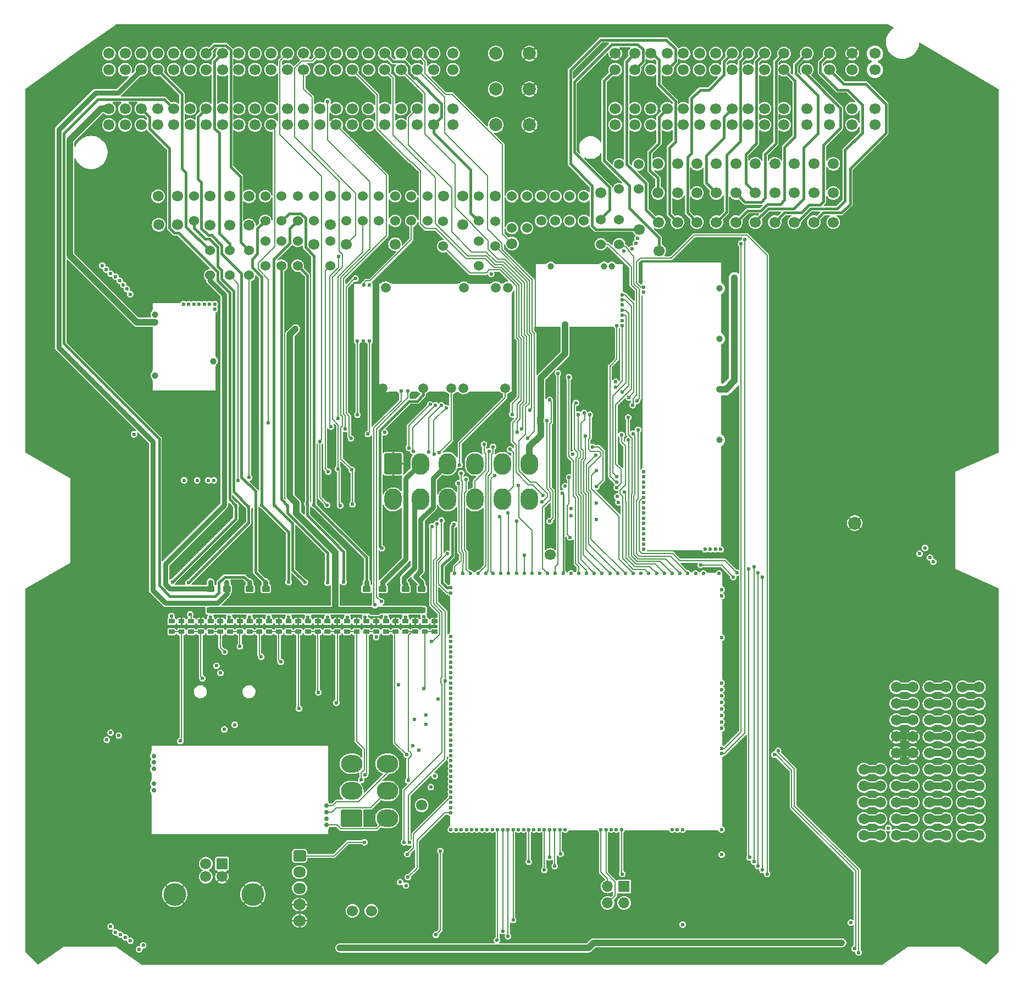
<source format=gbl>
G04 #@! TF.GenerationSoftware,KiCad,Pcbnew,7.0.11-7.0.11~ubuntu22.04.1*
G04 #@! TF.CreationDate,2024-03-27T01:00:29+00:00*
G04 #@! TF.ProjectId,hellen154hyundai,68656c6c-656e-4313-9534-6879756e6461,D*
G04 #@! TF.SameCoordinates,PX5f5e100PYc845880*
G04 #@! TF.FileFunction,Copper,L4,Bot*
G04 #@! TF.FilePolarity,Positive*
%FSLAX46Y46*%
G04 Gerber Fmt 4.6, Leading zero omitted, Abs format (unit mm)*
G04 Created by KiCad (PCBNEW 7.0.11-7.0.11~ubuntu22.04.1) date 2024-03-27 01:00:29*
%MOMM*%
%LPD*%
G01*
G04 APERTURE LIST*
G04 #@! TA.AperFunction,ComponentPad*
%ADD10C,1.700000*%
G04 #@! TD*
G04 #@! TA.AperFunction,ComponentPad*
%ADD11O,1.950000X1.700000*%
G04 #@! TD*
G04 #@! TA.AperFunction,ComponentPad*
%ADD12C,1.524000*%
G04 #@! TD*
G04 #@! TA.AperFunction,ComponentPad*
%ADD13C,2.000000*%
G04 #@! TD*
G04 #@! TA.AperFunction,ComponentPad*
%ADD14R,1.700000X1.700000*%
G04 #@! TD*
G04 #@! TA.AperFunction,ComponentPad*
%ADD15C,3.500000*%
G04 #@! TD*
G04 #@! TA.AperFunction,ComponentPad*
%ADD16C,0.600000*%
G04 #@! TD*
G04 #@! TA.AperFunction,SMDPad,CuDef*
%ADD17R,12.500000X0.200000*%
G04 #@! TD*
G04 #@! TA.AperFunction,SMDPad,CuDef*
%ADD18R,0.200000X3.300000*%
G04 #@! TD*
G04 #@! TA.AperFunction,SMDPad,CuDef*
%ADD19R,0.200000X3.500000*%
G04 #@! TD*
G04 #@! TA.AperFunction,SMDPad,CuDef*
%ADD20R,0.200000X6.000000*%
G04 #@! TD*
G04 #@! TA.AperFunction,SMDPad,CuDef*
%ADD21R,0.200000X26.650000*%
G04 #@! TD*
G04 #@! TA.AperFunction,SMDPad,CuDef*
%ADD22R,0.200000X15.400000*%
G04 #@! TD*
G04 #@! TA.AperFunction,SMDPad,CuDef*
%ADD23R,8.500000X0.200000*%
G04 #@! TD*
G04 #@! TA.AperFunction,ComponentPad*
%ADD24C,1.000000*%
G04 #@! TD*
G04 #@! TA.AperFunction,ComponentPad*
%ADD25C,0.700000*%
G04 #@! TD*
G04 #@! TA.AperFunction,SMDPad,CuDef*
%ADD26R,0.250000X1.100000*%
G04 #@! TD*
G04 #@! TA.AperFunction,SMDPad,CuDef*
%ADD27R,0.250000X0.980000*%
G04 #@! TD*
G04 #@! TA.AperFunction,SMDPad,CuDef*
%ADD28R,0.250000X6.300000*%
G04 #@! TD*
G04 #@! TA.AperFunction,SMDPad,CuDef*
%ADD29R,27.600000X0.250000*%
G04 #@! TD*
G04 #@! TA.AperFunction,SMDPad,CuDef*
%ADD30R,0.250000X8.750000*%
G04 #@! TD*
G04 #@! TA.AperFunction,SMDPad,CuDef*
%ADD31R,0.250000X0.950000*%
G04 #@! TD*
G04 #@! TA.AperFunction,ComponentPad*
%ADD32O,3.300000X2.700000*%
G04 #@! TD*
G04 #@! TA.AperFunction,SMDPad,CuDef*
%ADD33R,0.200000X2.300000*%
G04 #@! TD*
G04 #@! TA.AperFunction,SMDPad,CuDef*
%ADD34R,0.200000X10.700000*%
G04 #@! TD*
G04 #@! TA.AperFunction,SMDPad,CuDef*
%ADD35R,0.200000X2.100000*%
G04 #@! TD*
G04 #@! TA.AperFunction,SMDPad,CuDef*
%ADD36R,0.200000X5.400000*%
G04 #@! TD*
G04 #@! TA.AperFunction,SMDPad,CuDef*
%ADD37R,1.400000X0.200000*%
G04 #@! TD*
G04 #@! TA.AperFunction,SMDPad,CuDef*
%ADD38R,5.000000X0.200000*%
G04 #@! TD*
G04 #@! TA.AperFunction,SMDPad,CuDef*
%ADD39R,6.800000X0.200000*%
G04 #@! TD*
G04 #@! TA.AperFunction,SMDPad,CuDef*
%ADD40R,4.500000X0.200000*%
G04 #@! TD*
G04 #@! TA.AperFunction,SMDPad,CuDef*
%ADD41R,0.200000X1.600000*%
G04 #@! TD*
G04 #@! TA.AperFunction,SMDPad,CuDef*
%ADD42R,0.200000X5.700000*%
G04 #@! TD*
G04 #@! TA.AperFunction,SMDPad,CuDef*
%ADD43R,0.200000X2.000000*%
G04 #@! TD*
G04 #@! TA.AperFunction,ComponentPad*
%ADD44O,1.700000X1.700000*%
G04 #@! TD*
G04 #@! TA.AperFunction,SMDPad,CuDef*
%ADD45R,0.200000X4.400000*%
G04 #@! TD*
G04 #@! TA.AperFunction,SMDPad,CuDef*
%ADD46R,1.200000X0.200000*%
G04 #@! TD*
G04 #@! TA.AperFunction,SMDPad,CuDef*
%ADD47R,4.000000X0.200000*%
G04 #@! TD*
G04 #@! TA.AperFunction,SMDPad,CuDef*
%ADD48R,1.800000X0.200000*%
G04 #@! TD*
G04 #@! TA.AperFunction,SMDPad,CuDef*
%ADD49R,0.200000X10.000000*%
G04 #@! TD*
G04 #@! TA.AperFunction,ComponentPad*
%ADD50C,1.500000*%
G04 #@! TD*
G04 #@! TA.AperFunction,SMDPad,CuDef*
%ADD51O,3.300000X0.200000*%
G04 #@! TD*
G04 #@! TA.AperFunction,SMDPad,CuDef*
%ADD52O,10.200000X0.200000*%
G04 #@! TD*
G04 #@! TA.AperFunction,SMDPad,CuDef*
%ADD53O,0.300000X0.200000*%
G04 #@! TD*
G04 #@! TA.AperFunction,SMDPad,CuDef*
%ADD54O,0.200000X17.000000*%
G04 #@! TD*
G04 #@! TA.AperFunction,SMDPad,CuDef*
%ADD55O,0.200000X15.400000*%
G04 #@! TD*
G04 #@! TA.AperFunction,SMDPad,CuDef*
%ADD56O,4.800000X0.200000*%
G04 #@! TD*
G04 #@! TA.AperFunction,SMDPad,CuDef*
%ADD57O,2.600000X0.200000*%
G04 #@! TD*
G04 #@! TA.AperFunction,SMDPad,CuDef*
%ADD58O,1.000000X0.200000*%
G04 #@! TD*
G04 #@! TA.AperFunction,SMDPad,CuDef*
%ADD59O,1.500000X0.200000*%
G04 #@! TD*
G04 #@! TA.AperFunction,ComponentPad*
%ADD60O,2.700000X3.300000*%
G04 #@! TD*
G04 #@! TA.AperFunction,SMDPad,CuDef*
%ADD61R,4.400000X0.200000*%
G04 #@! TD*
G04 #@! TA.AperFunction,SMDPad,CuDef*
%ADD62R,0.200000X1.200000*%
G04 #@! TD*
G04 #@! TA.AperFunction,SMDPad,CuDef*
%ADD63R,0.200000X6.800000*%
G04 #@! TD*
G04 #@! TA.AperFunction,SMDPad,CuDef*
%ADD64R,0.200000X4.000000*%
G04 #@! TD*
G04 #@! TA.AperFunction,SMDPad,CuDef*
%ADD65R,0.200000X1.800000*%
G04 #@! TD*
G04 #@! TA.AperFunction,SMDPad,CuDef*
%ADD66R,10.000000X0.200000*%
G04 #@! TD*
G04 #@! TA.AperFunction,ComponentPad*
%ADD67C,0.599999*%
G04 #@! TD*
G04 #@! TA.AperFunction,SMDPad,CuDef*
%ADD68O,1.200000X0.200000*%
G04 #@! TD*
G04 #@! TA.AperFunction,SMDPad,CuDef*
%ADD69O,0.200000X9.300000*%
G04 #@! TD*
G04 #@! TA.AperFunction,SMDPad,CuDef*
%ADD70C,2.000000*%
G04 #@! TD*
G04 #@! TA.AperFunction,ViaPad*
%ADD71C,0.600000*%
G04 #@! TD*
G04 #@! TA.AperFunction,Conductor*
%ADD72C,1.000000*%
G04 #@! TD*
G04 #@! TA.AperFunction,Conductor*
%ADD73C,0.200000*%
G04 #@! TD*
G04 #@! TA.AperFunction,Conductor*
%ADD74C,0.400000*%
G04 #@! TD*
G04 #@! TA.AperFunction,Conductor*
%ADD75C,0.800000*%
G04 #@! TD*
G04 #@! TA.AperFunction,Conductor*
%ADD76C,0.250000*%
G04 #@! TD*
G04 APERTURE END LIST*
D10*
G04 #@! TO.P,P37,1,Pin_1*
G04 #@! TO.N,Net-(P37-Pin_1)*
X104500000Y128500000D03*
G04 #@! TD*
G04 #@! TO.P,J1,1,Pin_1*
G04 #@! TO.N,/VBUS*
G04 #@! TA.AperFunction,ComponentPad*
G36*
G01*
X48575000Y22650000D02*
X50025000Y22650000D01*
G75*
G02*
X50275000Y22400000I0J-250000D01*
G01*
X50275000Y21200000D01*
G75*
G02*
X50025000Y20950000I-250000J0D01*
G01*
X48575000Y20950000D01*
G75*
G02*
X48325000Y21200000I0J250000D01*
G01*
X48325000Y22400000D01*
G75*
G02*
X48575000Y22650000I250000J0D01*
G01*
G37*
G04 #@! TD.AperFunction*
D11*
G04 #@! TO.P,J1,2,Pin_2*
G04 #@! TO.N,/USB-*
X49300000Y19300000D03*
G04 #@! TO.P,J1,3,Pin_3*
G04 #@! TO.N,/USB+*
X49300000Y16800000D03*
G04 #@! TO.P,J1,4,Pin_4*
G04 #@! TO.N,GND*
X49300000Y14300000D03*
G04 #@! TO.P,J1,5,Pin_5*
X49300000Y11800000D03*
G04 #@! TD*
D10*
G04 #@! TO.P,P33,1,Pin_1*
G04 #@! TO.N,Net-(P33-Pin_1)*
X128500000Y119500000D03*
G04 #@! TD*
G04 #@! TO.P,P46,1,Pin_1*
G04 #@! TO.N,Net-(P46-Pin_1)*
X113500000Y124000000D03*
G04 #@! TD*
D12*
G04 #@! TO.P,F1,1,1*
G04 #@! TO.N,Net-(P1B-4)*
X84300000Y123500000D03*
G04 #@! TO.P,F1,2,2*
G04 #@! TO.N,+12V_FROM_MAIN_RELAY*
X84300000Y118600000D03*
G04 #@! TD*
D10*
G04 #@! TO.P,P85,1,Pin_1*
G04 #@! TO.N,Net-(M1-USBID)*
X68100000Y29600000D03*
G04 #@! TD*
G04 #@! TO.P,P53,1,Pin_1*
G04 #@! TO.N,Net-(P53-Pin_1)*
X122500000Y128500000D03*
G04 #@! TD*
G04 #@! TO.P,G9,1*
G04 #@! TO.N,Net-(G9-Pad1)*
X151406545Y24944788D03*
G04 #@! TO.P,G9,2*
G04 #@! TO.N,Net-(G9-Pad2)*
X151406545Y27484788D03*
G04 #@! TO.P,G9,3*
G04 #@! TO.N,Net-(G9-Pad3)*
X151406545Y30024788D03*
G04 #@! TO.P,G9,4*
G04 #@! TO.N,Net-(G9-Pad4)*
X151406545Y32564788D03*
G04 #@! TO.P,G9,5*
G04 #@! TO.N,Net-(G9-Pad10)*
X151406545Y35104788D03*
G04 #@! TO.P,G9,6*
G04 #@! TO.N,Net-(G9-Pad1)*
X153946545Y24944788D03*
G04 #@! TO.P,G9,7*
G04 #@! TO.N,Net-(G9-Pad2)*
X153946545Y27484788D03*
G04 #@! TO.P,G9,8*
G04 #@! TO.N,Net-(G9-Pad3)*
X153946545Y30024788D03*
G04 #@! TO.P,G9,9*
G04 #@! TO.N,Net-(G9-Pad4)*
X153946545Y32564788D03*
G04 #@! TO.P,G9,10*
G04 #@! TO.N,Net-(G9-Pad10)*
X153946545Y35104788D03*
G04 #@! TD*
G04 #@! TO.P,P14,1,Pin_1*
G04 #@! TO.N,Net-(P14-Pin_1)*
X79400000Y123505000D03*
G04 #@! TD*
G04 #@! TO.P,P1,1,1*
G04 #@! TO.N,/OUT_IGN4*
X137912500Y145500000D03*
G04 #@! TO.P,P1,2,2*
G04 #@! TO.N,GND*
X134412500Y145500000D03*
G04 #@! TO.P,P1,3,3*
G04 #@! TO.N,Net-(P23-Pin_1)*
X130912500Y145500000D03*
G04 #@! TO.P,P1,4,4*
G04 #@! TO.N,Net-(P24-Pin_1)*
X127412500Y145500000D03*
G04 #@! TO.P,P1,5,5*
G04 #@! TO.N,Net-(P25-Pin_1)*
X123912500Y145500000D03*
G04 #@! TO.P,P1,6,6*
G04 #@! TO.N,Net-(P26-Pin_1)*
X120912500Y145500000D03*
G04 #@! TO.P,P1,7,7*
G04 #@! TO.N,Net-(P27-Pin_1)*
X118412500Y145500000D03*
G04 #@! TO.P,P1,8,8*
G04 #@! TO.N,Net-(P28-Pin_1)*
X115912500Y145500000D03*
G04 #@! TO.P,P1,9,9*
G04 #@! TO.N,Net-(P29-Pin_1)*
X113412500Y145500000D03*
G04 #@! TO.P,P1,10,10*
G04 #@! TO.N,unconnected-(P1-Pad10)*
X110912500Y145500000D03*
G04 #@! TO.P,P1,11,11*
G04 #@! TO.N,unconnected-(P1-Pad11)*
X108412500Y145500000D03*
G04 #@! TO.P,P1,12,12*
G04 #@! TO.N,unconnected-(P1-Pad12)*
X105912500Y145500000D03*
G04 #@! TO.P,P1,13,13*
G04 #@! TO.N,Net-(P30-Pin_1)*
X103412500Y145500000D03*
G04 #@! TO.P,P1,14,14*
G04 #@! TO.N,Net-(P31-Pin_1)*
X100912500Y145500000D03*
G04 #@! TO.P,P1,15,15*
G04 #@! TO.N,GND*
X97912500Y145500000D03*
G04 #@! TO.P,P1,16,16*
G04 #@! TO.N,/OUT_IGN2*
X137912500Y143000000D03*
G04 #@! TO.P,P1,17,17*
G04 #@! TO.N,Net-(P32-Pin_1)*
X134412500Y143000000D03*
G04 #@! TO.P,P1,18,18*
G04 #@! TO.N,Net-(P33-Pin_1)*
X130912500Y143000000D03*
G04 #@! TO.P,P1,19,19*
G04 #@! TO.N,Net-(P34-Pin_1)*
X127412500Y143000000D03*
G04 #@! TO.P,P1,20,20*
G04 #@! TO.N,Net-(P35-Pin_1)*
X123912500Y143000000D03*
G04 #@! TO.P,P1,21,21*
G04 #@! TO.N,unconnected-(P1-Pad21)*
X120912500Y143000000D03*
G04 #@! TO.P,P1,22,22*
G04 #@! TO.N,unconnected-(P1-Pad22)*
X118412500Y143000000D03*
G04 #@! TO.P,P1,23,23*
G04 #@! TO.N,unconnected-(P1-Pad23)*
X115912500Y143000000D03*
G04 #@! TO.P,P1,24,24*
G04 #@! TO.N,unconnected-(P1-Pad24)*
X113412500Y143000000D03*
G04 #@! TO.P,P1,25,25*
G04 #@! TO.N,Net-(P36-Pin_1)*
X110912500Y143000000D03*
G04 #@! TO.P,P1,26,26*
G04 #@! TO.N,Net-(P37-Pin_1)*
X108412500Y143000000D03*
G04 #@! TO.P,P1,27,27*
G04 #@! TO.N,Net-(P38-Pin_1)*
X105912500Y143000000D03*
G04 #@! TO.P,P1,28,28*
G04 #@! TO.N,unconnected-(P1-Pad28)*
X103412500Y143000000D03*
G04 #@! TO.P,P1,29,29*
G04 #@! TO.N,Net-(P1-Pad29)*
X100912500Y143000000D03*
G04 #@! TO.P,P1,30,30*
G04 #@! TO.N,Net-(P39-Pin_1)*
X97912500Y143000000D03*
G04 #@! TO.P,P1,31,31*
G04 #@! TO.N,/OUT_IGN1*
X137912500Y137000000D03*
G04 #@! TO.P,P1,32,32*
G04 #@! TO.N,Net-(P40-Pin_1)*
X134412500Y137000000D03*
G04 #@! TO.P,P1,33,33*
G04 #@! TO.N,Net-(P41-Pin_1)*
X130912500Y137000000D03*
G04 #@! TO.P,P1,34,34*
G04 #@! TO.N,Net-(P42-Pin_1)*
X127412500Y137000000D03*
G04 #@! TO.P,P1,35,35*
G04 #@! TO.N,Net-(P43-Pin_1)*
X123912500Y137000000D03*
G04 #@! TO.P,P1,36,36*
G04 #@! TO.N,Net-(P44-Pin_1)*
X120912500Y137000000D03*
G04 #@! TO.P,P1,37,37*
G04 #@! TO.N,Net-(P45-Pin_1)*
X118412500Y137000000D03*
G04 #@! TO.P,P1,38,38*
G04 #@! TO.N,Net-(P46-Pin_1)*
X115912500Y137000000D03*
G04 #@! TO.P,P1,39,39*
G04 #@! TO.N,unconnected-(P1-Pad39)*
X113412500Y137000000D03*
G04 #@! TO.P,P1,40,40*
G04 #@! TO.N,Net-(P47-Pin_1)*
X110912500Y137000000D03*
G04 #@! TO.P,P1,41,41*
G04 #@! TO.N,unconnected-(P1-Pad41)*
X108412500Y137000000D03*
G04 #@! TO.P,P1,42,42*
G04 #@! TO.N,Net-(P48-Pin_1)*
X105912500Y137000000D03*
G04 #@! TO.P,P1,43,43*
G04 #@! TO.N,Net-(P1-Pad43)*
X103412500Y137000000D03*
G04 #@! TO.P,P1,44,44*
G04 #@! TO.N,Net-(P49-Pin_1)*
X100912500Y137000000D03*
G04 #@! TO.P,P1,45,45*
G04 #@! TO.N,Net-(P1-Pad45)*
X97912500Y137000000D03*
G04 #@! TO.P,P1,46,46*
G04 #@! TO.N,/OUT_IGN3*
X137912500Y134500000D03*
G04 #@! TO.P,P1,47,47*
G04 #@! TO.N,Net-(P50-Pin_1)*
X134412500Y134500000D03*
G04 #@! TO.P,P1,48,48*
G04 #@! TO.N,Net-(P51-Pin_1)*
X130912500Y134500000D03*
G04 #@! TO.P,P1,49,49*
G04 #@! TO.N,Net-(P52-Pin_1)*
X127412500Y134500000D03*
G04 #@! TO.P,P1,50,50*
G04 #@! TO.N,Net-(P53-Pin_1)*
X123912500Y134500000D03*
G04 #@! TO.P,P1,51,51*
G04 #@! TO.N,unconnected-(P1-Pad51)*
X120912500Y134500000D03*
G04 #@! TO.P,P1,52,52*
G04 #@! TO.N,unconnected-(P1-Pad52)*
X118412500Y134500000D03*
G04 #@! TO.P,P1,53,53*
G04 #@! TO.N,Net-(P54-Pin_1)*
X115912500Y134500000D03*
G04 #@! TO.P,P1,54,54*
G04 #@! TO.N,Net-(P55-Pin_1)*
X113412500Y134500000D03*
G04 #@! TO.P,P1,55,55*
G04 #@! TO.N,unconnected-(P1-Pad55)*
X110912500Y134500000D03*
G04 #@! TO.P,P1,56,56*
G04 #@! TO.N,unconnected-(P1-Pad56)*
X108412500Y134500000D03*
G04 #@! TO.P,P1,57,57*
G04 #@! TO.N,Net-(P1-Pad57)*
X105912500Y134500000D03*
G04 #@! TO.P,P1,58,58*
G04 #@! TO.N,Net-(P1-Pad58)*
X103412500Y134500000D03*
G04 #@! TO.P,P1,59,59*
G04 #@! TO.N,unconnected-(P1-Pad59)*
X100912500Y134500000D03*
G04 #@! TO.P,P1,60,60*
G04 #@! TO.N,Net-(P1-Pad60)*
X97912500Y134500000D03*
D13*
G04 #@! TO.P,P1,61,1*
G04 #@! TO.N,GND*
X84712500Y145500000D03*
G04 #@! TO.P,P1,62,2*
G04 #@! TO.N,Net-(P1B-2)*
X79512500Y145500000D03*
G04 #@! TO.P,P1,63,3*
G04 #@! TO.N,GND*
X84712500Y140000000D03*
G04 #@! TO.P,P1,64,4*
G04 #@! TO.N,Net-(P1B-4)*
X79512500Y140000000D03*
G04 #@! TO.P,P1,65,5*
G04 #@! TO.N,GND*
X84712500Y134500000D03*
G04 #@! TO.P,P1,66,6*
G04 #@! TO.N,Net-(P1B-6)*
X79512500Y134500000D03*
D10*
G04 #@! TO.P,P1,67,7*
G04 #@! TO.N,unconnected-(P1B-7-Pad67)*
X72912500Y145500000D03*
G04 #@! TO.P,P1,68,8*
G04 #@! TO.N,Net-(P1B-8)*
X69912500Y145500000D03*
G04 #@! TO.P,P1,69,9*
G04 #@! TO.N,Net-(P1B-9)*
X67412500Y145500000D03*
G04 #@! TO.P,P1,70,10*
G04 #@! TO.N,Net-(P1B-10)*
X64912500Y145500000D03*
G04 #@! TO.P,P1,71,11*
G04 #@! TO.N,GNDA*
X62412500Y145500000D03*
G04 #@! TO.P,P1,72,12*
G04 #@! TO.N,Net-(P1B-12)*
X59912500Y145500000D03*
G04 #@! TO.P,P1,73,13*
G04 #@! TO.N,GNDA*
X57412500Y145500000D03*
G04 #@! TO.P,P1,74,14*
X54912500Y145500000D03*
G04 #@! TO.P,P1,75,15*
G04 #@! TO.N,/IN_CAM2*
X52412500Y145500000D03*
G04 #@! TO.P,P1,76,16*
G04 #@! TO.N,GNDA*
X49912500Y145500000D03*
G04 #@! TO.P,P1,77,17*
G04 #@! TO.N,/IN_CRANK*
X47412500Y145500000D03*
G04 #@! TO.P,P1,78,18*
G04 #@! TO.N,Net-(P1B-18)*
X44912500Y145500000D03*
G04 #@! TO.P,P1,79,19*
G04 #@! TO.N,Net-(P1B-19)*
X42412500Y145500000D03*
G04 #@! TO.P,P1,80,20*
G04 #@! TO.N,Net-(P1B-20)*
X39912500Y145500000D03*
G04 #@! TO.P,P1,81,21*
G04 #@! TO.N,Net-(P1B-21)*
X37412500Y145500000D03*
G04 #@! TO.P,P1,82,22*
G04 #@! TO.N,Net-(P1B-22)*
X34912500Y145500000D03*
G04 #@! TO.P,P1,83,23*
G04 #@! TO.N,unconnected-(P1B-23-Pad83)*
X32412500Y145500000D03*
G04 #@! TO.P,P1,84,24*
G04 #@! TO.N,unconnected-(P1B-24-Pad84)*
X29912500Y145500000D03*
G04 #@! TO.P,P1,85,25*
G04 #@! TO.N,/OUT_INJ1*
X27412500Y145500000D03*
G04 #@! TO.P,P1,86,26*
G04 #@! TO.N,/OUT_INJ2*
X24912500Y145500000D03*
G04 #@! TO.P,P1,87,27*
G04 #@! TO.N,/OUT_INJ3*
X22412500Y145500000D03*
G04 #@! TO.P,P1,88,28*
G04 #@! TO.N,/OUT_INJ4*
X19912500Y145500000D03*
G04 #@! TO.P,P1,89,29*
G04 #@! TO.N,unconnected-(P1B-29-Pad89)*
X72912500Y143000000D03*
G04 #@! TO.P,P1,90,30*
G04 #@! TO.N,Net-(P1B-30)*
X69912500Y143000000D03*
G04 #@! TO.P,P1,91,31*
G04 #@! TO.N,/IN_MAP1*
X67412500Y143000000D03*
G04 #@! TO.P,P1,92,32*
G04 #@! TO.N,/IN_TPS2*
X64912500Y143000000D03*
G04 #@! TO.P,P1,93,33*
G04 #@! TO.N,/IN_CLT*
X62412500Y143000000D03*
G04 #@! TO.P,P1,94,34*
G04 #@! TO.N,GNDA*
X59912500Y143000000D03*
G04 #@! TO.P,P1,95,35*
G04 #@! TO.N,/IN_PPS2*
X57412500Y143000000D03*
G04 #@! TO.P,P1,96,36*
G04 #@! TO.N,Net-(P1B-36)*
X54912500Y143000000D03*
G04 #@! TO.P,P1,97,37*
G04 #@! TO.N,GNDA*
X52412500Y143000000D03*
G04 #@! TO.P,P1,98,38*
G04 #@! TO.N,Net-(P1B-38)*
X49912500Y143000000D03*
G04 #@! TO.P,P1,99,39*
G04 #@! TO.N,GNDA*
X47412500Y143000000D03*
G04 #@! TO.P,P1,100,40*
G04 #@! TO.N,Net-(P1B-40)*
X44912500Y143000000D03*
G04 #@! TO.P,P1,101,41*
G04 #@! TO.N,unconnected-(P1B-41-Pad101)*
X42412500Y143000000D03*
G04 #@! TO.P,P1,102,42*
G04 #@! TO.N,Net-(P1B-42)*
X39912500Y143000000D03*
G04 #@! TO.P,P1,103,43*
G04 #@! TO.N,Net-(P1B-43)*
X37412500Y143000000D03*
G04 #@! TO.P,P1,104,44*
G04 #@! TO.N,GNDA*
X34912500Y143000000D03*
G04 #@! TO.P,P1,105,45*
G04 #@! TO.N,unconnected-(P1B-45-Pad105)*
X32412500Y143000000D03*
G04 #@! TO.P,P1,106,46*
G04 #@! TO.N,Net-(P1B-46)*
X29912500Y143000000D03*
G04 #@! TO.P,P1,107,47*
G04 #@! TO.N,Net-(P1B-47)*
X27412500Y143000000D03*
G04 #@! TO.P,P1,108,48*
G04 #@! TO.N,/OUT_RCV*
X24912500Y143000000D03*
G04 #@! TO.P,P1,109,49*
G04 #@! TO.N,unconnected-(P1B-49-Pad109)*
X22412500Y143000000D03*
G04 #@! TO.P,P1,110,50*
G04 #@! TO.N,Net-(P10-Pin_1)*
X19912500Y143000000D03*
G04 #@! TO.P,P1,111,51*
G04 #@! TO.N,Net-(P1B-51)*
X72912500Y137000000D03*
G04 #@! TO.P,P1,112,52*
G04 #@! TO.N,Net-(P1B-52)*
X69912500Y137000000D03*
G04 #@! TO.P,P1,113,53*
G04 #@! TO.N,/IN_IAT*
X67412500Y137000000D03*
G04 #@! TO.P,P1,114,54*
G04 #@! TO.N,Net-(P1B-54)*
X64912500Y137000000D03*
G04 #@! TO.P,P1,115,55*
G04 #@! TO.N,unconnected-(P1B-55-Pad115)*
X62412500Y137000000D03*
G04 #@! TO.P,P1,116,56*
G04 #@! TO.N,Net-(P11-Pin_1)*
X59912500Y137000000D03*
G04 #@! TO.P,P1,117,57*
G04 #@! TO.N,GNDA*
X57412500Y137000000D03*
G04 #@! TO.P,P1,118,58*
G04 #@! TO.N,Net-(P1B-58)*
X54912500Y137000000D03*
G04 #@! TO.P,P1,119,59*
G04 #@! TO.N,GNDA*
X52412500Y137000000D03*
G04 #@! TO.P,P1,120,60*
G04 #@! TO.N,Net-(P1B-60)*
X49912500Y137000000D03*
G04 #@! TO.P,P1,121,61*
G04 #@! TO.N,GNDA*
X47412500Y137000000D03*
G04 #@! TO.P,P1,122,62*
G04 #@! TO.N,/IN_CAM1*
X44912500Y137000000D03*
G04 #@! TO.P,P1,123,63*
G04 #@! TO.N,Net-(P1B-63)*
X42412500Y137000000D03*
G04 #@! TO.P,P1,124,64*
G04 #@! TO.N,Net-(P1B-64)*
X39912500Y137000000D03*
G04 #@! TO.P,P1,125,65*
G04 #@! TO.N,Net-(P1B-65)*
X37412500Y137000000D03*
G04 #@! TO.P,P1,126,66*
G04 #@! TO.N,/OUT_CVVT1*
X34912500Y137000000D03*
G04 #@! TO.P,P1,127,67*
G04 #@! TO.N,Net-(P12-Pin_1)*
X32412500Y137000000D03*
G04 #@! TO.P,P1,128,68*
G04 #@! TO.N,/OUT_CVVT2*
X29912500Y137000000D03*
G04 #@! TO.P,P1,129,69*
G04 #@! TO.N,Net-(P13-Pin_1)*
X27412500Y137000000D03*
G04 #@! TO.P,P1,130,70*
G04 #@! TO.N,/OUT_FUEL_PUMP_RELAY*
X24912500Y137000000D03*
G04 #@! TO.P,P1,131,71*
G04 #@! TO.N,/OUT_ETB2*
X22412500Y137000000D03*
G04 #@! TO.P,P1,132,72*
G04 #@! TO.N,/OUT_ETB1*
X19912500Y137000000D03*
G04 #@! TO.P,P1,133,73*
G04 #@! TO.N,Net-(P14-Pin_1)*
X72912500Y134500000D03*
G04 #@! TO.P,P1,134,74*
G04 #@! TO.N,GNDA*
X69912500Y134500000D03*
G04 #@! TO.P,P1,135,75*
G04 #@! TO.N,Net-(P15-Pin_1)*
X67412500Y134500000D03*
G04 #@! TO.P,P1,136,76*
G04 #@! TO.N,Net-(P16-Pin_1)*
X64912500Y134500000D03*
G04 #@! TO.P,P1,137,77*
G04 #@! TO.N,Net-(P1B-77)*
X62412500Y134500000D03*
G04 #@! TO.P,P1,138,78*
G04 #@! TO.N,Net-(P1B-78)*
X59912500Y134500000D03*
G04 #@! TO.P,P1,139,79*
G04 #@! TO.N,GNDA*
X57412500Y134500000D03*
G04 #@! TO.P,P1,140,80*
G04 #@! TO.N,/IN_TPS1*
X54912500Y134500000D03*
G04 #@! TO.P,P1,141,81*
G04 #@! TO.N,unconnected-(P1B-81-Pad141)*
X52412500Y134500000D03*
G04 #@! TO.P,P1,142,82*
G04 #@! TO.N,/IN_PPS1*
X49912500Y134500000D03*
G04 #@! TO.P,P1,143,83*
G04 #@! TO.N,GNDA*
X47412500Y134500000D03*
G04 #@! TO.P,P1,144,84*
G04 #@! TO.N,/IN_WBO*
X44912500Y134500000D03*
G04 #@! TO.P,P1,145,85*
G04 #@! TO.N,GNDA*
X42412500Y134500000D03*
G04 #@! TO.P,P1,146,86*
G04 #@! TO.N,Net-(P1B-86)*
X39912500Y134500000D03*
G04 #@! TO.P,P1,147,87*
G04 #@! TO.N,Net-(P1B-87)*
X37412500Y134500000D03*
G04 #@! TO.P,P1,148,88*
G04 #@! TO.N,Net-(P1B-88)*
X34912500Y134500000D03*
G04 #@! TO.P,P1,149,89*
G04 #@! TO.N,Net-(P18-Pin_1)*
X32412500Y134500000D03*
G04 #@! TO.P,P1,150,90*
G04 #@! TO.N,Net-(P19-Pin_1)*
X29912500Y134500000D03*
G04 #@! TO.P,P1,151,91*
G04 #@! TO.N,Net-(P1B-91)*
X27412500Y134500000D03*
G04 #@! TO.P,P1,152,92*
G04 #@! TO.N,Net-(P1B-92)*
X24912500Y134500000D03*
G04 #@! TO.P,P1,153,93*
G04 #@! TO.N,Net-(P1B-93)*
X22412500Y134500000D03*
G04 #@! TO.P,P1,154,94*
G04 #@! TO.N,Net-(P1B-94)*
X19912500Y134500000D03*
G04 #@! TD*
D12*
G04 #@! TO.P,R17,1,1*
G04 #@! TO.N,/IN_WASTEGATE_POS*
X41500000Y111295000D03*
G04 #@! TO.P,R17,2,2*
G04 #@! TO.N,Net-(P1B-22)*
X41500000Y115105000D03*
G04 #@! TD*
D10*
G04 #@! TO.P,P45,1,Pin_1*
G04 #@! TO.N,Net-(P45-Pin_1)*
X116500000Y128500000D03*
G04 #@! TD*
D12*
G04 #@! TO.P,R30,1,1*
G04 #@! TO.N,/OUT_WGT*
X35500000Y111295000D03*
G04 #@! TO.P,R30,2,2*
G04 #@! TO.N,Net-(P1B-47)*
X35500000Y115105000D03*
G04 #@! TD*
D10*
G04 #@! TO.P,P31,1,Pin_1*
G04 #@! TO.N,Net-(P31-Pin_1)*
X104600000Y119500000D03*
G04 #@! TD*
G04 #@! TO.P,P87,1,Pin_1*
G04 #@! TO.N,Net-(M6-CANH)*
X60350003Y13325003D03*
G04 #@! TD*
G04 #@! TO.P,P25,1,Pin_1*
G04 #@! TO.N,Net-(P25-Pin_1)*
X116500000Y124000000D03*
G04 #@! TD*
G04 #@! TO.P,P3,1,Pin_1*
G04 #@! TO.N,Net-(P1B-9)*
X82000000Y116200000D03*
G04 #@! TD*
D12*
G04 #@! TO.P,R52,1,1*
G04 #@! TO.N,/OUT_AC_RELAY*
X46500000Y119695000D03*
G04 #@! TO.P,R52,2,2*
G04 #@! TO.N,Net-(P1B-87)*
X46500000Y123505000D03*
G04 #@! TD*
D10*
G04 #@! TO.P,P42,1,Pin_1*
G04 #@! TO.N,Net-(P42-Pin_1)*
X125500000Y124000000D03*
G04 #@! TD*
D12*
G04 #@! TO.P,R28,1,1*
G04 #@! TO.N,/IN_VSS*
X54000000Y112795000D03*
G04 #@! TO.P,R28,2,2*
G04 #@! TO.N,Net-(P1B-40)*
X54000000Y116605000D03*
G04 #@! TD*
D10*
G04 #@! TO.P,P24,1,Pin_1*
G04 #@! TO.N,Net-(P24-Pin_1)*
X119500000Y119500000D03*
G04 #@! TD*
D14*
G04 #@! TO.P,J40,1,VBUS*
G04 #@! TO.N,/VBUS*
X37337501Y20584160D03*
D10*
G04 #@! TO.P,J40,2,D-*
G04 #@! TO.N,/USB-*
X34837501Y20584160D03*
G04 #@! TO.P,J40,3,D+*
G04 #@! TO.N,/USB+*
X34837501Y18584160D03*
G04 #@! TO.P,J40,4,GND*
G04 #@! TO.N,GND*
X37337501Y18584160D03*
D15*
G04 #@! TO.P,J40,5,Shield*
X42107501Y15874160D03*
X30067501Y15874160D03*
G04 #@! TD*
D10*
G04 #@! TO.P,P86,1,Pin_1*
G04 #@! TO.N,Net-(M6-CANL)*
X57450003Y13325003D03*
G04 #@! TD*
G04 #@! TO.P,G7,1*
G04 #@! TO.N,Net-(G7-Pad1)*
X141206545Y24944788D03*
G04 #@! TO.P,G7,2*
G04 #@! TO.N,Net-(G7-Pad2)*
X141206545Y27484788D03*
G04 #@! TO.P,G7,3*
G04 #@! TO.N,Net-(G7-Pad3)*
X141206545Y30024788D03*
G04 #@! TO.P,G7,4*
G04 #@! TO.N,Net-(G7-Pad4)*
X141206545Y32564788D03*
G04 #@! TO.P,G7,5*
G04 #@! TO.N,Net-(G7-Pad10)*
X141206545Y35104788D03*
G04 #@! TO.P,G7,6*
G04 #@! TO.N,Net-(G7-Pad1)*
X143746545Y24944788D03*
G04 #@! TO.P,G7,7*
G04 #@! TO.N,Net-(G7-Pad2)*
X143746545Y27484788D03*
G04 #@! TO.P,G7,8*
G04 #@! TO.N,Net-(G7-Pad3)*
X143746545Y30024788D03*
G04 #@! TO.P,G7,9*
G04 #@! TO.N,Net-(G7-Pad4)*
X143746545Y32564788D03*
G04 #@! TO.P,G7,10*
G04 #@! TO.N,Net-(G7-Pad10)*
X143746545Y35104788D03*
G04 #@! TD*
G04 #@! TO.P,P10,1,Pin_1*
G04 #@! TO.N,Net-(P10-Pin_1)*
X27600000Y119100000D03*
G04 #@! TD*
G04 #@! TO.P,P29,1,Pin_1*
G04 #@! TO.N,Net-(P29-Pin_1)*
X110500000Y124000000D03*
G04 #@! TD*
G04 #@! TO.P,P41,1,Pin_1*
G04 #@! TO.N,Net-(P41-Pin_1)*
X128500000Y124000000D03*
G04 #@! TD*
G04 #@! TO.P,P51,1,Pin_1*
G04 #@! TO.N,Net-(P51-Pin_1)*
X128500000Y128500000D03*
G04 #@! TD*
D12*
G04 #@! TO.P,R32,1,1*
G04 #@! TO.N,GNDA*
X76900000Y119695000D03*
G04 #@! TO.P,R32,2,2*
G04 #@! TO.N,Net-(P1B-52)*
X76900000Y123505000D03*
G04 #@! TD*
D10*
G04 #@! TO.P,P44,1,Pin_1*
G04 #@! TO.N,Net-(P44-Pin_1)*
X119500000Y128500000D03*
G04 #@! TD*
D16*
G04 #@! TO.P,M3,E1,OUT_INJ4*
G04 #@! TO.N,/OUT_INJ4*
X111750000Y69050000D03*
G04 #@! TO.P,M3,E2,OUT_INJ3*
G04 #@! TO.N,/OUT_INJ3*
X112550000Y69050000D03*
G04 #@! TO.P,M3,E3,OUT_INJ1*
G04 #@! TO.N,/OUT_INJ1*
X113350000Y69050000D03*
G04 #@! TO.P,M3,E4,OUT_INJ2*
G04 #@! TO.N,/OUT_INJ2*
X114150000Y69050000D03*
D17*
G04 #@! TO.P,M3,G,GND*
G04 #@! TO.N,GND*
X108200000Y113400000D03*
D18*
X114350000Y111850000D03*
D19*
X102050000Y111750000D03*
D20*
X114350000Y105400000D03*
X114350000Y97600000D03*
D21*
X102050000Y94875000D03*
D20*
X114350000Y89800000D03*
D22*
X114350000Y77250000D03*
D23*
X107000000Y68850000D03*
D24*
G04 #@! TO.P,M3,N1,OUT_IGN1*
G04 #@! TO.N,/OUT_IGN1*
X113950000Y109300000D03*
G04 #@! TO.P,M3,N2,OUT_IGN2*
G04 #@! TO.N,/OUT_IGN2*
X113950000Y101500000D03*
G04 #@! TO.P,M3,N3,OUT_IGN3*
G04 #@! TO.N,/OUT_IGN3*
X113950000Y93700000D03*
G04 #@! TO.P,M3,N4,OUT_IGN4*
G04 #@! TO.N,/OUT_IGN4*
X113950000Y85900000D03*
D16*
G04 #@! TO.P,M3,S1,INJ4*
G04 #@! TO.N,/INJ4*
X102250000Y69050000D03*
G04 #@! TO.P,M3,S2,INJ3*
G04 #@! TO.N,/INJ3*
X102250000Y69850000D03*
G04 #@! TO.P,M3,S3,INJ2*
G04 #@! TO.N,/INJ2*
X102250000Y70650000D03*
G04 #@! TO.P,M3,S4,~SPKDUR*
G04 #@! TO.N,/~SPKDUR*
X102250000Y71450000D03*
G04 #@! TO.P,M3,S5,IGN4*
G04 #@! TO.N,/IGN4*
X102250000Y72250000D03*
G04 #@! TO.P,M3,S6,IGN3*
G04 #@! TO.N,/IGN3*
X102250000Y73050000D03*
G04 #@! TO.P,M3,S7,IGN2*
G04 #@! TO.N,/IGN2*
X102250000Y73850000D03*
G04 #@! TO.P,M3,S8,IGN1*
G04 #@! TO.N,/IGN1*
X102250000Y74650000D03*
G04 #@! TO.P,M3,S9,INJ1*
G04 #@! TO.N,/INJ1*
X102250000Y75450000D03*
G04 #@! TO.P,M3,S10,~OUTEN*
G04 #@! TO.N,/~OUTEN*
X102250000Y76250000D03*
G04 #@! TO.P,M3,S11,NOMI*
G04 #@! TO.N,/NOMI*
X102250000Y77050000D03*
G04 #@! TO.P,M3,S12,MAXI*
G04 #@! TO.N,/MAXI*
X102250000Y77850000D03*
G04 #@! TO.P,M3,S13,MISO*
G04 #@! TO.N,/SPI3_MISO*
X102250000Y78650000D03*
G04 #@! TO.P,M3,S14,MOSI*
G04 #@! TO.N,/SPI3_MOSI*
X102250000Y79450000D03*
G04 #@! TO.P,M3,S15,SCLK*
G04 #@! TO.N,/SPI3_SCK*
X102250000Y80250000D03*
G04 #@! TO.P,M3,S16,~CS*
G04 #@! TO.N,/SPI3_CS_33810*
X102250000Y81050000D03*
G04 #@! TO.P,M3,S17,12V_IN*
G04 #@! TO.N,+12V_FROM_MAIN_RELAY*
X102250000Y108700000D03*
G04 #@! TO.P,M3,S18,3V3_IN*
G04 #@! TO.N,+3.3VA*
X102250000Y109500000D03*
G04 #@! TD*
D12*
G04 #@! TO.P,R58,1,1*
G04 #@! TO.N,/IN_AC_ON*
X101500000Y124595000D03*
G04 #@! TO.P,R58,2,2*
G04 #@! TO.N,Net-(P1-Pad57)*
X101500000Y128405000D03*
G04 #@! TD*
D10*
G04 #@! TO.P,P13,1,Pin_1*
G04 #@! TO.N,Net-(P13-Pin_1)*
X35500000Y119000000D03*
G04 #@! TD*
G04 #@! TO.P,G5,1*
G04 #@! TO.N,Net-(G5-Pad1)*
X146306545Y37644788D03*
G04 #@! TO.P,G5,2*
G04 #@! TO.N,Net-(G5-Pad2)*
X146306545Y40184788D03*
G04 #@! TO.P,G5,3*
G04 #@! TO.N,Net-(G5-Pad3)*
X146306545Y42724788D03*
G04 #@! TO.P,G5,4*
G04 #@! TO.N,Net-(G5-Pad4)*
X146306545Y45264788D03*
G04 #@! TO.P,G5,5*
G04 #@! TO.N,Net-(G5-Pad10)*
X146306545Y47804788D03*
G04 #@! TO.P,G5,6*
G04 #@! TO.N,Net-(G5-Pad1)*
X148846545Y37644788D03*
G04 #@! TO.P,G5,7*
G04 #@! TO.N,Net-(G5-Pad2)*
X148846545Y40184788D03*
G04 #@! TO.P,G5,8*
G04 #@! TO.N,Net-(G5-Pad3)*
X148846545Y42724788D03*
G04 #@! TO.P,G5,9*
G04 #@! TO.N,Net-(G5-Pad4)*
X148846545Y45264788D03*
G04 #@! TO.P,G5,10*
G04 #@! TO.N,Net-(G5-Pad10)*
X148846545Y47804788D03*
G04 #@! TD*
G04 #@! TO.P,P7,1,Pin_1*
G04 #@! TO.N,Net-(P1B-38)*
X56500000Y116100000D03*
G04 #@! TD*
G04 #@! TO.P,P23,1,Pin_1*
G04 #@! TO.N,Net-(P23-Pin_1)*
X125500000Y119500000D03*
G04 #@! TD*
D25*
G04 #@! TO.P,M5,E1,LSU_Un*
G04 #@! TO.N,/WBO_Un*
X53400000Y26550000D03*
G04 #@! TO.P,M5,E2,LSU_Vm*
G04 #@! TO.N,/WBO_Vm*
X53400000Y29550000D03*
G04 #@! TO.P,M5,E3,LSU_Ip*
G04 #@! TO.N,/WBO_Ip*
X53400000Y28550000D03*
G04 #@! TO.P,M5,E4,LSU_Rtrim*
G04 #@! TO.N,/WBO_Rtrim*
X53400000Y27550000D03*
D26*
G04 #@! TO.P,M5,G,GND*
G04 #@! TO.N,GND*
X26425000Y38400000D03*
D27*
X26425000Y34060000D03*
D28*
X26425000Y28100000D03*
D29*
X40100000Y38825000D03*
X40100000Y25075000D03*
D30*
X53775000Y34575000D03*
D31*
X53775000Y25425000D03*
D25*
G04 #@! TO.P,M5,W1,V5_IN*
G04 #@! TO.N,+5VA*
X26808800Y36200000D03*
G04 #@! TO.P,M5,W2,CAN_VIO*
G04 #@! TO.N,unconnected-(M5-CAN_VIO-PadW2)*
X26808800Y35200000D03*
G04 #@! TO.P,M5,W3,CANL*
G04 #@! TO.N,/CAN-*
X26808800Y31904000D03*
G04 #@! TO.P,M5,W4,CANH*
G04 #@! TO.N,/CAN+*
X26808800Y32920000D03*
G04 #@! TO.P,M5,W9,VDDA*
G04 #@! TO.N,unconnected-(M5-VDDA-PadW9)*
X26808800Y37200000D03*
G04 #@! TD*
D10*
G04 #@! TO.P,P21,1,Pin_1*
G04 #@! TO.N,Net-(P1B-93)*
X30500000Y123500000D03*
G04 #@! TD*
D12*
G04 #@! TO.P,R39,1,1*
G04 #@! TO.N,/OUT_MAIN_RELAY*
X49000000Y112795000D03*
G04 #@! TO.P,R39,2,2*
G04 #@! TO.N,Net-(P1B-64)*
X49000000Y116605000D03*
G04 #@! TD*
G04 #@! TO.P,R4,1,1*
G04 #@! TO.N,IN_CONSTANT_POWER*
X86500000Y119690000D03*
G04 #@! TO.P,R4,2,2*
G04 #@! TO.N,Net-(P1B-6)*
X86500000Y123500000D03*
G04 #@! TD*
G04 #@! TO.P,R12,1,1*
G04 #@! TO.N,/IN_TEMP*
X38500000Y111295000D03*
G04 #@! TO.P,R12,2,2*
G04 #@! TO.N,Net-(P1B-21)*
X38500000Y115105000D03*
G04 #@! TD*
D10*
G04 #@! TO.P,P18,1,Pin_1*
G04 #@! TO.N,Net-(P18-Pin_1)*
X41500000Y123500000D03*
G04 #@! TD*
G04 #@! TO.P,J4,1,Pin_1*
G04 #@! TO.N,+12V_FROM_MAIN_RELAY*
G04 #@! TA.AperFunction,ComponentPad*
G36*
G01*
X58699999Y26250000D02*
X55900001Y26250000D01*
G75*
G02*
X55650000Y26500001I0J250001D01*
G01*
X55650000Y28699999D01*
G75*
G02*
X55900001Y28950000I250001J0D01*
G01*
X58699999Y28950000D01*
G75*
G02*
X58950000Y28699999I0J-250001D01*
G01*
X58950000Y26500001D01*
G75*
G02*
X58699999Y26250000I-250001J0D01*
G01*
G37*
G04 #@! TD.AperFunction*
D32*
G04 #@! TO.P,J4,2,Pin_2*
G04 #@! TO.N,/WBO_Rtrim*
X57300000Y31800000D03*
G04 #@! TO.P,J4,3,Pin_3*
G04 #@! TO.N,/WBO_Heater*
X57300000Y36000000D03*
G04 #@! TO.P,J4,4,Pin_4*
G04 #@! TO.N,/WBO_Un*
X62800000Y27600000D03*
G04 #@! TO.P,J4,5,Pin_5*
G04 #@! TO.N,/WBO_Ip*
X62800000Y31800000D03*
G04 #@! TO.P,J4,6,Pin_6*
G04 #@! TO.N,/WBO_Vm*
X62800000Y36000000D03*
G04 #@! TD*
D10*
G04 #@! TO.P,P27,1,Pin_1*
G04 #@! TO.N,Net-(P27-Pin_1)*
X113500000Y119500000D03*
G04 #@! TD*
G04 #@! TO.P,P50,1,Pin_1*
G04 #@! TO.N,Net-(P50-Pin_1)*
X131500000Y128500000D03*
G04 #@! TD*
G04 #@! TO.P,G10,1*
G04 #@! TO.N,GND*
X141206545Y37644788D03*
G04 #@! TO.P,G10,2*
X141206545Y40184788D03*
G04 #@! TO.P,G10,3*
G04 #@! TO.N,+3V3*
X141206545Y42724788D03*
G04 #@! TO.P,G10,4*
G04 #@! TO.N,+5V*
X141206545Y45264788D03*
G04 #@! TO.P,G10,5*
G04 #@! TO.N,+12V_FROM_MAIN_RELAY*
X141206545Y47804788D03*
G04 #@! TO.P,G10,6*
G04 #@! TO.N,GND*
X143746545Y37644788D03*
G04 #@! TO.P,G10,7*
X143746545Y40184788D03*
G04 #@! TO.P,G10,8*
G04 #@! TO.N,+3V3*
X143746545Y42724788D03*
G04 #@! TO.P,G10,9*
G04 #@! TO.N,+5V*
X143746545Y45264788D03*
G04 #@! TO.P,G10,10*
G04 #@! TO.N,+12V_FROM_MAIN_RELAY*
X143746545Y47804788D03*
G04 #@! TD*
D16*
G04 #@! TO.P,M1,E1,SPI2_SCK/CAN2_TX*
G04 #@! TO.N,/CAN2_TX*
X72592186Y28451272D03*
G04 #@! TO.P,M1,E2,SPI2_MISO*
G04 #@! TO.N,unconnected-(M1-SPI2_MISO-PadE2)*
X72592186Y29251273D03*
G04 #@! TO.P,M1,E3,SPI2_MOSI*
G04 #@! TO.N,unconnected-(M1-SPI2_MOSI-PadE3)*
X72592186Y30051271D03*
G04 #@! TO.P,M1,E4,SPI2_CS/CAN2_RX*
G04 #@! TO.N,/CAN2_RX*
X72592186Y30851272D03*
G04 #@! TO.P,M1,E6,OUT_IO3*
G04 #@! TO.N,/MAIN_RELAY*
X72592186Y31651273D03*
G04 #@! TO.P,M1,E7,OUT_IO5*
G04 #@! TO.N,/IGN2*
X72592189Y32451271D03*
G04 #@! TO.P,M1,E8,OUT_IO1*
G04 #@! TO.N,/AUX_LS1*
X72592189Y33251272D03*
G04 #@! TO.P,M1,E9,OUT_IO6*
G04 #@! TO.N,/IGN3*
X72592186Y34051276D03*
G04 #@! TO.P,M1,E10,OUT_IO10*
G04 #@! TO.N,/AC_RELAY*
X72592186Y34851272D03*
G04 #@! TO.P,M1,E11,OUT_IO9*
G04 #@! TO.N,/FUEL_PUMP_RELAY*
X72592186Y35651272D03*
G04 #@! TO.P,M1,E12,OUT_IO2*
G04 #@! TO.N,/AUX_LS3*
X72592186Y36451273D03*
G04 #@! TO.P,M1,E13,OUT_IO12*
G04 #@! TO.N,/ETB_DIS*
X72592189Y37251272D03*
G04 #@! TO.P,M1,E14,OUT_PWM5*
G04 #@! TO.N,/WASTEGATE_DIR*
X72592189Y38051273D03*
G04 #@! TO.P,M1,E15,OUT_PWM4*
G04 #@! TO.N,/WASTEGATE_PWM*
X72592189Y38851274D03*
G04 #@! TO.P,M1,E16,OUT_PWM3*
G04 #@! TO.N,/ETB_DIR*
X72592186Y39651272D03*
G04 #@! TO.P,M1,E17,OUT_PWM2*
G04 #@! TO.N,/ETB_PWM*
X72592186Y40451273D03*
G04 #@! TO.P,M1,E18,OUT_INJ2*
G04 #@! TO.N,/INJ2*
X72592186Y41251271D03*
G04 #@! TO.P,M1,E19,OUT_INJ1*
G04 #@! TO.N,/INJ1*
X72592189Y42051272D03*
G04 #@! TO.P,M1,E20,OUT_IO13*
G04 #@! TO.N,/WASTEGATE_DIS*
X72592189Y42851273D03*
G04 #@! TO.P,M1,E21,OUT_IO4*
G04 #@! TO.N,/IGN1*
X72592186Y43651272D03*
G04 #@! TO.P,M1,E22,OUT_IO8*
G04 #@! TO.N,/FAN_RELAY_HIGH*
X72592186Y44451273D03*
G04 #@! TO.P,M1,E23,OUT_IO7*
G04 #@! TO.N,/FAN_RELAY_LOW*
X72592186Y45251274D03*
G04 #@! TO.P,M1,E24,OUT_IO11*
G04 #@! TO.N,/IGN4*
X72592186Y46051272D03*
G04 #@! TO.P,M1,E25,OUT_PWM7*
G04 #@! TO.N,/TACH*
X72592186Y46851273D03*
G04 #@! TO.P,M1,E26,OUT_PWM6*
G04 #@! TO.N,/AUX_LS2*
X72592186Y47651271D03*
G04 #@! TO.P,M1,E27,OUT_PWM1*
G04 #@! TO.N,/SPI3_CS_33810*
X72592186Y48451272D03*
G04 #@! TO.P,M1,E28,OUT_PWM8*
G04 #@! TO.N,/CHECK_ENGINE*
X72592186Y49251273D03*
G04 #@! TO.P,M1,E29,OUT_INJ3*
G04 #@! TO.N,/INJ3*
X72592186Y50051272D03*
G04 #@! TO.P,M1,E30,OUT_INJ4*
G04 #@! TO.N,/INJ4*
X72592186Y50851273D03*
G04 #@! TO.P,M1,E31,OUT_INJ5*
G04 #@! TO.N,/CVVT1*
X72592189Y51651271D03*
G04 #@! TO.P,M1,E32,OUT_INJ6*
G04 #@! TO.N,/CVVT2*
X72592186Y52451274D03*
G04 #@! TO.P,M1,E33,OUT_INJ7*
G04 #@! TO.N,/WGT*
X72592186Y53251273D03*
G04 #@! TO.P,M1,E34,OUT_INJ8*
G04 #@! TO.N,/RCV*
X72592186Y54051271D03*
G04 #@! TO.P,M1,E35,IO6*
G04 #@! TO.N,/SPI3_CS_WASTEGATE*
X72592186Y54851272D03*
G04 #@! TO.P,M1,E36,IO7*
G04 #@! TO.N,/PG_5VP*
X72592186Y55651273D03*
G04 #@! TO.P,M1,E38,V5A_SWITCHABLE*
G04 #@! TO.N,+5VA*
X72592189Y62351267D03*
G04 #@! TO.P,M1,E39,GNDA*
G04 #@! TO.N,GNDA*
X72592186Y63151268D03*
D33*
G04 #@! TO.P,M1,G,GND*
G04 #@! TO.N,GND*
X114492191Y64501268D03*
D34*
X114492189Y31701270D03*
D35*
X114492189Y39901269D03*
D20*
X114492189Y51951268D03*
D36*
X114492189Y58651265D03*
D37*
X112692182Y65551271D03*
D38*
X111292187Y25651270D03*
D39*
X102792184Y25651270D03*
D40*
X92942181Y25651270D03*
D41*
X72392186Y27151269D03*
D42*
X72392186Y59001272D03*
D43*
X72392186Y64651265D03*
D16*
G04 #@! TO.P,M1,N1,USBID*
G04 #@! TO.N,Net-(M1-USBID)*
X72592186Y25851269D03*
G04 #@! TO.P,M1,N2,USBM*
G04 #@! TO.N,/USB-*
X73392184Y25851267D03*
G04 #@! TO.P,M1,N3,USBP*
G04 #@! TO.N,/USB+*
X74192185Y25851267D03*
G04 #@! TO.P,M1,N4,VBUS*
G04 #@! TO.N,/VBUS*
X74992184Y25851269D03*
G04 #@! TO.P,M1,N5,BOOT0*
G04 #@! TO.N,unconnected-(M1-BOOT0-PadN5)*
X75792185Y25851269D03*
G04 #@! TO.P,M1,N6,SWO*
G04 #@! TO.N,unconnected-(M1-SWO-PadN6)*
X76592186Y25851269D03*
G04 #@! TO.P,M1,N7,SWDIO*
G04 #@! TO.N,unconnected-(M1-SWDIO-PadN7)*
X77392184Y25851269D03*
G04 #@! TO.P,M1,N8,SWCLK*
G04 #@! TO.N,unconnected-(M1-SWCLK-PadN8)*
X78192185Y25851267D03*
G04 #@! TO.P,M1,N9,nReset*
G04 #@! TO.N,unconnected-(M1-nReset-PadN9)*
X78992183Y25851269D03*
G04 #@! TO.P,M1,N10,SPI3_CS*
G04 #@! TO.N,/SPI3_CS_ETB*
X79792184Y25851269D03*
G04 #@! TO.P,M1,N11,SPI3_SCK*
G04 #@! TO.N,/SPI3_SCK*
X80592185Y25851269D03*
G04 #@! TO.P,M1,N12,SPI3_MISO*
G04 #@! TO.N,/SPI3_MISO*
X81392186Y25851269D03*
G04 #@! TO.P,M1,N13,SPI3_MOSI*
G04 #@! TO.N,/SPI3_MOSI*
X82192185Y25851269D03*
G04 #@! TO.P,M1,N14,I2C_SCL*
G04 #@! TO.N,unconnected-(M1-I2C_SCL-PadN14)*
X82992186Y25851269D03*
G04 #@! TO.P,M1,N15,I2C_SDA*
G04 #@! TO.N,unconnected-(M1-I2C_SDA-PadN15)*
X83792187Y25851267D03*
G04 #@! TO.P,M1,N16,IO1*
G04 #@! TO.N,/~SPKDUR*
X84592187Y25851267D03*
G04 #@! TO.P,M1,N17,UART2_TX*
G04 #@! TO.N,/TX2*
X85392186Y25851269D03*
G04 #@! TO.P,M1,N18,UART2_RX*
G04 #@! TO.N,/RX2*
X86192187Y25851269D03*
G04 #@! TO.P,M1,N19,IO2*
G04 #@! TO.N,/MAXI*
X86992185Y25851269D03*
G04 #@! TO.P,M1,N20,IO4*
G04 #@! TO.N,/~OUTEN*
X87792186Y25851269D03*
G04 #@! TO.P,M1,N21,IO3*
G04 #@! TO.N,/NOMI*
X88592185Y25851267D03*
G04 #@! TO.P,M1,N22,V33*
G04 #@! TO.N,+3V3*
X89392186Y25851269D03*
G04 #@! TO.P,M1,N23,IO5*
G04 #@! TO.N,unconnected-(M1-IO5-PadN23)*
X90192186Y25851269D03*
G04 #@! TO.P,M1,N24,UART8_RX*
G04 #@! TO.N,/RX1*
X95692186Y25851269D03*
G04 #@! TO.P,M1,N25,UART8_TX*
G04 #@! TO.N,/TX1*
X96492187Y25851269D03*
G04 #@! TO.P,M1,N26,IN_VIGN*
G04 #@! TO.N,/VIGN*
X97292185Y25851269D03*
G04 #@! TO.P,M1,N27,VBAT*
G04 #@! TO.N,/VBAT*
X98092183Y25851269D03*
G04 #@! TO.P,M1,N28,V33_SWITCHABLE*
G04 #@! TO.N,+3.3VA*
X98892182Y25851269D03*
G04 #@! TO.P,M1,N29,OUT_PWR_EN*
G04 #@! TO.N,/PWR_EN*
X106692186Y25851269D03*
G04 #@! TO.P,M1,N30,V5A_SWITCHABLE*
G04 #@! TO.N,unconnected-(M1-V5A_SWITCHABLE-PadN30)*
X107492185Y25851269D03*
G04 #@! TO.P,M1,N31,VCC*
G04 #@! TO.N,+5V*
X108292183Y25851269D03*
G04 #@! TO.P,M1,N32,V33*
G04 #@! TO.N,+3V3*
X114292187Y25851269D03*
G04 #@! TO.P,M1,S1,IN_D4*
G04 #@! TO.N,/IN_VSS*
X73192187Y65351274D03*
G04 #@! TO.P,M1,S2,IN_D3*
G04 #@! TO.N,/IN_CAM2*
X74392188Y65351272D03*
G04 #@! TO.P,M1,S3,IN_D2*
G04 #@! TO.N,/IN_CAM1*
X75592185Y65351272D03*
G04 #@! TO.P,M1,S4,IN_D1*
G04 #@! TO.N,/IN_CRANK*
X76792185Y65351274D03*
G04 #@! TO.P,M1,S5,VREF2*
G04 #@! TO.N,/VREF2*
X77992185Y65351272D03*
G04 #@! TO.P,M1,S6,IN_SENS4*
G04 #@! TO.N,/DIN3*
X79092173Y65351272D03*
G04 #@! TO.P,M1,S7,IN_SENS3*
G04 #@! TO.N,/DIN2*
X80292173Y65351272D03*
G04 #@! TO.P,M1,S8,IN_SENS2*
G04 #@! TO.N,/DIN1*
X81492171Y65351274D03*
G04 #@! TO.P,M1,S9,IN_SENS1*
G04 #@! TO.N,/IN_PS_SWITCH*
X82692171Y65351272D03*
G04 #@! TO.P,M1,S10,IN_AUX4*
G04 #@! TO.N,Net-(M1-IN_AUX4)*
X83892174Y65351272D03*
G04 #@! TO.P,M1,S11,IN_AUX3*
G04 #@! TO.N,/IN_WASTEGATE_POS*
X85092176Y65351274D03*
G04 #@! TO.P,M1,S12,IN_AUX2*
G04 #@! TO.N,unconnected-(M1-IN_AUX2-PadS12)*
X86292174Y65351272D03*
G04 #@! TO.P,M1,S13,IN_AUX1*
G04 #@! TO.N,/IN_WBO*
X87492172Y65351272D03*
G04 #@! TO.P,M1,S14,IN_RES2*
G04 #@! TO.N,/IN_CLUTCH*
X88692179Y65351272D03*
G04 #@! TO.P,M1,S15,IN_O2S2*
G04 #@! TO.N,/AIN3*
X89892179Y65351272D03*
G04 #@! TO.P,M1,S16,IN_O2S*
G04 #@! TO.N,unconnected-(M1-IN_O2S-PadS16)*
X91092177Y65351272D03*
G04 #@! TO.P,M1,S17,IN_RES1*
G04 #@! TO.N,/IN_AC_ON*
X92292177Y65351272D03*
G04 #@! TO.P,M1,S18,IN_RES3*
G04 #@! TO.N,/IN_BRAKE*
X93492182Y65351272D03*
G04 #@! TO.P,M1,S19,IN_MAP3*
G04 #@! TO.N,/IN_AC_PRESSURE*
X94692183Y65351272D03*
G04 #@! TO.P,M1,S20,IN_MAP2*
G04 #@! TO.N,/IN_MAP2*
X95892180Y65351274D03*
G04 #@! TO.P,M1,S21,IN_MAP1*
G04 #@! TO.N,/IN_MAP1*
X97092180Y65351272D03*
G04 #@! TO.P,M1,S22,IN_CRANK*
G04 #@! TO.N,/AIN1*
X98292183Y65351274D03*
G04 #@! TO.P,M1,S23,IN_KNOCK*
G04 #@! TO.N,/KNOCK*
X99492183Y65351272D03*
G04 #@! TO.P,M1,S24,IN_CAM*
G04 #@! TO.N,/AIN2*
X100692178Y65351272D03*
G04 #@! TO.P,M1,S25,IN_VSS*
G04 #@! TO.N,unconnected-(M1-IN_VSS-PadS25)*
X101892181Y65351274D03*
G04 #@! TO.P,M1,S26,IN_IAT*
G04 #@! TO.N,/IN_IAT*
X103092186Y65351272D03*
G04 #@! TO.P,M1,S27,IN_AT1*
G04 #@! TO.N,/IN_TEMP*
X104292186Y65351274D03*
G04 #@! TO.P,M1,S28,IN_CLT*
G04 #@! TO.N,/IN_CLT*
X105492184Y65351272D03*
G04 #@! TO.P,M1,S29,IN_AT2*
G04 #@! TO.N,/IN_OILT*
X106692184Y65351272D03*
G04 #@! TO.P,M1,S30,IN_TPS*
G04 #@! TO.N,/IN_TPS1*
X107892189Y65351272D03*
G04 #@! TO.P,M1,S31,IN_PPS*
G04 #@! TO.N,/IN_PPS1*
X109092189Y65351272D03*
G04 #@! TO.P,M1,S32,IN_TPS2*
G04 #@! TO.N,/IN_TPS2*
X110292187Y65351272D03*
G04 #@! TO.P,M1,S33,IN_PPS2*
G04 #@! TO.N,/IN_PPS2*
X111492187Y65351272D03*
G04 #@! TO.P,M1,S35,VREF1*
G04 #@! TO.N,unconnected-(M1-VREF1-PadS35)*
X113892187Y65351272D03*
G04 #@! TO.P,M1,W1,GNDA*
G04 #@! TO.N,unconnected-(M1-GNDA-PadW1)*
X114292189Y62851269D03*
G04 #@! TO.P,M1,W2,V5A_SWITCHABLE*
G04 #@! TO.N,unconnected-(M1-V5A_SWITCHABLE-PadW2)*
X114292189Y61851268D03*
G04 #@! TO.P,M1,W3,V33_REF*
G04 #@! TO.N,unconnected-(M1-V33_REF-PadW3)*
X114292187Y55451266D03*
G04 #@! TO.P,M1,W4,IGN8*
G04 #@! TO.N,unconnected-(M1-IGN8-PadW4)*
X114292187Y48451270D03*
G04 #@! TO.P,M1,W5,IGN7*
G04 #@! TO.N,unconnected-(M1-IGN7-PadW5)*
X114292187Y47451269D03*
G04 #@! TO.P,M1,W6,IGN6*
G04 #@! TO.N,unconnected-(M1-IGN6-PadW6)*
X114292187Y46451271D03*
G04 #@! TO.P,M1,W7,IGN5*
G04 #@! TO.N,unconnected-(M1-IGN5-PadW7)*
X114292187Y45451271D03*
G04 #@! TO.P,M1,W8,IGN4*
G04 #@! TO.N,unconnected-(M1-IGN4-PadW8)*
X114292187Y44451270D03*
G04 #@! TO.P,M1,W9,IGN3*
G04 #@! TO.N,unconnected-(M1-IGN3-PadW9)*
X114292187Y43451272D03*
G04 #@! TO.P,M1,W10,IGN2*
G04 #@! TO.N,unconnected-(M1-IGN2-PadW10)*
X114292187Y42451272D03*
G04 #@! TO.P,M1,W11,IGN1*
G04 #@! TO.N,unconnected-(M1-IGN1-PadW11)*
X114292187Y41451274D03*
G04 #@! TO.P,M1,W12,CANH*
G04 #@! TO.N,/CAN+*
X114292187Y38351270D03*
G04 #@! TO.P,M1,W13,CANL*
G04 #@! TO.N,/CAN-*
X114292187Y37551269D03*
G04 #@! TD*
D10*
G04 #@! TO.P,G4,1*
G04 #@! TO.N,Net-(G4-Pad1)*
X146306545Y24944788D03*
G04 #@! TO.P,G4,2*
G04 #@! TO.N,Net-(G4-Pad2)*
X146306545Y27484788D03*
G04 #@! TO.P,G4,3*
G04 #@! TO.N,Net-(G4-Pad3)*
X146306545Y30024788D03*
G04 #@! TO.P,G4,4*
G04 #@! TO.N,Net-(G4-Pad4)*
X146306545Y32564788D03*
G04 #@! TO.P,G4,5*
G04 #@! TO.N,Net-(G4-Pad10)*
X146306545Y35104788D03*
G04 #@! TO.P,G4,6*
G04 #@! TO.N,Net-(G4-Pad1)*
X148846545Y24944788D03*
G04 #@! TO.P,G4,7*
G04 #@! TO.N,Net-(G4-Pad2)*
X148846545Y27484788D03*
G04 #@! TO.P,G4,8*
G04 #@! TO.N,Net-(G4-Pad3)*
X148846545Y30024788D03*
G04 #@! TO.P,G4,9*
G04 #@! TO.N,Net-(G4-Pad4)*
X148846545Y32564788D03*
G04 #@! TO.P,G4,10*
G04 #@! TO.N,Net-(G4-Pad10)*
X148846545Y35104788D03*
G04 #@! TD*
G04 #@! TO.P,P12,1,Pin_1*
G04 #@! TO.N,Net-(P12-Pin_1)*
X41500000Y119000000D03*
G04 #@! TD*
D14*
G04 #@! TO.P,J3,1,Pin_1*
G04 #@! TO.N,/RX2*
X99275000Y17082843D03*
D44*
G04 #@! TO.P,J3,2,Pin_2*
G04 #@! TO.N,/TX2*
X99275000Y14542843D03*
G04 #@! TO.P,J3,3,Pin_3*
G04 #@! TO.N,/RX1*
X96735000Y17082843D03*
G04 #@! TO.P,J3,4,Pin_4*
G04 #@! TO.N,/TX1*
X96735000Y14542843D03*
G04 #@! TD*
D12*
G04 #@! TO.P,R35,1,1*
G04 #@! TO.N,/IN_OILT*
X59000000Y119695000D03*
G04 #@! TO.P,R35,2,2*
G04 #@! TO.N,Net-(P1B-58)*
X59000000Y123505000D03*
G04 #@! TD*
G04 #@! TO.P,R29,1,1*
G04 #@! TO.N,+5VP*
X44000000Y112795000D03*
G04 #@! TO.P,R29,2,2*
G04 #@! TO.N,Net-(P1B-43)*
X44000000Y116605000D03*
G04 #@! TD*
G04 #@! TO.P,R53,1,1*
G04 #@! TO.N,/OUT_FAN_RELAY_HIGH*
X44000000Y119695000D03*
G04 #@! TO.P,R53,2,2*
G04 #@! TO.N,Net-(P1B-88)*
X44000000Y123505000D03*
G04 #@! TD*
G04 #@! TO.P,F2,1,1*
G04 #@! TO.N,Net-(P1B-51)*
X82000000Y123500000D03*
G04 #@! TO.P,F2,2,2*
G04 #@! TO.N,+12V_FROM_MAIN_RELAY*
X82000000Y118600000D03*
G04 #@! TD*
D10*
G04 #@! TO.P,P28,1,Pin_1*
G04 #@! TO.N,Net-(P28-Pin_1)*
X110500000Y119500000D03*
G04 #@! TD*
D12*
G04 #@! TO.P,R55,1,1*
G04 #@! TO.N,/IN_BRAKE*
X95700000Y116095000D03*
G04 #@! TO.P,R55,2,2*
G04 #@! TO.N,Net-(P1-Pad29)*
X95700000Y119905000D03*
G04 #@! TD*
D10*
G04 #@! TO.P,P36,1,Pin_1*
G04 #@! TO.N,Net-(P36-Pin_1)*
X107500000Y124000000D03*
G04 #@! TD*
D45*
G04 #@! TO.P,M7,G,GND*
G04 #@! TO.N,GND*
X99175000Y111025000D03*
D46*
X98675000Y113125000D03*
D39*
X94275000Y103325000D03*
X92075000Y113125000D03*
D47*
X87475000Y103325000D03*
D48*
X86375000Y113125000D03*
D49*
X85575000Y108225000D03*
D16*
G04 #@! TO.P,M7,N1,MOSI*
G04 #@! TO.N,/SPI3_MOSI*
X98175000Y103525000D03*
D24*
G04 #@! TO.P,M7,N2,12V_IN*
G04 #@! TO.N,+12V_FROM_MAIN_RELAY*
X90175000Y103725000D03*
G04 #@! TO.P,M7,S1,12V_IN*
X97375000Y112725000D03*
G04 #@! TO.P,M7,S2,OUT-*
G04 #@! TO.N,/OUT_WASTEGATE1*
X96175000Y112725000D03*
G04 #@! TO.P,M7,S3,OUT+*
G04 #@! TO.N,/OUT_WASTEGATE2*
X87975000Y112725000D03*
D16*
G04 #@! TO.P,M7,W1,DIS*
G04 #@! TO.N,/WASTEGATE_DIS*
X98975000Y103525000D03*
G04 #@! TO.P,M7,W2,PWM*
G04 #@! TO.N,/WASTEGATE_PWM*
X98975000Y104325000D03*
G04 #@! TO.P,M7,W3,SCLK*
G04 #@! TO.N,/SPI3_SCK*
X98975000Y105125000D03*
G04 #@! TO.P,M7,W4,DIR*
G04 #@! TO.N,/WASTEGATE_DIR*
X98975000Y105925000D03*
G04 #@! TO.P,M7,W5,3V3_IN*
G04 #@! TO.N,+3V3*
X98975000Y106725000D03*
G04 #@! TO.P,M7,W6,MISO*
G04 #@! TO.N,/SPI3_MISO*
X98975000Y107525000D03*
G04 #@! TO.P,M7,W7,~CS*
G04 #@! TO.N,/SPI3_CS_WASTEGATE*
X98975000Y108325000D03*
G04 #@! TD*
D10*
G04 #@! TO.P,P9,1,Pin_1*
G04 #@! TO.N,Net-(P1B-46)*
X38500000Y119000000D03*
G04 #@! TD*
D50*
G04 #@! TO.P,M2,E1,VBAT*
G04 #@! TO.N,/VBAT*
X80950000Y93925003D03*
G04 #@! TO.P,M2,E2,V12*
G04 #@! TO.N,+12V*
X74550003Y93925003D03*
G04 #@! TO.P,M2,E3,VIGN*
G04 #@! TO.N,/VIGN*
X72650000Y93925003D03*
G04 #@! TO.P,M2,E4,V5*
G04 #@! TO.N,+5V*
X68350000Y93925003D03*
D16*
G04 #@! TO.P,M2,E5,EN_5VP*
G04 #@! TO.N,/PWR_EN*
X65950003Y93475004D03*
G04 #@! TO.P,M2,E6,PG_5VP*
G04 #@! TO.N,/PG_5VP*
X64950002Y93475004D03*
D51*
G04 #@! TO.P,M2,S1,GND*
G04 #@! TO.N,GND*
X77100000Y110074999D03*
D52*
X68600002Y110074999D03*
D53*
X61500000Y110074999D03*
D54*
X61450000Y101675001D03*
D55*
X82050000Y100875000D03*
D50*
X62100000Y93925003D03*
D53*
X82000000Y93275002D03*
D56*
X77800002Y93275002D03*
D57*
X70450000Y93275002D03*
D58*
X66950003Y93275002D03*
D59*
X63650002Y93275002D03*
D50*
G04 #@! TO.P,M2,V1,V12_PERM*
G04 #@! TO.N,IN_CONSTANT_POWER*
X81400002Y109425000D03*
G04 #@! TO.P,M2,V2,IN_VIGN*
G04 #@! TO.N,/IN_VIGN*
X79550003Y109425000D03*
G04 #@! TO.P,M2,V3,V12_RAW*
G04 #@! TO.N,+12V_FROM_MAIN_RELAY*
X74600000Y109425000D03*
G04 #@! TO.P,M2,V4,5VP*
G04 #@! TO.N,+5VP*
X62550002Y109425000D03*
G04 #@! TD*
D10*
G04 #@! TO.P,P38,1,Pin_1*
G04 #@! TO.N,Net-(P38-Pin_1)*
X101600000Y118400000D03*
G04 #@! TD*
G04 #@! TO.P,P32,1,Pin_1*
G04 #@! TO.N,Net-(P32-Pin_1)*
X131500000Y119500000D03*
G04 #@! TD*
G04 #@! TO.P,P20,1,Pin_1*
G04 #@! TO.N,Net-(P1B-91)*
X35500000Y123500000D03*
G04 #@! TD*
D12*
G04 #@! TO.P,R51,1,1*
G04 #@! TO.N,/OUT_TACH*
X49000000Y119695000D03*
G04 #@! TO.P,R51,2,2*
G04 #@! TO.N,Net-(P1B-86)*
X49000000Y123505000D03*
G04 #@! TD*
G04 #@! TO.P,R36,1,1*
G04 #@! TO.N,+5VP*
X56500000Y119695000D03*
G04 #@! TO.P,R36,2,2*
G04 #@! TO.N,Net-(P1B-60)*
X56500000Y123505000D03*
G04 #@! TD*
G04 #@! TO.P,R57,1,1*
G04 #@! TO.N,/OUT_WASTEGATE2*
X90900000Y119690000D03*
G04 #@! TO.P,R57,2,2*
G04 #@! TO.N,Net-(P1-Pad45)*
X90900000Y123500000D03*
G04 #@! TD*
D10*
G04 #@! TO.P,P19,1,Pin_1*
G04 #@! TO.N,Net-(P19-Pin_1)*
X38500000Y123500000D03*
G04 #@! TD*
G04 #@! TO.P,P16,1,Pin_1*
G04 #@! TO.N,Net-(P16-Pin_1)*
X71500000Y123500000D03*
G04 #@! TD*
G04 #@! TO.P,P34,1,Pin_1*
G04 #@! TO.N,Net-(P34-Pin_1)*
X122500000Y119500000D03*
G04 #@! TD*
D12*
G04 #@! TO.P,R34,1,1*
G04 #@! TO.N,/IN_AC_PRESSURE*
X71400000Y115795000D03*
G04 #@! TO.P,R34,2,2*
G04 #@! TO.N,Net-(P1B-54)*
X71400000Y119605000D03*
G04 #@! TD*
D10*
G04 #@! TO.P,P26,1,Pin_1*
G04 #@! TO.N,Net-(P26-Pin_1)*
X119500000Y124000000D03*
G04 #@! TD*
G04 #@! TO.P,J2,1,Pin_1*
G04 #@! TO.N,GND*
G04 #@! TA.AperFunction,ComponentPad*
G36*
G01*
X62350000Y80850001D02*
X62350000Y83649999D01*
G75*
G02*
X62600001Y83900000I250001J0D01*
G01*
X64799999Y83900000D01*
G75*
G02*
X65050000Y83649999I0J-250001D01*
G01*
X65050000Y80850001D01*
G75*
G02*
X64799999Y80600000I-250001J0D01*
G01*
X62600001Y80600000D01*
G75*
G02*
X62350000Y80850001I0J250001D01*
G01*
G37*
G04 #@! TD.AperFunction*
D60*
G04 #@! TO.P,J2,2,Pin_2*
G04 #@! TO.N,/OUT_AUX_LS3*
X67900000Y82250000D03*
G04 #@! TO.P,J2,3,Pin_3*
G04 #@! TO.N,/OUT_AUX_LS2*
X72100000Y82250000D03*
G04 #@! TO.P,J2,4,Pin_4*
G04 #@! TO.N,/DIN3*
X76300000Y82250000D03*
G04 #@! TO.P,J2,5,Pin_5*
G04 #@! TO.N,/AIN3*
X80500000Y82250000D03*
G04 #@! TO.P,J2,6,Pin_6*
G04 #@! TO.N,+12V_FROM_MAIN_RELAY*
X84700000Y82250000D03*
G04 #@! TO.P,J2,7,Pin_7*
G04 #@! TO.N,/DIN2*
X63700000Y76750000D03*
G04 #@! TO.P,J2,8,Pin_8*
G04 #@! TO.N,/OUT_AUX_LS1*
X67900000Y76750000D03*
G04 #@! TO.P,J2,9,Pin_9*
G04 #@! TO.N,/DIN1*
X72100000Y76750000D03*
G04 #@! TO.P,J2,10,Pin_10*
G04 #@! TO.N,/AIN2*
X76300000Y76750000D03*
G04 #@! TO.P,J2,11,Pin_11*
G04 #@! TO.N,/AIN1*
X80500000Y76750000D03*
G04 #@! TO.P,J2,12,Pin_12*
G04 #@! TO.N,+5VP*
X84700000Y76750000D03*
G04 #@! TD*
D10*
G04 #@! TO.P,P30,1,Pin_1*
G04 #@! TO.N,Net-(P30-Pin_1)*
X107500000Y119500000D03*
G04 #@! TD*
G04 #@! TO.P,P4,1,Pin_1*
G04 #@! TO.N,Net-(P1B-18)*
X54000000Y119100000D03*
G04 #@! TD*
G04 #@! TO.P,P5,1,Pin_1*
G04 #@! TO.N,Net-(P1B-19)*
X51500000Y116100000D03*
G04 #@! TD*
D12*
G04 #@! TO.P,R3,1,1*
G04 #@! TO.N,/IN_VIGN*
X88700000Y119690000D03*
G04 #@! TO.P,R3,2,2*
G04 #@! TO.N,Net-(P1B-2)*
X88700000Y123500000D03*
G04 #@! TD*
D61*
G04 #@! TO.P,M4,G,GND*
G04 #@! TO.N,GND*
X28725000Y107075000D03*
D62*
X26625000Y106575000D03*
D63*
X36425000Y102175000D03*
X26625000Y99975000D03*
D64*
X36425000Y95375000D03*
D65*
X26625000Y94275000D03*
D66*
X31525000Y93475000D03*
D16*
G04 #@! TO.P,M4,N1,MOSI*
G04 #@! TO.N,/SPI3_MOSI*
X36225000Y106075000D03*
D24*
G04 #@! TO.P,M4,N2,12V_IN*
G04 #@! TO.N,+12V_FROM_MAIN_RELAY*
X36025000Y98075000D03*
G04 #@! TO.P,M4,S1,12V_IN*
G04 #@! TO.N,unconnected-(M4-12V_IN-PadS1)*
X27025000Y105275000D03*
G04 #@! TO.P,M4,S2,OUT-*
G04 #@! TO.N,/OUT_ETB1*
X27025000Y104075000D03*
G04 #@! TO.P,M4,S3,OUT+*
G04 #@! TO.N,/OUT_ETB2*
X27025000Y95875000D03*
D16*
G04 #@! TO.P,M4,W1,DIS*
G04 #@! TO.N,/ETB_DIS*
X36225000Y106875000D03*
G04 #@! TO.P,M4,W2,PWM*
G04 #@! TO.N,/ETB_PWM*
X35425000Y106875000D03*
G04 #@! TO.P,M4,W3,SCLK*
G04 #@! TO.N,/SPI3_SCK*
X34625000Y106875000D03*
G04 #@! TO.P,M4,W4,DIR*
G04 #@! TO.N,/ETB_DIR*
X33825000Y106875000D03*
G04 #@! TO.P,M4,W5,3V3_IN*
G04 #@! TO.N,+3V3*
X33025000Y106875000D03*
G04 #@! TO.P,M4,W6,MISO*
G04 #@! TO.N,/SPI3_MISO*
X32225000Y106875000D03*
G04 #@! TO.P,M4,W7,~CS*
G04 #@! TO.N,/SPI3_CS_ETB*
X31425000Y106875000D03*
G04 #@! TD*
D10*
G04 #@! TO.P,P11,1,Pin_1*
G04 #@! TO.N,Net-(P11-Pin_1)*
X64000000Y116100000D03*
G04 #@! TD*
D12*
G04 #@! TO.P,R8,1,1*
G04 #@! TO.N,/IN_MAP2*
X79400000Y115795000D03*
G04 #@! TO.P,R8,2,2*
G04 #@! TO.N,Net-(P1B-10)*
X79400000Y119605000D03*
G04 #@! TD*
G04 #@! TO.P,R40,1,1*
G04 #@! TO.N,/OUT_FAN_RELAY_LOW*
X46500000Y112795000D03*
G04 #@! TO.P,R40,2,2*
G04 #@! TO.N,Net-(P1B-65)*
X46500000Y116605000D03*
G04 #@! TD*
G04 #@! TO.P,R59,1,1*
G04 #@! TO.N,/IN_PS_SWITCH*
X98500000Y116095000D03*
G04 #@! TO.P,R59,2,2*
G04 #@! TO.N,Net-(P1-Pad58)*
X98500000Y119905000D03*
G04 #@! TD*
D10*
G04 #@! TO.P,P49,1,Pin_1*
G04 #@! TO.N,Net-(P49-Pin_1)*
X95700000Y124000000D03*
G04 #@! TD*
G04 #@! TO.P,P48,1,Pin_1*
G04 #@! TO.N,Net-(P48-Pin_1)*
X104500000Y124000000D03*
G04 #@! TD*
G04 #@! TO.P,P47,1,Pin_1*
G04 #@! TO.N,Net-(P47-Pin_1)*
X107500000Y128500000D03*
G04 #@! TD*
D12*
G04 #@! TO.P,R38,1,1*
G04 #@! TO.N,+5VP*
X51500000Y119695000D03*
G04 #@! TO.P,R38,2,2*
G04 #@! TO.N,Net-(P1B-63)*
X51500000Y123505000D03*
G04 #@! TD*
G04 #@! TO.P,R9,1,1*
G04 #@! TO.N,/IN_KNOCK_RAW*
X66500000Y119695000D03*
G04 #@! TO.P,R9,2,2*
G04 #@! TO.N,Net-(P1B-12)*
X66500000Y123505000D03*
G04 #@! TD*
D10*
G04 #@! TO.P,P35,1,Pin_1*
G04 #@! TO.N,Net-(P35-Pin_1)*
X116500000Y119500000D03*
G04 #@! TD*
G04 #@! TO.P,P40,1,Pin_1*
G04 #@! TO.N,Net-(P40-Pin_1)*
X131500000Y124000000D03*
G04 #@! TD*
G04 #@! TO.P,G6,1*
G04 #@! TO.N,Net-(G6-Pad1)*
X136212813Y24944788D03*
G04 #@! TO.P,G6,2*
G04 #@! TO.N,Net-(G6-Pad2)*
X136212813Y27484788D03*
G04 #@! TO.P,G6,3*
G04 #@! TO.N,Net-(G6-Pad3)*
X136212813Y30024788D03*
G04 #@! TO.P,G6,4*
G04 #@! TO.N,Net-(G6-Pad4)*
X136212813Y32564788D03*
G04 #@! TO.P,G6,5*
G04 #@! TO.N,Net-(G6-Pad10)*
X136212813Y35104788D03*
G04 #@! TO.P,G6,6*
G04 #@! TO.N,Net-(G6-Pad1)*
X138752813Y24944788D03*
G04 #@! TO.P,G6,7*
G04 #@! TO.N,Net-(G6-Pad2)*
X138752813Y27484788D03*
G04 #@! TO.P,G6,8*
G04 #@! TO.N,Net-(G6-Pad3)*
X138752813Y30024788D03*
G04 #@! TO.P,G6,9*
G04 #@! TO.N,Net-(G6-Pad4)*
X138752813Y32564788D03*
G04 #@! TO.P,G6,10*
G04 #@! TO.N,Net-(G6-Pad10)*
X138752813Y35104788D03*
G04 #@! TD*
G04 #@! TO.P,P8,1,Pin_1*
G04 #@! TO.N,Net-(P1B-42)*
X54000000Y123500000D03*
G04 #@! TD*
G04 #@! TO.P,P39,1,Pin_1*
G04 #@! TO.N,Net-(P39-Pin_1)*
X104700000Y115100000D03*
G04 #@! TD*
D67*
G04 #@! TO.P,M6,V1,V5*
G04 #@! TO.N,+5V*
X65675002Y17225002D03*
G04 #@! TO.P,M6,V2,CAN_VIO*
G04 #@! TO.N,+3V3*
X64800000Y17750002D03*
G04 #@! TO.P,M6,V5,CAN_TX*
G04 #@! TO.N,/CAN2_TX*
X65975004Y18500000D03*
G04 #@! TO.P,M6,V6,CAN_RX*
G04 #@! TO.N,/CAN2_RX*
X65900001Y22050001D03*
G04 #@! TD*
D10*
G04 #@! TO.P,G8,1*
G04 #@! TO.N,Net-(G8-Pad1)*
X151406545Y37644788D03*
G04 #@! TO.P,G8,2*
G04 #@! TO.N,Net-(G8-Pad2)*
X151406545Y40184788D03*
G04 #@! TO.P,G8,3*
G04 #@! TO.N,Net-(G8-Pad3)*
X151406545Y42724788D03*
G04 #@! TO.P,G8,4*
G04 #@! TO.N,Net-(G8-Pad4)*
X151406545Y45264788D03*
G04 #@! TO.P,G8,5*
G04 #@! TO.N,Net-(G8-Pad10)*
X151406545Y47804788D03*
G04 #@! TO.P,G8,6*
G04 #@! TO.N,Net-(G8-Pad1)*
X153946545Y37644788D03*
G04 #@! TO.P,G8,7*
G04 #@! TO.N,Net-(G8-Pad2)*
X153946545Y40184788D03*
G04 #@! TO.P,G8,8*
G04 #@! TO.N,Net-(G8-Pad3)*
X153946545Y42724788D03*
G04 #@! TO.P,G8,9*
G04 #@! TO.N,Net-(G8-Pad4)*
X153946545Y45264788D03*
G04 #@! TO.P,G8,10*
G04 #@! TO.N,Net-(G8-Pad10)*
X153946545Y47804788D03*
G04 #@! TD*
G04 #@! TO.P,P52,1,Pin_1*
G04 #@! TO.N,Net-(P52-Pin_1)*
X125500000Y128500000D03*
G04 #@! TD*
D12*
G04 #@! TO.P,R46,1,1*
G04 #@! TO.N,/CAN+*
X69000000Y119695000D03*
G04 #@! TO.P,R46,2,2*
G04 #@! TO.N,Net-(P1B-77)*
X69000000Y123505000D03*
G04 #@! TD*
D10*
G04 #@! TO.P,P22,1,Pin_1*
G04 #@! TO.N,Net-(P1B-94)*
X27500000Y123500000D03*
G04 #@! TD*
D16*
G04 #@! TO.P,M9,E1,V5A*
G04 #@! TO.N,+5VA*
X60074999Y101150000D03*
D68*
G04 #@! TO.P,M9,E2,GND*
G04 #@! TO.N,GND*
X58099999Y110050000D03*
X58099999Y110050000D03*
X58099999Y110050000D03*
D69*
X60674999Y105500000D03*
X57574999Y105500000D03*
D16*
X59124999Y101150000D03*
G04 #@! TO.P,M9,E3,OUT_KNOCK*
G04 #@! TO.N,/KNOCK*
X58175001Y101150000D03*
G04 #@! TO.P,M9,W1,IN_KNOCK*
G04 #@! TO.N,/IN_KNOCK_RAW*
X59174999Y109850000D03*
G04 #@! TO.P,M9,W2,VREF*
G04 #@! TO.N,/VREF2*
X60074999Y109850000D03*
G04 #@! TD*
D10*
G04 #@! TO.P,P6,1,Pin_1*
G04 #@! TO.N,Net-(P1B-20)*
X30500000Y119100000D03*
G04 #@! TD*
G04 #@! TO.P,P43,1,Pin_1*
G04 #@! TO.N,Net-(P43-Pin_1)*
X122500000Y124000000D03*
G04 #@! TD*
D12*
G04 #@! TO.P,R54,1,1*
G04 #@! TO.N,/OUT_CHECK_ENGINE*
X33000000Y119690000D03*
G04 #@! TO.P,R54,2,2*
G04 #@! TO.N,Net-(P1B-92)*
X33000000Y123500000D03*
G04 #@! TD*
D10*
G04 #@! TO.P,P2,1,Pin_1*
G04 #@! TO.N,Net-(P1B-8)*
X74400000Y119100000D03*
G04 #@! TD*
D12*
G04 #@! TO.P,R22,1,1*
G04 #@! TO.N,+5VP*
X76900000Y112795000D03*
G04 #@! TO.P,R22,2,2*
G04 #@! TO.N,Net-(P1B-30)*
X76900000Y116605000D03*
G04 #@! TD*
G04 #@! TO.P,R56,1,1*
G04 #@! TO.N,/IN_CLUTCH*
X98500000Y124595000D03*
G04 #@! TO.P,R56,2,2*
G04 #@! TO.N,Net-(P1-Pad43)*
X98500000Y128405000D03*
G04 #@! TD*
G04 #@! TO.P,R60,1,1*
G04 #@! TO.N,/OUT_WASTEGATE1*
X93100000Y119690000D03*
G04 #@! TO.P,R60,2,2*
G04 #@! TO.N,Net-(P1-Pad60)*
X93100000Y123500000D03*
G04 #@! TD*
G04 #@! TO.P,R27,1,1*
G04 #@! TO.N,+5VP*
X61500000Y119695000D03*
G04 #@! TO.P,R27,2,2*
G04 #@! TO.N,Net-(P1B-36)*
X61500000Y123505000D03*
G04 #@! TD*
D10*
G04 #@! TO.P,P15,1,Pin_1*
G04 #@! TO.N,Net-(P15-Pin_1)*
X74400000Y123500000D03*
G04 #@! TD*
G04 #@! TO.P,P73,1,Pin_1*
G04 #@! TO.N,Net-(M1-IN_AUX4)*
X87900000Y68200000D03*
G04 #@! TD*
G04 #@! TO.P,P55,1,Pin_1*
G04 #@! TO.N,Net-(P55-Pin_1)*
X110500000Y128500000D03*
G04 #@! TD*
G04 #@! TO.P,P54,1,Pin_1*
G04 #@! TO.N,Net-(P54-Pin_1)*
X113500000Y128500000D03*
G04 #@! TD*
D12*
G04 #@! TO.P,R47,1,1*
G04 #@! TO.N,/CAN-*
X64000000Y119695000D03*
G04 #@! TO.P,R47,2,2*
G04 #@! TO.N,Net-(P1B-78)*
X64000000Y123505000D03*
G04 #@! TD*
G04 #@! TO.P,R91,1*
G04 #@! TO.N,GND*
G04 #@! TA.AperFunction,SMDPad,CuDef*
G36*
G01*
X69705000Y58325000D02*
X70485000Y58325000D01*
G75*
G02*
X70555000Y58255000I0J-70000D01*
G01*
X70555000Y57695000D01*
G75*
G02*
X70485000Y57625000I-70000J0D01*
G01*
X69705000Y57625000D01*
G75*
G02*
X69635000Y57695000I0J70000D01*
G01*
X69635000Y58255000D01*
G75*
G02*
X69705000Y58325000I70000J0D01*
G01*
G37*
G04 #@! TD.AperFunction*
G04 #@! TO.P,R91,2*
G04 #@! TO.N,/AUX_LS2*
G04 #@! TA.AperFunction,SMDPad,CuDef*
G36*
G01*
X69705000Y56725000D02*
X70485000Y56725000D01*
G75*
G02*
X70555000Y56655000I0J-70000D01*
G01*
X70555000Y56095000D01*
G75*
G02*
X70485000Y56025000I-70000J0D01*
G01*
X69705000Y56025000D01*
G75*
G02*
X69635000Y56095000I0J70000D01*
G01*
X69635000Y56655000D01*
G75*
G02*
X69705000Y56725000I70000J0D01*
G01*
G37*
G04 #@! TD.AperFunction*
G04 #@! TD*
G04 #@! TO.P,R81,1*
G04 #@! TO.N,GND*
G04 #@! TA.AperFunction,SMDPad,CuDef*
G36*
G01*
X48705000Y58325000D02*
X49485000Y58325000D01*
G75*
G02*
X49555000Y58255000I0J-70000D01*
G01*
X49555000Y57695000D01*
G75*
G02*
X49485000Y57625000I-70000J0D01*
G01*
X48705000Y57625000D01*
G75*
G02*
X48635000Y57695000I0J70000D01*
G01*
X48635000Y58255000D01*
G75*
G02*
X48705000Y58325000I70000J0D01*
G01*
G37*
G04 #@! TD.AperFunction*
G04 #@! TO.P,R81,2*
G04 #@! TO.N,/FAN_RELAY_HIGH*
G04 #@! TA.AperFunction,SMDPad,CuDef*
G36*
G01*
X48705000Y56725000D02*
X49485000Y56725000D01*
G75*
G02*
X49555000Y56655000I0J-70000D01*
G01*
X49555000Y56095000D01*
G75*
G02*
X49485000Y56025000I-70000J0D01*
G01*
X48705000Y56025000D01*
G75*
G02*
X48635000Y56095000I0J70000D01*
G01*
X48635000Y56655000D01*
G75*
G02*
X48705000Y56725000I70000J0D01*
G01*
G37*
G04 #@! TD.AperFunction*
G04 #@! TD*
G04 #@! TO.P,R48,1*
G04 #@! TO.N,Net-(U5-IN1)*
G04 #@! TA.AperFunction,SMDPad,CuDef*
G36*
G01*
X35200000Y58325000D02*
X35980000Y58325000D01*
G75*
G02*
X36050000Y58255000I0J-70000D01*
G01*
X36050000Y57695000D01*
G75*
G02*
X35980000Y57625000I-70000J0D01*
G01*
X35200000Y57625000D01*
G75*
G02*
X35130000Y57695000I0J70000D01*
G01*
X35130000Y58255000D01*
G75*
G02*
X35200000Y58325000I70000J0D01*
G01*
G37*
G04 #@! TD.AperFunction*
G04 #@! TO.P,R48,2*
G04 #@! TO.N,/WGT*
G04 #@! TA.AperFunction,SMDPad,CuDef*
G36*
G01*
X35200000Y56725000D02*
X35980000Y56725000D01*
G75*
G02*
X36050000Y56655000I0J-70000D01*
G01*
X36050000Y56095000D01*
G75*
G02*
X35980000Y56025000I-70000J0D01*
G01*
X35200000Y56025000D01*
G75*
G02*
X35130000Y56095000I0J70000D01*
G01*
X35130000Y56655000D01*
G75*
G02*
X35200000Y56725000I70000J0D01*
G01*
G37*
G04 #@! TD.AperFunction*
G04 #@! TD*
G04 #@! TO.P,R74,1*
G04 #@! TO.N,GND*
G04 #@! TA.AperFunction,SMDPad,CuDef*
G36*
G01*
X39700000Y58325000D02*
X40480000Y58325000D01*
G75*
G02*
X40550000Y58255000I0J-70000D01*
G01*
X40550000Y57695000D01*
G75*
G02*
X40480000Y57625000I-70000J0D01*
G01*
X39700000Y57625000D01*
G75*
G02*
X39630000Y57695000I0J70000D01*
G01*
X39630000Y58255000D01*
G75*
G02*
X39700000Y58325000I70000J0D01*
G01*
G37*
G04 #@! TD.AperFunction*
G04 #@! TO.P,R74,2*
G04 #@! TO.N,/RCV*
G04 #@! TA.AperFunction,SMDPad,CuDef*
G36*
G01*
X39700000Y56725000D02*
X40480000Y56725000D01*
G75*
G02*
X40550000Y56655000I0J-70000D01*
G01*
X40550000Y56095000D01*
G75*
G02*
X40480000Y56025000I-70000J0D01*
G01*
X39700000Y56025000D01*
G75*
G02*
X39630000Y56095000I0J70000D01*
G01*
X39630000Y56655000D01*
G75*
G02*
X39700000Y56725000I70000J0D01*
G01*
G37*
G04 #@! TD.AperFunction*
G04 #@! TD*
G04 #@! TO.P,R26,1*
G04 #@! TO.N,Net-(U1-IN1)*
G04 #@! TA.AperFunction,SMDPad,CuDef*
G36*
G01*
X29200000Y58325000D02*
X29980000Y58325000D01*
G75*
G02*
X30050000Y58255000I0J-70000D01*
G01*
X30050000Y57695000D01*
G75*
G02*
X29980000Y57625000I-70000J0D01*
G01*
X29200000Y57625000D01*
G75*
G02*
X29130000Y57695000I0J70000D01*
G01*
X29130000Y58255000D01*
G75*
G02*
X29200000Y58325000I70000J0D01*
G01*
G37*
G04 #@! TD.AperFunction*
G04 #@! TO.P,R26,2*
G04 #@! TO.N,/FUEL_PUMP_RELAY*
G04 #@! TA.AperFunction,SMDPad,CuDef*
G36*
G01*
X29200000Y56725000D02*
X29980000Y56725000D01*
G75*
G02*
X30050000Y56655000I0J-70000D01*
G01*
X30050000Y56095000D01*
G75*
G02*
X29980000Y56025000I-70000J0D01*
G01*
X29200000Y56025000D01*
G75*
G02*
X29130000Y56095000I0J70000D01*
G01*
X29130000Y56655000D01*
G75*
G02*
X29200000Y56725000I70000J0D01*
G01*
G37*
G04 #@! TD.AperFunction*
G04 #@! TD*
G04 #@! TO.P,R80,1*
G04 #@! TO.N,GND*
G04 #@! TA.AperFunction,SMDPad,CuDef*
G36*
G01*
X51705000Y58325000D02*
X52485000Y58325000D01*
G75*
G02*
X52555000Y58255000I0J-70000D01*
G01*
X52555000Y57695000D01*
G75*
G02*
X52485000Y57625000I-70000J0D01*
G01*
X51705000Y57625000D01*
G75*
G02*
X51635000Y57695000I0J70000D01*
G01*
X51635000Y58255000D01*
G75*
G02*
X51705000Y58325000I70000J0D01*
G01*
G37*
G04 #@! TD.AperFunction*
G04 #@! TO.P,R80,2*
G04 #@! TO.N,/TACH*
G04 #@! TA.AperFunction,SMDPad,CuDef*
G36*
G01*
X51705000Y56725000D02*
X52485000Y56725000D01*
G75*
G02*
X52555000Y56655000I0J-70000D01*
G01*
X52555000Y56095000D01*
G75*
G02*
X52485000Y56025000I-70000J0D01*
G01*
X51705000Y56025000D01*
G75*
G02*
X51635000Y56095000I0J70000D01*
G01*
X51635000Y56655000D01*
G75*
G02*
X51705000Y56725000I70000J0D01*
G01*
G37*
G04 #@! TD.AperFunction*
G04 #@! TD*
G04 #@! TO.P,D4,1,K*
G04 #@! TO.N,+12V_FROM_MAIN_RELAY*
G04 #@! TA.AperFunction,SMDPad,CuDef*
G36*
G01*
X60105000Y59225000D02*
X59085000Y59225000D01*
G75*
G02*
X58995000Y59315000I0J90000D01*
G01*
X58995000Y60035000D01*
G75*
G02*
X59085000Y60125000I90000J0D01*
G01*
X60105000Y60125000D01*
G75*
G02*
X60195000Y60035000I0J-90000D01*
G01*
X60195000Y59315000D01*
G75*
G02*
X60105000Y59225000I-90000J0D01*
G01*
G37*
G04 #@! TD.AperFunction*
G04 #@! TO.P,D4,2,A*
G04 #@! TO.N,/OUT_AC_RELAY*
G04 #@! TA.AperFunction,SMDPad,CuDef*
G36*
G01*
X60105000Y62525000D02*
X59085000Y62525000D01*
G75*
G02*
X58995000Y62615000I0J90000D01*
G01*
X58995000Y63335000D01*
G75*
G02*
X59085000Y63425000I90000J0D01*
G01*
X60105000Y63425000D01*
G75*
G02*
X60195000Y63335000I0J-90000D01*
G01*
X60195000Y62615000D01*
G75*
G02*
X60105000Y62525000I-90000J0D01*
G01*
G37*
G04 #@! TD.AperFunction*
G04 #@! TD*
G04 #@! TO.P,R93,1*
G04 #@! TO.N,GND*
G04 #@! TA.AperFunction,SMDPad,CuDef*
G36*
G01*
X66705000Y58325000D02*
X67485000Y58325000D01*
G75*
G02*
X67555000Y58255000I0J-70000D01*
G01*
X67555000Y57695000D01*
G75*
G02*
X67485000Y57625000I-70000J0D01*
G01*
X66705000Y57625000D01*
G75*
G02*
X66635000Y57695000I0J70000D01*
G01*
X66635000Y58255000D01*
G75*
G02*
X66705000Y58325000I70000J0D01*
G01*
G37*
G04 #@! TD.AperFunction*
G04 #@! TO.P,R93,2*
G04 #@! TO.N,/AUX_LS1*
G04 #@! TA.AperFunction,SMDPad,CuDef*
G36*
G01*
X66705000Y56725000D02*
X67485000Y56725000D01*
G75*
G02*
X67555000Y56655000I0J-70000D01*
G01*
X67555000Y56095000D01*
G75*
G02*
X67485000Y56025000I-70000J0D01*
G01*
X66705000Y56025000D01*
G75*
G02*
X66635000Y56095000I0J70000D01*
G01*
X66635000Y56655000D01*
G75*
G02*
X66705000Y56725000I70000J0D01*
G01*
G37*
G04 #@! TD.AperFunction*
G04 #@! TD*
D70*
G04 #@! TO.P,J22,1,Pin_1*
G04 #@! TO.N,GND*
X134800000Y73100000D03*
G04 #@! TD*
G04 #@! TO.P,R92,1*
G04 #@! TO.N,GND*
G04 #@! TA.AperFunction,SMDPad,CuDef*
G36*
G01*
X60705000Y58325000D02*
X61485000Y58325000D01*
G75*
G02*
X61555000Y58255000I0J-70000D01*
G01*
X61555000Y57695000D01*
G75*
G02*
X61485000Y57625000I-70000J0D01*
G01*
X60705000Y57625000D01*
G75*
G02*
X60635000Y57695000I0J70000D01*
G01*
X60635000Y58255000D01*
G75*
G02*
X60705000Y58325000I70000J0D01*
G01*
G37*
G04 #@! TD.AperFunction*
G04 #@! TO.P,R92,2*
G04 #@! TO.N,/AC_RELAY*
G04 #@! TA.AperFunction,SMDPad,CuDef*
G36*
G01*
X60705000Y56725000D02*
X61485000Y56725000D01*
G75*
G02*
X61555000Y56655000I0J-70000D01*
G01*
X61555000Y56095000D01*
G75*
G02*
X61485000Y56025000I-70000J0D01*
G01*
X60705000Y56025000D01*
G75*
G02*
X60635000Y56095000I0J70000D01*
G01*
X60635000Y56655000D01*
G75*
G02*
X60705000Y56725000I70000J0D01*
G01*
G37*
G04 #@! TD.AperFunction*
G04 #@! TD*
G04 #@! TO.P,D25,1,K*
G04 #@! TO.N,+12V_FROM_MAIN_RELAY*
G04 #@! TA.AperFunction,SMDPad,CuDef*
G36*
G01*
X62605000Y59225000D02*
X61585000Y59225000D01*
G75*
G02*
X61495000Y59315000I0J90000D01*
G01*
X61495000Y60035000D01*
G75*
G02*
X61585000Y60125000I90000J0D01*
G01*
X62605000Y60125000D01*
G75*
G02*
X62695000Y60035000I0J-90000D01*
G01*
X62695000Y59315000D01*
G75*
G02*
X62605000Y59225000I-90000J0D01*
G01*
G37*
G04 #@! TD.AperFunction*
G04 #@! TO.P,D25,2,A*
G04 #@! TO.N,/OUT_AUX_LS3*
G04 #@! TA.AperFunction,SMDPad,CuDef*
G36*
G01*
X62605000Y62525000D02*
X61585000Y62525000D01*
G75*
G02*
X61495000Y62615000I0J90000D01*
G01*
X61495000Y63335000D01*
G75*
G02*
X61585000Y63425000I90000J0D01*
G01*
X62605000Y63425000D01*
G75*
G02*
X62695000Y63335000I0J-90000D01*
G01*
X62695000Y62615000D01*
G75*
G02*
X62605000Y62525000I-90000J0D01*
G01*
G37*
G04 #@! TD.AperFunction*
G04 #@! TD*
G04 #@! TO.P,R49,1*
G04 #@! TO.N,Net-(U5-IN2)*
G04 #@! TA.AperFunction,SMDPad,CuDef*
G36*
G01*
X38200000Y58325000D02*
X38980000Y58325000D01*
G75*
G02*
X39050000Y58255000I0J-70000D01*
G01*
X39050000Y57695000D01*
G75*
G02*
X38980000Y57625000I-70000J0D01*
G01*
X38200000Y57625000D01*
G75*
G02*
X38130000Y57695000I0J70000D01*
G01*
X38130000Y58255000D01*
G75*
G02*
X38200000Y58325000I70000J0D01*
G01*
G37*
G04 #@! TD.AperFunction*
G04 #@! TO.P,R49,2*
G04 #@! TO.N,/RCV*
G04 #@! TA.AperFunction,SMDPad,CuDef*
G36*
G01*
X38200000Y56725000D02*
X38980000Y56725000D01*
G75*
G02*
X39050000Y56655000I0J-70000D01*
G01*
X39050000Y56095000D01*
G75*
G02*
X38980000Y56025000I-70000J0D01*
G01*
X38200000Y56025000D01*
G75*
G02*
X38130000Y56095000I0J70000D01*
G01*
X38130000Y56655000D01*
G75*
G02*
X38200000Y56725000I70000J0D01*
G01*
G37*
G04 #@! TD.AperFunction*
G04 #@! TD*
G04 #@! TO.P,R70,1*
G04 #@! TO.N,GND*
G04 #@! TA.AperFunction,SMDPad,CuDef*
G36*
G01*
X57705000Y58325000D02*
X58485000Y58325000D01*
G75*
G02*
X58555000Y58255000I0J-70000D01*
G01*
X58555000Y57695000D01*
G75*
G02*
X58485000Y57625000I-70000J0D01*
G01*
X57705000Y57625000D01*
G75*
G02*
X57635000Y57695000I0J70000D01*
G01*
X57635000Y58255000D01*
G75*
G02*
X57705000Y58325000I70000J0D01*
G01*
G37*
G04 #@! TD.AperFunction*
G04 #@! TO.P,R70,2*
G04 #@! TO.N,/MAIN_RELAY*
G04 #@! TA.AperFunction,SMDPad,CuDef*
G36*
G01*
X57705000Y56725000D02*
X58485000Y56725000D01*
G75*
G02*
X58555000Y56655000I0J-70000D01*
G01*
X58555000Y56095000D01*
G75*
G02*
X58485000Y56025000I-70000J0D01*
G01*
X57705000Y56025000D01*
G75*
G02*
X57635000Y56095000I0J70000D01*
G01*
X57635000Y56655000D01*
G75*
G02*
X57705000Y56725000I70000J0D01*
G01*
G37*
G04 #@! TD.AperFunction*
G04 #@! TD*
G04 #@! TO.P,D39,1,K*
G04 #@! TO.N,+12V_FROM_MAIN_RELAY*
G04 #@! TA.AperFunction,SMDPad,CuDef*
G36*
G01*
X42100000Y59225000D02*
X41080000Y59225000D01*
G75*
G02*
X40990000Y59315000I0J90000D01*
G01*
X40990000Y60035000D01*
G75*
G02*
X41080000Y60125000I90000J0D01*
G01*
X42100000Y60125000D01*
G75*
G02*
X42190000Y60035000I0J-90000D01*
G01*
X42190000Y59315000D01*
G75*
G02*
X42100000Y59225000I-90000J0D01*
G01*
G37*
G04 #@! TD.AperFunction*
G04 #@! TO.P,D39,2,A*
G04 #@! TO.N,/OUT_CVVT2*
G04 #@! TA.AperFunction,SMDPad,CuDef*
G36*
G01*
X42100000Y62525000D02*
X41080000Y62525000D01*
G75*
G02*
X40990000Y62615000I0J90000D01*
G01*
X40990000Y63335000D01*
G75*
G02*
X41080000Y63425000I90000J0D01*
G01*
X42100000Y63425000D01*
G75*
G02*
X42190000Y63335000I0J-90000D01*
G01*
X42190000Y62615000D01*
G75*
G02*
X42100000Y62525000I-90000J0D01*
G01*
G37*
G04 #@! TD.AperFunction*
G04 #@! TD*
G04 #@! TO.P,R87,1*
G04 #@! TO.N,Net-(U8-IN2)*
G04 #@! TA.AperFunction,SMDPad,CuDef*
G36*
G01*
X62205000Y58325000D02*
X62985000Y58325000D01*
G75*
G02*
X63055000Y58255000I0J-70000D01*
G01*
X63055000Y57695000D01*
G75*
G02*
X62985000Y57625000I-70000J0D01*
G01*
X62205000Y57625000D01*
G75*
G02*
X62135000Y57695000I0J70000D01*
G01*
X62135000Y58255000D01*
G75*
G02*
X62205000Y58325000I70000J0D01*
G01*
G37*
G04 #@! TD.AperFunction*
G04 #@! TO.P,R87,2*
G04 #@! TO.N,/AUX_LS3*
G04 #@! TA.AperFunction,SMDPad,CuDef*
G36*
G01*
X62205000Y56725000D02*
X62985000Y56725000D01*
G75*
G02*
X63055000Y56655000I0J-70000D01*
G01*
X63055000Y56095000D01*
G75*
G02*
X62985000Y56025000I-70000J0D01*
G01*
X62205000Y56025000D01*
G75*
G02*
X62135000Y56095000I0J70000D01*
G01*
X62135000Y56655000D01*
G75*
G02*
X62205000Y56725000I70000J0D01*
G01*
G37*
G04 #@! TD.AperFunction*
G04 #@! TD*
G04 #@! TO.P,R69,1*
G04 #@! TO.N,GND*
G04 #@! TA.AperFunction,SMDPad,CuDef*
G36*
G01*
X33700000Y58325000D02*
X34480000Y58325000D01*
G75*
G02*
X34550000Y58255000I0J-70000D01*
G01*
X34550000Y57695000D01*
G75*
G02*
X34480000Y57625000I-70000J0D01*
G01*
X33700000Y57625000D01*
G75*
G02*
X33630000Y57695000I0J70000D01*
G01*
X33630000Y58255000D01*
G75*
G02*
X33700000Y58325000I70000J0D01*
G01*
G37*
G04 #@! TD.AperFunction*
G04 #@! TO.P,R69,2*
G04 #@! TO.N,/CHECK_ENGINE*
G04 #@! TA.AperFunction,SMDPad,CuDef*
G36*
G01*
X33700000Y56725000D02*
X34480000Y56725000D01*
G75*
G02*
X34550000Y56655000I0J-70000D01*
G01*
X34550000Y56095000D01*
G75*
G02*
X34480000Y56025000I-70000J0D01*
G01*
X33700000Y56025000D01*
G75*
G02*
X33630000Y56095000I0J70000D01*
G01*
X33630000Y56655000D01*
G75*
G02*
X33700000Y56725000I70000J0D01*
G01*
G37*
G04 #@! TD.AperFunction*
G04 #@! TD*
G04 #@! TO.P,D44,1,K*
G04 #@! TO.N,+12V_FROM_MAIN_RELAY*
G04 #@! TA.AperFunction,SMDPad,CuDef*
G36*
G01*
X38600000Y59225000D02*
X37580000Y59225000D01*
G75*
G02*
X37490000Y59315000I0J90000D01*
G01*
X37490000Y60035000D01*
G75*
G02*
X37580000Y60125000I90000J0D01*
G01*
X38600000Y60125000D01*
G75*
G02*
X38690000Y60035000I0J-90000D01*
G01*
X38690000Y59315000D01*
G75*
G02*
X38600000Y59225000I-90000J0D01*
G01*
G37*
G04 #@! TD.AperFunction*
G04 #@! TO.P,D44,2,A*
G04 #@! TO.N,/OUT_RCV*
G04 #@! TA.AperFunction,SMDPad,CuDef*
G36*
G01*
X38600000Y62525000D02*
X37580000Y62525000D01*
G75*
G02*
X37490000Y62615000I0J90000D01*
G01*
X37490000Y63335000D01*
G75*
G02*
X37580000Y63425000I90000J0D01*
G01*
X38600000Y63425000D01*
G75*
G02*
X38690000Y63335000I0J-90000D01*
G01*
X38690000Y62615000D01*
G75*
G02*
X38600000Y62525000I-90000J0D01*
G01*
G37*
G04 #@! TD.AperFunction*
G04 #@! TD*
G04 #@! TO.P,R33,1*
G04 #@! TO.N,Net-(U2-IN1)*
G04 #@! TA.AperFunction,SMDPad,CuDef*
G36*
G01*
X53205000Y58325000D02*
X53985000Y58325000D01*
G75*
G02*
X54055000Y58255000I0J-70000D01*
G01*
X54055000Y57695000D01*
G75*
G02*
X53985000Y57625000I-70000J0D01*
G01*
X53205000Y57625000D01*
G75*
G02*
X53135000Y57695000I0J70000D01*
G01*
X53135000Y58255000D01*
G75*
G02*
X53205000Y58325000I70000J0D01*
G01*
G37*
G04 #@! TD.AperFunction*
G04 #@! TO.P,R33,2*
G04 #@! TO.N,/FAN_RELAY_LOW*
G04 #@! TA.AperFunction,SMDPad,CuDef*
G36*
G01*
X53205000Y56725000D02*
X53985000Y56725000D01*
G75*
G02*
X54055000Y56655000I0J-70000D01*
G01*
X54055000Y56095000D01*
G75*
G02*
X53985000Y56025000I-70000J0D01*
G01*
X53205000Y56025000D01*
G75*
G02*
X53135000Y56095000I0J70000D01*
G01*
X53135000Y56655000D01*
G75*
G02*
X53205000Y56725000I70000J0D01*
G01*
G37*
G04 #@! TD.AperFunction*
G04 #@! TD*
G04 #@! TO.P,R89,1*
G04 #@! TO.N,Net-(U9-IN2)*
G04 #@! TA.AperFunction,SMDPad,CuDef*
G36*
G01*
X68205000Y58325000D02*
X68985000Y58325000D01*
G75*
G02*
X69055000Y58255000I0J-70000D01*
G01*
X69055000Y57695000D01*
G75*
G02*
X68985000Y57625000I-70000J0D01*
G01*
X68205000Y57625000D01*
G75*
G02*
X68135000Y57695000I0J70000D01*
G01*
X68135000Y58255000D01*
G75*
G02*
X68205000Y58325000I70000J0D01*
G01*
G37*
G04 #@! TD.AperFunction*
G04 #@! TO.P,R89,2*
G04 #@! TO.N,/AUX_LS2*
G04 #@! TA.AperFunction,SMDPad,CuDef*
G36*
G01*
X68205000Y56725000D02*
X68985000Y56725000D01*
G75*
G02*
X69055000Y56655000I0J-70000D01*
G01*
X69055000Y56095000D01*
G75*
G02*
X68985000Y56025000I-70000J0D01*
G01*
X68205000Y56025000D01*
G75*
G02*
X68135000Y56095000I0J70000D01*
G01*
X68135000Y56655000D01*
G75*
G02*
X68205000Y56725000I70000J0D01*
G01*
G37*
G04 #@! TD.AperFunction*
G04 #@! TD*
G04 #@! TO.P,R73,1*
G04 #@! TO.N,GND*
G04 #@! TA.AperFunction,SMDPad,CuDef*
G36*
G01*
X45700000Y58325000D02*
X46480000Y58325000D01*
G75*
G02*
X46550000Y58255000I0J-70000D01*
G01*
X46550000Y57695000D01*
G75*
G02*
X46480000Y57625000I-70000J0D01*
G01*
X45700000Y57625000D01*
G75*
G02*
X45630000Y57695000I0J70000D01*
G01*
X45630000Y58255000D01*
G75*
G02*
X45700000Y58325000I70000J0D01*
G01*
G37*
G04 #@! TD.AperFunction*
G04 #@! TO.P,R73,2*
G04 #@! TO.N,/CVVT1*
G04 #@! TA.AperFunction,SMDPad,CuDef*
G36*
G01*
X45700000Y56725000D02*
X46480000Y56725000D01*
G75*
G02*
X46550000Y56655000I0J-70000D01*
G01*
X46550000Y56095000D01*
G75*
G02*
X46480000Y56025000I-70000J0D01*
G01*
X45700000Y56025000D01*
G75*
G02*
X45630000Y56095000I0J70000D01*
G01*
X45630000Y56655000D01*
G75*
G02*
X45700000Y56725000I70000J0D01*
G01*
G37*
G04 #@! TD.AperFunction*
G04 #@! TD*
G04 #@! TO.P,D31,1,K*
G04 #@! TO.N,+12V_FROM_MAIN_RELAY*
G04 #@! TA.AperFunction,SMDPad,CuDef*
G36*
G01*
X66105000Y59225000D02*
X65085000Y59225000D01*
G75*
G02*
X64995000Y59315000I0J90000D01*
G01*
X64995000Y60035000D01*
G75*
G02*
X65085000Y60125000I90000J0D01*
G01*
X66105000Y60125000D01*
G75*
G02*
X66195000Y60035000I0J-90000D01*
G01*
X66195000Y59315000D01*
G75*
G02*
X66105000Y59225000I-90000J0D01*
G01*
G37*
G04 #@! TD.AperFunction*
G04 #@! TO.P,D31,2,A*
G04 #@! TO.N,/OUT_AUX_LS1*
G04 #@! TA.AperFunction,SMDPad,CuDef*
G36*
G01*
X66105000Y62525000D02*
X65085000Y62525000D01*
G75*
G02*
X64995000Y62615000I0J90000D01*
G01*
X64995000Y63335000D01*
G75*
G02*
X65085000Y63425000I90000J0D01*
G01*
X66105000Y63425000D01*
G75*
G02*
X66195000Y63335000I0J-90000D01*
G01*
X66195000Y62615000D01*
G75*
G02*
X66105000Y62525000I-90000J0D01*
G01*
G37*
G04 #@! TD.AperFunction*
G04 #@! TD*
G04 #@! TO.P,D41,1,K*
G04 #@! TO.N,+12V_FROM_MAIN_RELAY*
G04 #@! TA.AperFunction,SMDPad,CuDef*
G36*
G01*
X36100000Y59225000D02*
X35080000Y59225000D01*
G75*
G02*
X34990000Y59315000I0J90000D01*
G01*
X34990000Y60035000D01*
G75*
G02*
X35080000Y60125000I90000J0D01*
G01*
X36100000Y60125000D01*
G75*
G02*
X36190000Y60035000I0J-90000D01*
G01*
X36190000Y59315000D01*
G75*
G02*
X36100000Y59225000I-90000J0D01*
G01*
G37*
G04 #@! TD.AperFunction*
G04 #@! TO.P,D41,2,A*
G04 #@! TO.N,/OUT_WGT*
G04 #@! TA.AperFunction,SMDPad,CuDef*
G36*
G01*
X36100000Y62525000D02*
X35080000Y62525000D01*
G75*
G02*
X34990000Y62615000I0J90000D01*
G01*
X34990000Y63335000D01*
G75*
G02*
X35080000Y63425000I90000J0D01*
G01*
X36100000Y63425000D01*
G75*
G02*
X36190000Y63335000I0J-90000D01*
G01*
X36190000Y62615000D01*
G75*
G02*
X36100000Y62525000I-90000J0D01*
G01*
G37*
G04 #@! TD.AperFunction*
G04 #@! TD*
G04 #@! TO.P,R77,1*
G04 #@! TO.N,GND*
G04 #@! TA.AperFunction,SMDPad,CuDef*
G36*
G01*
X36700000Y58325000D02*
X37480000Y58325000D01*
G75*
G02*
X37550000Y58255000I0J-70000D01*
G01*
X37550000Y57695000D01*
G75*
G02*
X37480000Y57625000I-70000J0D01*
G01*
X36700000Y57625000D01*
G75*
G02*
X36630000Y57695000I0J70000D01*
G01*
X36630000Y58255000D01*
G75*
G02*
X36700000Y58325000I70000J0D01*
G01*
G37*
G04 #@! TD.AperFunction*
G04 #@! TO.P,R77,2*
G04 #@! TO.N,/WGT*
G04 #@! TA.AperFunction,SMDPad,CuDef*
G36*
G01*
X36700000Y56725000D02*
X37480000Y56725000D01*
G75*
G02*
X37550000Y56655000I0J-70000D01*
G01*
X37550000Y56095000D01*
G75*
G02*
X37480000Y56025000I-70000J0D01*
G01*
X36700000Y56025000D01*
G75*
G02*
X36630000Y56095000I0J70000D01*
G01*
X36630000Y56655000D01*
G75*
G02*
X36700000Y56725000I70000J0D01*
G01*
G37*
G04 #@! TD.AperFunction*
G04 #@! TD*
G04 #@! TO.P,R42,1*
G04 #@! TO.N,Net-(U4-IN2)*
G04 #@! TA.AperFunction,SMDPad,CuDef*
G36*
G01*
X44200000Y58325000D02*
X44980000Y58325000D01*
G75*
G02*
X45050000Y58255000I0J-70000D01*
G01*
X45050000Y57695000D01*
G75*
G02*
X44980000Y57625000I-70000J0D01*
G01*
X44200000Y57625000D01*
G75*
G02*
X44130000Y57695000I0J70000D01*
G01*
X44130000Y58255000D01*
G75*
G02*
X44200000Y58325000I70000J0D01*
G01*
G37*
G04 #@! TD.AperFunction*
G04 #@! TO.P,R42,2*
G04 #@! TO.N,/CVVT1*
G04 #@! TA.AperFunction,SMDPad,CuDef*
G36*
G01*
X44200000Y56725000D02*
X44980000Y56725000D01*
G75*
G02*
X45050000Y56655000I0J-70000D01*
G01*
X45050000Y56095000D01*
G75*
G02*
X44980000Y56025000I-70000J0D01*
G01*
X44200000Y56025000D01*
G75*
G02*
X44130000Y56095000I0J70000D01*
G01*
X44130000Y56655000D01*
G75*
G02*
X44200000Y56725000I70000J0D01*
G01*
G37*
G04 #@! TD.AperFunction*
G04 #@! TD*
G04 #@! TO.P,R75,1*
G04 #@! TO.N,GND*
G04 #@! TA.AperFunction,SMDPad,CuDef*
G36*
G01*
X42700000Y58325000D02*
X43480000Y58325000D01*
G75*
G02*
X43550000Y58255000I0J-70000D01*
G01*
X43550000Y57695000D01*
G75*
G02*
X43480000Y57625000I-70000J0D01*
G01*
X42700000Y57625000D01*
G75*
G02*
X42630000Y57695000I0J70000D01*
G01*
X42630000Y58255000D01*
G75*
G02*
X42700000Y58325000I70000J0D01*
G01*
G37*
G04 #@! TD.AperFunction*
G04 #@! TO.P,R75,2*
G04 #@! TO.N,/CVVT2*
G04 #@! TA.AperFunction,SMDPad,CuDef*
G36*
G01*
X42700000Y56725000D02*
X43480000Y56725000D01*
G75*
G02*
X43550000Y56655000I0J-70000D01*
G01*
X43550000Y56095000D01*
G75*
G02*
X43480000Y56025000I-70000J0D01*
G01*
X42700000Y56025000D01*
G75*
G02*
X42630000Y56095000I0J70000D01*
G01*
X42630000Y56655000D01*
G75*
G02*
X42700000Y56725000I70000J0D01*
G01*
G37*
G04 #@! TD.AperFunction*
G04 #@! TD*
G04 #@! TO.P,R72,1*
G04 #@! TO.N,GND*
G04 #@! TA.AperFunction,SMDPad,CuDef*
G36*
G01*
X54705000Y58325000D02*
X55485000Y58325000D01*
G75*
G02*
X55555000Y58255000I0J-70000D01*
G01*
X55555000Y57695000D01*
G75*
G02*
X55485000Y57625000I-70000J0D01*
G01*
X54705000Y57625000D01*
G75*
G02*
X54635000Y57695000I0J70000D01*
G01*
X54635000Y58255000D01*
G75*
G02*
X54705000Y58325000I70000J0D01*
G01*
G37*
G04 #@! TD.AperFunction*
G04 #@! TO.P,R72,2*
G04 #@! TO.N,/FAN_RELAY_LOW*
G04 #@! TA.AperFunction,SMDPad,CuDef*
G36*
G01*
X54705000Y56725000D02*
X55485000Y56725000D01*
G75*
G02*
X55555000Y56655000I0J-70000D01*
G01*
X55555000Y56095000D01*
G75*
G02*
X55485000Y56025000I-70000J0D01*
G01*
X54705000Y56025000D01*
G75*
G02*
X54635000Y56095000I0J70000D01*
G01*
X54635000Y56655000D01*
G75*
G02*
X54705000Y56725000I70000J0D01*
G01*
G37*
G04 #@! TD.AperFunction*
G04 #@! TD*
G04 #@! TO.P,R79,1*
G04 #@! TO.N,Net-(U6-IN2)*
G04 #@! TA.AperFunction,SMDPad,CuDef*
G36*
G01*
X50205000Y58325000D02*
X50985000Y58325000D01*
G75*
G02*
X51055000Y58255000I0J-70000D01*
G01*
X51055000Y57695000D01*
G75*
G02*
X50985000Y57625000I-70000J0D01*
G01*
X50205000Y57625000D01*
G75*
G02*
X50135000Y57695000I0J70000D01*
G01*
X50135000Y58255000D01*
G75*
G02*
X50205000Y58325000I70000J0D01*
G01*
G37*
G04 #@! TD.AperFunction*
G04 #@! TO.P,R79,2*
G04 #@! TO.N,/TACH*
G04 #@! TA.AperFunction,SMDPad,CuDef*
G36*
G01*
X50205000Y56725000D02*
X50985000Y56725000D01*
G75*
G02*
X51055000Y56655000I0J-70000D01*
G01*
X51055000Y56095000D01*
G75*
G02*
X50985000Y56025000I-70000J0D01*
G01*
X50205000Y56025000D01*
G75*
G02*
X50135000Y56095000I0J70000D01*
G01*
X50135000Y56655000D01*
G75*
G02*
X50205000Y56725000I70000J0D01*
G01*
G37*
G04 #@! TD.AperFunction*
G04 #@! TD*
G04 #@! TO.P,R37,1*
G04 #@! TO.N,Net-(U2-IN2)*
G04 #@! TA.AperFunction,SMDPad,CuDef*
G36*
G01*
X56205000Y58325000D02*
X56985000Y58325000D01*
G75*
G02*
X57055000Y58255000I0J-70000D01*
G01*
X57055000Y57695000D01*
G75*
G02*
X56985000Y57625000I-70000J0D01*
G01*
X56205000Y57625000D01*
G75*
G02*
X56135000Y57695000I0J70000D01*
G01*
X56135000Y58255000D01*
G75*
G02*
X56205000Y58325000I70000J0D01*
G01*
G37*
G04 #@! TD.AperFunction*
G04 #@! TO.P,R37,2*
G04 #@! TO.N,/MAIN_RELAY*
G04 #@! TA.AperFunction,SMDPad,CuDef*
G36*
G01*
X56205000Y56725000D02*
X56985000Y56725000D01*
G75*
G02*
X57055000Y56655000I0J-70000D01*
G01*
X57055000Y56095000D01*
G75*
G02*
X56985000Y56025000I-70000J0D01*
G01*
X56205000Y56025000D01*
G75*
G02*
X56135000Y56095000I0J70000D01*
G01*
X56135000Y56655000D01*
G75*
G02*
X56205000Y56725000I70000J0D01*
G01*
G37*
G04 #@! TD.AperFunction*
G04 #@! TD*
G04 #@! TO.P,D40,1,K*
G04 #@! TO.N,+12V_FROM_MAIN_RELAY*
G04 #@! TA.AperFunction,SMDPad,CuDef*
G36*
G01*
X44600000Y59225000D02*
X43580000Y59225000D01*
G75*
G02*
X43490000Y59315000I0J90000D01*
G01*
X43490000Y60035000D01*
G75*
G02*
X43580000Y60125000I90000J0D01*
G01*
X44600000Y60125000D01*
G75*
G02*
X44690000Y60035000I0J-90000D01*
G01*
X44690000Y59315000D01*
G75*
G02*
X44600000Y59225000I-90000J0D01*
G01*
G37*
G04 #@! TD.AperFunction*
G04 #@! TO.P,D40,2,A*
G04 #@! TO.N,/OUT_CVVT1*
G04 #@! TA.AperFunction,SMDPad,CuDef*
G36*
G01*
X44600000Y62525000D02*
X43580000Y62525000D01*
G75*
G02*
X43490000Y62615000I0J90000D01*
G01*
X43490000Y63335000D01*
G75*
G02*
X43580000Y63425000I90000J0D01*
G01*
X44600000Y63425000D01*
G75*
G02*
X44690000Y63335000I0J-90000D01*
G01*
X44690000Y62615000D01*
G75*
G02*
X44600000Y62525000I-90000J0D01*
G01*
G37*
G04 #@! TD.AperFunction*
G04 #@! TD*
G04 #@! TO.P,R31,1*
G04 #@! TO.N,Net-(U1-IN2)*
G04 #@! TA.AperFunction,SMDPad,CuDef*
G36*
G01*
X32200000Y58325000D02*
X32980000Y58325000D01*
G75*
G02*
X33050000Y58255000I0J-70000D01*
G01*
X33050000Y57695000D01*
G75*
G02*
X32980000Y57625000I-70000J0D01*
G01*
X32200000Y57625000D01*
G75*
G02*
X32130000Y57695000I0J70000D01*
G01*
X32130000Y58255000D01*
G75*
G02*
X32200000Y58325000I70000J0D01*
G01*
G37*
G04 #@! TD.AperFunction*
G04 #@! TO.P,R31,2*
G04 #@! TO.N,/CHECK_ENGINE*
G04 #@! TA.AperFunction,SMDPad,CuDef*
G36*
G01*
X32200000Y56725000D02*
X32980000Y56725000D01*
G75*
G02*
X33050000Y56655000I0J-70000D01*
G01*
X33050000Y56095000D01*
G75*
G02*
X32980000Y56025000I-70000J0D01*
G01*
X32200000Y56025000D01*
G75*
G02*
X32130000Y56095000I0J70000D01*
G01*
X32130000Y56655000D01*
G75*
G02*
X32200000Y56725000I70000J0D01*
G01*
G37*
G04 #@! TD.AperFunction*
G04 #@! TD*
G04 #@! TO.P,R41,1*
G04 #@! TO.N,Net-(U4-IN1)*
G04 #@! TA.AperFunction,SMDPad,CuDef*
G36*
G01*
X41200000Y58325000D02*
X41980000Y58325000D01*
G75*
G02*
X42050000Y58255000I0J-70000D01*
G01*
X42050000Y57695000D01*
G75*
G02*
X41980000Y57625000I-70000J0D01*
G01*
X41200000Y57625000D01*
G75*
G02*
X41130000Y57695000I0J70000D01*
G01*
X41130000Y58255000D01*
G75*
G02*
X41200000Y58325000I70000J0D01*
G01*
G37*
G04 #@! TD.AperFunction*
G04 #@! TO.P,R41,2*
G04 #@! TO.N,/CVVT2*
G04 #@! TA.AperFunction,SMDPad,CuDef*
G36*
G01*
X41200000Y56725000D02*
X41980000Y56725000D01*
G75*
G02*
X42050000Y56655000I0J-70000D01*
G01*
X42050000Y56095000D01*
G75*
G02*
X41980000Y56025000I-70000J0D01*
G01*
X41200000Y56025000D01*
G75*
G02*
X41130000Y56095000I0J70000D01*
G01*
X41130000Y56655000D01*
G75*
G02*
X41200000Y56725000I70000J0D01*
G01*
G37*
G04 #@! TD.AperFunction*
G04 #@! TD*
G04 #@! TO.P,R71,1*
G04 #@! TO.N,GND*
G04 #@! TA.AperFunction,SMDPad,CuDef*
G36*
G01*
X30700000Y58325000D02*
X31480000Y58325000D01*
G75*
G02*
X31550000Y58255000I0J-70000D01*
G01*
X31550000Y57695000D01*
G75*
G02*
X31480000Y57625000I-70000J0D01*
G01*
X30700000Y57625000D01*
G75*
G02*
X30630000Y57695000I0J70000D01*
G01*
X30630000Y58255000D01*
G75*
G02*
X30700000Y58325000I70000J0D01*
G01*
G37*
G04 #@! TD.AperFunction*
G04 #@! TO.P,R71,2*
G04 #@! TO.N,/FUEL_PUMP_RELAY*
G04 #@! TA.AperFunction,SMDPad,CuDef*
G36*
G01*
X30700000Y56725000D02*
X31480000Y56725000D01*
G75*
G02*
X31550000Y56655000I0J-70000D01*
G01*
X31550000Y56095000D01*
G75*
G02*
X31480000Y56025000I-70000J0D01*
G01*
X30700000Y56025000D01*
G75*
G02*
X30630000Y56095000I0J70000D01*
G01*
X30630000Y56655000D01*
G75*
G02*
X30700000Y56725000I70000J0D01*
G01*
G37*
G04 #@! TD.AperFunction*
G04 #@! TD*
G04 #@! TO.P,D32,1,K*
G04 #@! TO.N,+12V_FROM_MAIN_RELAY*
G04 #@! TA.AperFunction,SMDPad,CuDef*
G36*
G01*
X68605000Y59225000D02*
X67585000Y59225000D01*
G75*
G02*
X67495000Y59315000I0J90000D01*
G01*
X67495000Y60035000D01*
G75*
G02*
X67585000Y60125000I90000J0D01*
G01*
X68605000Y60125000D01*
G75*
G02*
X68695000Y60035000I0J-90000D01*
G01*
X68695000Y59315000D01*
G75*
G02*
X68605000Y59225000I-90000J0D01*
G01*
G37*
G04 #@! TD.AperFunction*
G04 #@! TO.P,D32,2,A*
G04 #@! TO.N,/OUT_AUX_LS2*
G04 #@! TA.AperFunction,SMDPad,CuDef*
G36*
G01*
X68605000Y62525000D02*
X67585000Y62525000D01*
G75*
G02*
X67495000Y62615000I0J90000D01*
G01*
X67495000Y63335000D01*
G75*
G02*
X67585000Y63425000I90000J0D01*
G01*
X68605000Y63425000D01*
G75*
G02*
X68695000Y63335000I0J-90000D01*
G01*
X68695000Y62615000D01*
G75*
G02*
X68605000Y62525000I-90000J0D01*
G01*
G37*
G04 #@! TD.AperFunction*
G04 #@! TD*
G04 #@! TO.P,R90,1*
G04 #@! TO.N,GND*
G04 #@! TA.AperFunction,SMDPad,CuDef*
G36*
G01*
X63705000Y58325000D02*
X64485000Y58325000D01*
G75*
G02*
X64555000Y58255000I0J-70000D01*
G01*
X64555000Y57695000D01*
G75*
G02*
X64485000Y57625000I-70000J0D01*
G01*
X63705000Y57625000D01*
G75*
G02*
X63635000Y57695000I0J70000D01*
G01*
X63635000Y58255000D01*
G75*
G02*
X63705000Y58325000I70000J0D01*
G01*
G37*
G04 #@! TD.AperFunction*
G04 #@! TO.P,R90,2*
G04 #@! TO.N,/AUX_LS3*
G04 #@! TA.AperFunction,SMDPad,CuDef*
G36*
G01*
X63705000Y56725000D02*
X64485000Y56725000D01*
G75*
G02*
X64555000Y56655000I0J-70000D01*
G01*
X64555000Y56095000D01*
G75*
G02*
X64485000Y56025000I-70000J0D01*
G01*
X63705000Y56025000D01*
G75*
G02*
X63635000Y56095000I0J70000D01*
G01*
X63635000Y56655000D01*
G75*
G02*
X63705000Y56725000I70000J0D01*
G01*
G37*
G04 #@! TD.AperFunction*
G04 #@! TD*
G04 #@! TO.P,R78,1*
G04 #@! TO.N,Net-(U6-IN1)*
G04 #@! TA.AperFunction,SMDPad,CuDef*
G36*
G01*
X47205000Y58325000D02*
X47985000Y58325000D01*
G75*
G02*
X48055000Y58255000I0J-70000D01*
G01*
X48055000Y57695000D01*
G75*
G02*
X47985000Y57625000I-70000J0D01*
G01*
X47205000Y57625000D01*
G75*
G02*
X47135000Y57695000I0J70000D01*
G01*
X47135000Y58255000D01*
G75*
G02*
X47205000Y58325000I70000J0D01*
G01*
G37*
G04 #@! TD.AperFunction*
G04 #@! TO.P,R78,2*
G04 #@! TO.N,/FAN_RELAY_HIGH*
G04 #@! TA.AperFunction,SMDPad,CuDef*
G36*
G01*
X47205000Y56725000D02*
X47985000Y56725000D01*
G75*
G02*
X48055000Y56655000I0J-70000D01*
G01*
X48055000Y56095000D01*
G75*
G02*
X47985000Y56025000I-70000J0D01*
G01*
X47205000Y56025000D01*
G75*
G02*
X47135000Y56095000I0J70000D01*
G01*
X47135000Y56655000D01*
G75*
G02*
X47205000Y56725000I70000J0D01*
G01*
G37*
G04 #@! TD.AperFunction*
G04 #@! TD*
G04 #@! TO.P,R88,1*
G04 #@! TO.N,Net-(U9-IN1)*
G04 #@! TA.AperFunction,SMDPad,CuDef*
G36*
G01*
X65205000Y58325000D02*
X65985000Y58325000D01*
G75*
G02*
X66055000Y58255000I0J-70000D01*
G01*
X66055000Y57695000D01*
G75*
G02*
X65985000Y57625000I-70000J0D01*
G01*
X65205000Y57625000D01*
G75*
G02*
X65135000Y57695000I0J70000D01*
G01*
X65135000Y58255000D01*
G75*
G02*
X65205000Y58325000I70000J0D01*
G01*
G37*
G04 #@! TD.AperFunction*
G04 #@! TO.P,R88,2*
G04 #@! TO.N,/AUX_LS1*
G04 #@! TA.AperFunction,SMDPad,CuDef*
G36*
G01*
X65205000Y56725000D02*
X65985000Y56725000D01*
G75*
G02*
X66055000Y56655000I0J-70000D01*
G01*
X66055000Y56095000D01*
G75*
G02*
X65985000Y56025000I-70000J0D01*
G01*
X65205000Y56025000D01*
G75*
G02*
X65135000Y56095000I0J70000D01*
G01*
X65135000Y56655000D01*
G75*
G02*
X65205000Y56725000I70000J0D01*
G01*
G37*
G04 #@! TD.AperFunction*
G04 #@! TD*
G04 #@! TO.P,R86,1*
G04 #@! TO.N,Net-(U8-IN1)*
G04 #@! TA.AperFunction,SMDPad,CuDef*
G36*
G01*
X59205000Y58325000D02*
X59985000Y58325000D01*
G75*
G02*
X60055000Y58255000I0J-70000D01*
G01*
X60055000Y57695000D01*
G75*
G02*
X59985000Y57625000I-70000J0D01*
G01*
X59205000Y57625000D01*
G75*
G02*
X59135000Y57695000I0J70000D01*
G01*
X59135000Y58255000D01*
G75*
G02*
X59205000Y58325000I70000J0D01*
G01*
G37*
G04 #@! TD.AperFunction*
G04 #@! TO.P,R86,2*
G04 #@! TO.N,/AC_RELAY*
G04 #@! TA.AperFunction,SMDPad,CuDef*
G36*
G01*
X59205000Y56725000D02*
X59985000Y56725000D01*
G75*
G02*
X60055000Y56655000I0J-70000D01*
G01*
X60055000Y56095000D01*
G75*
G02*
X59985000Y56025000I-70000J0D01*
G01*
X59205000Y56025000D01*
G75*
G02*
X59135000Y56095000I0J70000D01*
G01*
X59135000Y56655000D01*
G75*
G02*
X59205000Y56725000I70000J0D01*
G01*
G37*
G04 #@! TD.AperFunction*
G04 #@! TD*
D71*
G04 #@! TO.N,GND*
X69900000Y16700000D03*
X42700000Y60800000D03*
X112600000Y114600000D03*
X68400000Y60644689D03*
X31300000Y114600000D03*
X154400000Y58700000D03*
X116000000Y51500000D03*
X24700000Y140200000D03*
X94400000Y97300000D03*
X66900000Y92600000D03*
X115100000Y96500000D03*
X54435709Y34264291D03*
X54400000Y35200000D03*
X151800000Y85300000D03*
X115100000Y99800000D03*
X30300000Y141400000D03*
X93800000Y113600000D03*
X39800000Y66200000D03*
X89200000Y113600000D03*
X58300000Y60700000D03*
X63600000Y60700000D03*
X9000000Y101500000D03*
X143700000Y142700000D03*
X131200000Y139876711D03*
X25400000Y34000000D03*
X24600000Y106700000D03*
X13700000Y60200000D03*
X34300000Y83300000D03*
X57100000Y101500000D03*
X33200000Y59700000D03*
X88500000Y140000000D03*
X110000000Y68300000D03*
X51662500Y139167020D03*
X155600000Y8700000D03*
X54600000Y38500000D03*
X143800000Y53000000D03*
X66778248Y63878248D03*
X73600000Y15300000D03*
X57100000Y65700000D03*
X116700000Y28000000D03*
X153349785Y97188599D03*
X79000000Y92800000D03*
X94851679Y7175000D03*
X34900000Y138700000D03*
X60800000Y100000000D03*
X105100000Y15500000D03*
X100500000Y24600000D03*
X45500000Y64300000D03*
X107900000Y114300000D03*
X88000000Y71000000D03*
X123830553Y47157788D03*
X86700000Y113900000D03*
X82400000Y100500000D03*
X91700000Y25000000D03*
X113900000Y10100000D03*
X69300000Y92600000D03*
X98100000Y22550000D03*
X63800000Y64300000D03*
X49300000Y82300000D03*
X127600000Y115100000D03*
X116000000Y41800000D03*
X42600000Y64300000D03*
X90800000Y68200000D03*
X91000000Y9700000D03*
X51500000Y60700000D03*
X116300000Y63100000D03*
X27600000Y23800000D03*
X137800000Y38300000D03*
X15883575Y100832422D03*
X70250000Y14326268D03*
X32600000Y74200000D03*
X42500000Y94000000D03*
X115007961Y103719004D03*
X84895077Y112884833D03*
X127450297Y62804425D03*
X82400000Y94200000D03*
X31900000Y68300000D03*
X88900000Y14800000D03*
X12500000Y14300000D03*
X151700000Y136900000D03*
X28600000Y53700000D03*
X54400000Y25499998D03*
X25600000Y25700000D03*
X51500000Y64200000D03*
X59200000Y84000000D03*
X70250000Y20926268D03*
X30300000Y81800000D03*
X115500000Y113500000D03*
X20792786Y140620652D03*
X116100000Y80300000D03*
X129400000Y31900000D03*
X42400000Y106900000D03*
X47700000Y107000000D03*
X65732096Y66319102D03*
X31800000Y64900000D03*
X62000000Y65700000D03*
X59200000Y91200000D03*
X57450003Y18225003D03*
X34300000Y64800000D03*
X75700000Y68000000D03*
X134416025Y149450000D03*
X121400000Y139782563D03*
X78100000Y20300000D03*
X37900000Y23600000D03*
X24600000Y100700000D03*
X152700000Y119700000D03*
X128000000Y72500000D03*
X9900000Y121300000D03*
X95000000Y128200000D03*
X37701609Y139217676D03*
X120000000Y15700000D03*
X154400000Y21600000D03*
X38300000Y60700000D03*
X92000000Y102500000D03*
X115900000Y70600000D03*
X72000000Y64800000D03*
X28200000Y90500000D03*
X65600000Y60700000D03*
X16700000Y140700000D03*
X26300000Y47300000D03*
X25500000Y30500000D03*
X124900000Y138700000D03*
X112000000Y66000000D03*
X61150003Y23425003D03*
X47700000Y23900000D03*
X94000000Y149450000D03*
X12300000Y35900000D03*
X45400000Y60800000D03*
X107117838Y24698598D03*
X73600000Y149450000D03*
X87600000Y98600000D03*
X128400000Y56600000D03*
X98371937Y113498228D03*
X142094716Y71441707D03*
X76500000Y144200000D03*
X29300000Y70800000D03*
X88500000Y82500000D03*
X116700000Y35600000D03*
X115500000Y89500000D03*
X88300000Y102500000D03*
X87400000Y129500000D03*
X57450003Y21525003D03*
X84700000Y13900000D03*
X25500000Y38400000D03*
X39900000Y139100000D03*
X63300000Y92400000D03*
X143700000Y128900000D03*
X48700000Y60700000D03*
X45612500Y140041687D03*
X103040298Y139970859D03*
X64200000Y110700000D03*
X29600000Y65500000D03*
X76900000Y110600000D03*
X30700000Y59800000D03*
X21800000Y120000000D03*
X128800000Y20200000D03*
X94800000Y139600000D03*
X72049500Y60085708D03*
X32878714Y140893026D03*
X141067187Y21226268D03*
X64550000Y23900000D03*
X19100000Y127000000D03*
X69400000Y31000000D03*
X16600000Y108300000D03*
X24600000Y93300000D03*
X14000000Y86700000D03*
X140100000Y8500000D03*
X135800000Y126400000D03*
X93531353Y144489962D03*
X98100000Y97000000D03*
X72700000Y110800000D03*
X52600000Y65700000D03*
X101200000Y89900000D03*
X74500000Y140000000D03*
X111800000Y24800000D03*
X73500000Y68100000D03*
X54400000Y36200000D03*
X42400000Y82500000D03*
X140700000Y114500000D03*
X35700000Y65900000D03*
X27400000Y139500000D03*
X28100000Y39400000D03*
X59200000Y98900000D03*
X156100000Y139400000D03*
X115100000Y107700000D03*
X57600000Y99600000D03*
X19800000Y13000000D03*
X61100000Y110500000D03*
X56662500Y140352136D03*
X56100000Y60700000D03*
X64350003Y15325003D03*
X7900000Y139500000D03*
X19800000Y37000000D03*
X116100000Y57700000D03*
X27500000Y12500000D03*
X9771532Y133064334D03*
X36800000Y95300000D03*
X76000000Y92800000D03*
X57100000Y109100000D03*
X98700000Y82800000D03*
X87700000Y125500000D03*
X40100000Y61000000D03*
X49300000Y94400000D03*
X95000000Y25000000D03*
X35200000Y88600000D03*
X39200000Y68900000D03*
X135400000Y86500000D03*
X71600000Y27400000D03*
X109800000Y140000000D03*
X53500000Y60700000D03*
X48800000Y64200000D03*
X86109357Y102598232D03*
X58500000Y64200000D03*
X96900000Y102500000D03*
X143600000Y114700000D03*
X36800000Y104200000D03*
G04 #@! TO.N,+3V3*
X21716261Y9648972D03*
X71000004Y22550000D03*
X89500000Y22100000D03*
X22144947Y109851882D03*
X70292683Y9624562D03*
X100502124Y115417116D03*
X114300000Y22000500D03*
X140000000Y26100000D03*
G04 #@! TO.N,+5V*
X61950000Y69249994D03*
X108300000Y11200000D03*
X134200000Y11500000D03*
G04 #@! TO.N,/OUT_CVVT1*
X44065000Y64000000D03*
G04 #@! TO.N,/OUT_INJ4*
X146930994Y67136260D03*
G04 #@! TO.N,/OUT_INJ3*
X146400000Y67800000D03*
G04 #@! TO.N,/OUT_INJ2*
X145648685Y69271932D03*
G04 #@! TO.N,/OUT_INJ1*
X144799994Y68400000D03*
G04 #@! TO.N,/OUT_CHECK_ENGINE*
X41449998Y75600501D03*
X32165000Y63900000D03*
G04 #@! TO.N,/OUT_TACH*
X45449998Y75800001D03*
X50100000Y64000000D03*
G04 #@! TO.N,/OUT_MAIN_RELAY*
X56100000Y64000000D03*
X50500000Y76100000D03*
G04 #@! TO.N,/OUT_FAN_RELAY_LOW*
X47449998Y75800001D03*
X53600000Y63900000D03*
G04 #@! TO.N,/VBAT*
X71749999Y48800000D03*
X71140542Y73497788D03*
X73950000Y82082337D03*
X66200000Y23850000D03*
G04 #@! TO.N,/OUT_IGN3*
X116300000Y110900000D03*
G04 #@! TO.N,/OUT_CVVT2*
X41565000Y64000000D03*
G04 #@! TO.N,/OUT_FAN_RELAY_HIGH*
X47600000Y64000000D03*
X43449998Y75900001D03*
G04 #@! TO.N,/OUT_FUEL_PUMP_RELAY*
X29714570Y64049570D03*
X39449998Y75800001D03*
G04 #@! TO.N,/OUT_AC_RELAY*
X59600000Y64000000D03*
X51500000Y75900000D03*
G04 #@! TO.N,/AUX_LS1*
X66050000Y33402794D03*
G04 #@! TO.N,+12V_FROM_MAIN_RELAY*
X55500000Y7600000D03*
X132800000Y8400000D03*
X54800000Y67200000D03*
X47800000Y102200000D03*
X54800000Y59675000D03*
X48650000Y103050000D03*
X54800000Y60800000D03*
G04 #@! TO.N,/OUT_AUX_LS1*
X65378248Y63885483D03*
G04 #@! TO.N,/OUT_AUX_LS2*
X67120711Y64879289D03*
G04 #@! TO.N,/OUT_AUX_LS3*
X62100000Y64000000D03*
G04 #@! TO.N,/AUX_LS3*
X65802677Y37398543D03*
G04 #@! TO.N,/AUX_LS2*
X68404556Y47600000D03*
G04 #@! TO.N,/DIN3*
X79334620Y80450000D03*
X90950000Y70906119D03*
X90800734Y80159836D03*
G04 #@! TO.N,/AIN3*
X95000006Y78700000D03*
X94450000Y84850000D03*
X89800000Y77700000D03*
G04 #@! TO.N,/DIN2*
X91151443Y74243299D03*
X95000000Y73700000D03*
X80100000Y74100000D03*
G04 #@! TO.N,/DIN1*
X81400000Y74700000D03*
X91150000Y75332481D03*
X95000000Y76200000D03*
G04 #@! TO.N,/AIN2*
X95000000Y81200000D03*
X77693605Y85250000D03*
G04 #@! TO.N,/AIN1*
X81705120Y84470901D03*
X94921625Y83582310D03*
G04 #@! TO.N,/OUT_WGT*
X35565000Y64000000D03*
G04 #@! TO.N,/VBUS*
X59300000Y23900000D03*
G04 #@! TO.N,+5VA*
X23800000Y86800000D03*
X59818168Y86832347D03*
X72100000Y68400000D03*
G04 #@! TO.N,/KNOCK*
X58200000Y89800000D03*
X94000000Y89800000D03*
G04 #@! TO.N,/IN_PS_SWITCH*
X87800000Y92099998D03*
X101253060Y91957658D03*
X87800000Y73400000D03*
X82700000Y73400000D03*
G04 #@! TO.N,/IN_CAM1*
X57336598Y81328355D03*
X57449998Y76000001D03*
X74910867Y79822133D03*
X53600000Y138100000D03*
G04 #@! TO.N,/IN_VSS*
X53702418Y81046619D03*
X73723384Y79244994D03*
G04 #@! TO.N,/IN_CRANK*
X78461406Y84179322D03*
X53549998Y75900001D03*
X52400000Y85699996D03*
G04 #@! TO.N,/IN_TEMP*
X90200002Y78800000D03*
X39800000Y79700000D03*
X99324365Y77898959D03*
G04 #@! TO.N,/IN_TPS1*
X56300000Y87600000D03*
X100700000Y86900000D03*
G04 #@! TO.N,/IN_MAP1*
X84400000Y86200000D03*
X93350000Y86550000D03*
G04 #@! TO.N,/IN_MAP2*
X93105536Y90093337D03*
X84750000Y90512297D03*
G04 #@! TO.N,/VREF2*
X79065684Y84872254D03*
X57206446Y86150000D03*
X57900000Y110800000D03*
G04 #@! TO.N,/IN_CLT*
X99900000Y85900000D03*
X82800000Y87100000D03*
G04 #@! TO.N,/IN_IAT*
X83484524Y87621710D03*
X98900000Y86700000D03*
G04 #@! TO.N,/IN_TPS2*
X98400000Y76300000D03*
X86600000Y76400000D03*
G04 #@! TO.N,/IN_PPS2*
X98200000Y77200000D03*
X86800000Y77400000D03*
G04 #@! TO.N,/IN_AC_PRESSURE*
X92237744Y89849117D03*
X82052502Y89856988D03*
G04 #@! TO.N,/IN_WASTEGATE_POS*
X82971972Y78950000D03*
X41500000Y80150001D03*
G04 #@! TO.N,/IN_CAM2*
X74200000Y80797308D03*
X55192050Y81450000D03*
X55549998Y75800001D03*
G04 #@! TO.N,/IN_BRAKE*
X100600000Y91300000D03*
X91892310Y91650000D03*
G04 #@! TO.N,/IN_AC_ON*
X90800000Y95600000D03*
G04 #@! TO.N,/IN_PPS1*
X101450498Y87500000D03*
X55300000Y114200000D03*
X54100000Y88000000D03*
G04 #@! TO.N,/IN_OILT*
X55200000Y89200000D03*
X99900000Y89400000D03*
G04 #@! TO.N,/IN_CLUTCH*
X89100000Y96200002D03*
G04 #@! TO.N,/PG_5VP*
X61100000Y55525500D03*
X60900000Y60499994D03*
G04 #@! TO.N,/TACH*
X52200000Y47000000D03*
G04 #@! TO.N,/FUEL_PUMP_RELAY*
X30900000Y39500000D03*
G04 #@! TO.N,/FAN_RELAY_HIGH*
X49200000Y44500000D03*
G04 #@! TO.N,/AC_RELAY*
X59400000Y34300000D03*
G04 #@! TO.N,/FAN_RELAY_LOW*
X54950000Y45400000D03*
G04 #@! TO.N,/MAIN_RELAY*
X58800000Y33500000D03*
G04 #@! TO.N,/INJ1*
X68800000Y42100000D03*
X39300000Y42000000D03*
X36100000Y79700000D03*
G04 #@! TO.N,/INJ2*
X37700000Y41300000D03*
X35249997Y79700000D03*
G04 #@! TO.N,/CHECK_ENGINE*
X34325000Y49174998D03*
G04 #@! TO.N,/INJ3*
X37100000Y50000000D03*
X33500000Y79700000D03*
G04 #@! TO.N,/INJ4*
X31500000Y79700000D03*
X36500000Y51100000D03*
G04 #@! TO.N,/CVVT1*
X46400000Y51700000D03*
G04 #@! TO.N,/CVVT2*
X43400000Y52500000D03*
G04 #@! TO.N,/WGT*
X37750000Y53250000D03*
G04 #@! TO.N,/RCV*
X40100000Y54100000D03*
G04 #@! TO.N,/ETB_DIS*
X19500000Y112200000D03*
X19600000Y39700000D03*
G04 #@! TO.N,/ETB_PWM*
X20200000Y111550000D03*
X20200000Y40800000D03*
G04 #@! TO.N,/ETB_DIR*
X21576206Y110483577D03*
X21462612Y40350000D03*
G04 #@! TO.N,/WASTEGATE_PWM*
X66700000Y38800000D03*
X69400000Y91400000D03*
X66100000Y84700000D03*
X98000000Y94900000D03*
G04 #@! TO.N,/VIGN*
X65400003Y23900000D03*
X70800000Y84000000D03*
X70445128Y73009010D03*
G04 #@! TO.N,/OUT_RCV*
X38065000Y64000000D03*
G04 #@! TO.N,/CAN-*
X25200521Y8000521D03*
X117900000Y116800000D03*
X134799479Y7500521D03*
X122399479Y37399479D03*
G04 #@! TO.N,/CAN+*
X123000521Y38000521D03*
X135400521Y6899479D03*
X117300000Y116200000D03*
X24599479Y7399479D03*
G04 #@! TO.N,/WASTEGATE_DIR*
X67700000Y38100000D03*
X71138878Y91257044D03*
X69211898Y84044306D03*
X99000000Y93300000D03*
G04 #@! TO.N,/WASTEGATE_DIS*
X67000000Y42800000D03*
X66781275Y84165168D03*
X98000000Y94100000D03*
X70200000Y91300000D03*
G04 #@! TO.N,/IGN2*
X69500000Y32400000D03*
G04 #@! TO.N,/IGN3*
X70100000Y34100000D03*
G04 #@! TO.N,/IGN1*
X68770387Y43501273D03*
G04 #@! TO.N,/IGN4*
X70605000Y46000000D03*
G04 #@! TO.N,/SPI3_CS_33810*
X64565076Y48150000D03*
X62400000Y87100000D03*
G04 #@! TO.N,/SPI3_CS_WASTEGATE*
X70011127Y83703463D03*
X69700000Y72600000D03*
X99994953Y92456475D03*
X69650000Y54900000D03*
X71853355Y90850179D03*
G04 #@! TO.N,GNDA*
X73100000Y72900000D03*
X91400000Y83700000D03*
X78800000Y111500000D03*
G04 #@! TO.N,/SPI3_CS_ETB*
X23232345Y8699468D03*
X79700002Y8800000D03*
X23207043Y108403743D03*
G04 #@! TO.N,/SPI3_SCK*
X98156250Y80243750D03*
X80600000Y10200000D03*
X101101151Y116246010D03*
X20952993Y10023038D03*
X20927705Y111110741D03*
G04 #@! TO.N,/SPI3_MISO*
X98149500Y78575000D03*
X22450000Y9219867D03*
X22673598Y109186275D03*
X81400000Y9400000D03*
X99248961Y115050000D03*
G04 #@! TO.N,/SPI3_MOSI*
X82200000Y11900000D03*
X20200000Y10900000D03*
X18900000Y112800000D03*
X98108965Y79424036D03*
X101352367Y117013994D03*
G04 #@! TO.N,/~SPKDUR*
X119300000Y66400000D03*
X84600000Y20900000D03*
X119300000Y20900000D03*
G04 #@! TO.N,/MAXI*
X120600000Y64800000D03*
X116100000Y64800000D03*
X87000000Y19600000D03*
X120600000Y19600000D03*
X111059620Y66659620D03*
G04 #@! TO.N,/~OUTEN*
X118500000Y66000000D03*
X87800000Y21550000D03*
X118600000Y21550000D03*
G04 #@! TO.N,/NOMI*
X116644159Y65452990D03*
X88600000Y20200000D03*
X119900000Y65450000D03*
X119900000Y20200000D03*
G04 #@! TO.N,+3.3VA*
X121300000Y19000000D03*
X99000000Y19000000D03*
G04 #@! TO.N,/PWR_EN*
X61862627Y61012117D03*
G04 #@! TO.N,/IN_WBO*
X44500000Y88600000D03*
X87400000Y88899999D03*
G04 #@! TO.N,Net-(M1-IN_AUX4)*
X83892174Y68192174D03*
G04 #@! TO.N,Net-(U1-IN1)*
X29565000Y58800000D03*
G04 #@! TO.N,Net-(U1-IN2)*
X32424730Y59019656D03*
G04 #@! TO.N,Net-(U2-IN1)*
X53600000Y58600000D03*
G04 #@! TO.N,Net-(U2-IN2)*
X56661650Y58621009D03*
G04 #@! TO.N,Net-(U4-IN1)*
X41565000Y58600000D03*
G04 #@! TO.N,Net-(U4-IN2)*
X44565000Y58600000D03*
G04 #@! TO.N,Net-(U5-IN1)*
X35565000Y58600000D03*
G04 #@! TO.N,Net-(U5-IN2)*
X38465000Y58600000D03*
G04 #@! TO.N,Net-(U6-IN1)*
X47600000Y58600000D03*
G04 #@! TO.N,Net-(U6-IN2)*
X50600000Y58600000D03*
G04 #@! TO.N,Net-(U8-IN1)*
X59400000Y58600000D03*
G04 #@! TO.N,Net-(U8-IN2)*
X62600000Y58600000D03*
G04 #@! TO.N,Net-(U9-IN1)*
X65600000Y58600000D03*
G04 #@! TO.N,Net-(U9-IN2)*
X68419179Y58679920D03*
G04 #@! TD*
D72*
G04 #@! TO.N,GND*
X141200481Y37645168D02*
X143747026Y37645168D01*
X143747026Y40185168D02*
X141200481Y40185168D01*
G04 #@! TO.N,+3V3*
X141200481Y42725168D02*
X143747026Y42725168D01*
D73*
X89392186Y22207814D02*
X89500000Y22100000D01*
X71000004Y10331883D02*
X70292683Y9624562D01*
X89392186Y25851269D02*
X89392186Y22207814D01*
X71000004Y22550000D02*
X71000004Y10331883D01*
D72*
G04 #@! TO.N,+5V*
X141200481Y45265168D02*
X143747026Y45265168D01*
D74*
X67385657Y91900000D02*
X66139339Y91900000D01*
X68350000Y93925003D02*
X68350000Y92864343D01*
X68350000Y92864343D02*
X67385657Y91900000D01*
X61650000Y87410661D02*
X61650000Y69549994D01*
X61650000Y69549994D02*
X61950000Y69249994D01*
X66139339Y91900000D02*
X61650000Y87410661D01*
D75*
G04 #@! TO.N,/OUT_CVVT1*
X44065000Y63000000D02*
X44090000Y62975000D01*
D74*
X42500000Y65565000D02*
X44065000Y64000000D01*
X35748528Y117500000D02*
X37300000Y115948528D01*
X42500000Y78039339D02*
X42500000Y65800000D01*
X35200000Y117500000D02*
X35748528Y117500000D01*
X37300000Y114600000D02*
X40338000Y111562000D01*
X42500000Y65800000D02*
X42500000Y65565000D01*
X40338000Y111562000D02*
X40338000Y80201339D01*
D75*
X44065000Y64000000D02*
X44065000Y63000000D01*
D74*
X40338000Y80201339D02*
X42500000Y78039339D01*
X34162000Y118538000D02*
X35200000Y117500000D01*
X33662500Y135750000D02*
X33662500Y126137500D01*
X34912500Y137000000D02*
X33662500Y135750000D01*
X37300000Y115948528D02*
X37300000Y114600000D01*
X33662500Y126137500D02*
X34162000Y125638000D01*
X34162000Y125638000D02*
X34162000Y118538000D01*
G04 #@! TO.N,/OUT_CHECK_ENGINE*
X34712370Y116900000D02*
X33000000Y118612370D01*
X41449998Y75600501D02*
X39100000Y77950499D01*
X32165000Y63900000D02*
X41449998Y73184998D01*
X36662000Y112686528D02*
X36662000Y115638000D01*
X37262000Y110717898D02*
X37262000Y112086528D01*
X37262000Y112086528D02*
X36662000Y112686528D01*
X35400000Y116900000D02*
X34712370Y116900000D01*
X36662000Y115638000D02*
X35400000Y116900000D01*
X41449998Y73184998D02*
X41449998Y75600501D01*
X39100000Y108879898D02*
X37262000Y110717898D01*
X33000000Y118612370D02*
X33000000Y119690000D01*
X39100000Y77950499D02*
X39100000Y108879898D01*
G04 #@! TO.N,/OUT_TACH*
X50100000Y64000000D02*
X48200000Y65900000D01*
X48200000Y73049999D02*
X45449998Y75800001D01*
X47800000Y118495000D02*
X49000000Y119695000D01*
X48200000Y65900000D02*
X48200000Y73049999D01*
X45449998Y75800001D02*
X45338000Y75911999D01*
X45338000Y75911999D02*
X45338000Y113799683D01*
X47800000Y116261683D02*
X47800000Y118495000D01*
X45338000Y113799683D02*
X47800000Y116261683D01*
G04 #@! TO.N,/OUT_MAIN_RELAY*
X54400000Y70400000D02*
X50500000Y74300000D01*
X56100000Y68700000D02*
X54400000Y70400000D01*
X50500000Y111295000D02*
X49000000Y112795000D01*
X50500000Y74300000D02*
X50500000Y76100000D01*
X50500000Y76100000D02*
X50500000Y111295000D01*
X56100000Y64000000D02*
X56100000Y68700000D01*
G04 #@! TO.N,/OUT_FAN_RELAY_LOW*
X47449998Y74677210D02*
X47449998Y75800001D01*
X53600000Y63900000D02*
X53600000Y68527208D01*
X47449998Y75800001D02*
X46500000Y76749999D01*
X53600000Y68527208D02*
X47449998Y74677210D01*
X46500000Y76749999D02*
X46500000Y112795000D01*
D73*
G04 #@! TO.N,/VBAT*
X71140542Y73497788D02*
X71140542Y68006227D01*
X71655000Y36755000D02*
X71655000Y48705001D01*
X70350000Y67215685D02*
X70350000Y60830761D01*
X66050003Y23999997D02*
X66050003Y31150003D01*
X66200000Y23850000D02*
X66050003Y23999997D01*
X73950000Y85450000D02*
X73950000Y82082337D01*
X71749999Y59430762D02*
X71749999Y48800000D01*
X70350000Y60830761D02*
X71749999Y59430762D01*
X66050003Y31150003D02*
X71655000Y36755000D01*
X80950000Y93925003D02*
X80950000Y92450000D01*
X71140542Y68006227D02*
X70350000Y67215685D01*
X80950000Y92450000D02*
X73950000Y85450000D01*
X71655000Y48705001D02*
X71749999Y48800000D01*
D72*
G04 #@! TO.N,/OUT_IGN3*
X113950000Y93700000D02*
X114950000Y93700000D01*
X116300000Y95050000D02*
X116300000Y110900000D01*
X114950000Y93700000D02*
X116300000Y95050000D01*
D74*
G04 #@! TO.N,/OUT_CVVT2*
X18250000Y138450000D02*
X28462500Y138450000D01*
X36263302Y61800000D02*
X29347844Y61800000D01*
X27665000Y63482844D02*
X27665000Y86135000D01*
X41590000Y63975000D02*
X40765000Y64800000D01*
X13000000Y133200000D02*
X18250000Y138450000D01*
X13000000Y100800000D02*
X13000000Y133200000D01*
X28462500Y138450000D02*
X29912500Y137000000D01*
X29347844Y61800000D02*
X27665000Y63482844D01*
X40765000Y64800000D02*
X37733629Y64800000D01*
X36865000Y62401698D02*
X36263302Y61800000D01*
D75*
X41590000Y62975000D02*
X41590000Y63975000D01*
X41590000Y63975000D02*
X41565000Y64000000D01*
D74*
X36865000Y63931371D02*
X36865000Y62401698D01*
X27665000Y86135000D02*
X13000000Y100800000D01*
X37733629Y64800000D02*
X36865000Y63931371D01*
G04 #@! TO.N,/OUT_FAN_RELAY_HIGH*
X42000000Y113807107D02*
X42800000Y114607106D01*
X42000000Y112492893D02*
X42000000Y113807107D01*
X42800000Y114607106D02*
X42800000Y118495000D01*
X43449998Y111042895D02*
X42000000Y112492893D01*
X47600000Y64000000D02*
X47600000Y71749999D01*
X43449998Y75900001D02*
X43449998Y111042895D01*
X42800000Y118495000D02*
X44000000Y119695000D01*
X47600000Y71749999D02*
X43449998Y75900001D01*
G04 #@! TO.N,/OUT_FUEL_PUMP_RELAY*
X39449998Y73784998D02*
X29714570Y64049570D01*
X39449998Y75800001D02*
X38500000Y76749999D01*
X38500000Y76749999D02*
X38500000Y108631370D01*
X30650000Y117850000D02*
X29982233Y117850000D01*
X26162500Y135750000D02*
X24912500Y137000000D01*
X38500000Y108631370D02*
X36662000Y110469370D01*
X26162500Y133982233D02*
X26162500Y135750000D01*
X39449998Y75800001D02*
X39449998Y73784998D01*
X29982233Y117850000D02*
X29250000Y118582233D01*
X36662000Y111838000D02*
X30650000Y117850000D01*
X29250000Y130894733D02*
X26162500Y133982233D01*
X29250000Y118582233D02*
X29250000Y130894733D01*
X36662000Y110469370D02*
X36662000Y111838000D01*
G04 #@! TO.N,/OUT_AC_RELAY*
X51500000Y75900000D02*
X59600000Y67800000D01*
D75*
X59600000Y62980000D02*
X59595000Y62975000D01*
D74*
X59600000Y67800000D02*
X59600000Y64000000D01*
X50200000Y120138317D02*
X49481317Y120857000D01*
X49481317Y120857000D02*
X47662000Y120857000D01*
X47662000Y120857000D02*
X46500000Y119695000D01*
D75*
X59600000Y64000000D02*
X59600000Y62980000D01*
D74*
X50200000Y115632233D02*
X50200000Y120138317D01*
X51500000Y114332233D02*
X50200000Y115632233D01*
X51500000Y75900000D02*
X51500000Y114332233D01*
D73*
G04 #@! TO.N,/AUX_LS1*
X66452677Y37129304D02*
X66037293Y36713920D01*
X66071916Y55811916D02*
X66071916Y38048543D01*
X66071916Y38048543D02*
X66452677Y37667782D01*
X66635000Y56375000D02*
X66071916Y55811916D01*
X65595000Y56375000D02*
X67095000Y56375000D01*
X66037293Y33415501D02*
X66050000Y33402794D01*
X66452677Y37667782D02*
X66452677Y37129304D01*
X67095000Y56375000D02*
X66635000Y56375000D01*
X66037293Y36713920D02*
X66037293Y33415501D01*
D72*
G04 #@! TO.N,+12V_FROM_MAIN_RELAY*
X86450000Y88365074D02*
X86350000Y88465074D01*
X47800000Y77200000D02*
X47800000Y102200000D01*
X68095000Y59675000D02*
X61559925Y59675000D01*
X48800000Y76200000D02*
X47800000Y77200000D01*
X60600000Y7600000D02*
X55500000Y7600000D01*
X86450000Y86650000D02*
X86450000Y88365074D01*
X47800000Y102200000D02*
X48650000Y103050000D01*
X86350000Y88465074D02*
X86350000Y89334924D01*
X132800000Y8400000D02*
X94601679Y8400000D01*
X94601679Y8400000D02*
X93801679Y7600000D01*
X141206545Y47804788D02*
X141206925Y47805168D01*
X86449999Y95505279D02*
X90175000Y99230280D01*
X84700000Y82250000D02*
X84700000Y84900000D01*
X54800000Y68600000D02*
X48800000Y74600000D01*
X54800000Y60800000D02*
X54800000Y68600000D01*
X90175000Y99230280D02*
X90175000Y103725000D01*
X54800000Y59675000D02*
X54800000Y60800000D01*
X60465075Y59449998D02*
X60240073Y59675000D01*
X86450000Y89434924D02*
X86449999Y95505279D01*
X84700000Y84900000D02*
X86450000Y86650000D01*
X54800000Y59675000D02*
X35590000Y59675000D01*
X60240073Y59675000D02*
X54800000Y59675000D01*
X86350000Y89334924D02*
X86450000Y89434924D01*
X141206925Y47805168D02*
X143747026Y47805168D01*
X61334925Y59449998D02*
X60465075Y59449998D01*
X61559925Y59675000D02*
X61334925Y59449998D01*
X93801679Y7600000D02*
X60600000Y7600000D01*
X48800000Y74600000D02*
X48800000Y76200000D01*
D75*
G04 #@! TO.N,/OUT_AUX_LS1*
X67900000Y76750000D02*
X66950000Y75800000D01*
X65595000Y62975000D02*
X65595000Y63668731D01*
X66950000Y75800000D02*
X66950000Y66193503D01*
X65378248Y64621751D02*
X65378248Y63885483D01*
X66950000Y66193503D02*
X65378248Y64621751D01*
X65595000Y63668731D02*
X65378248Y63885483D01*
G04 #@! TO.N,/OUT_AUX_LS2*
X67950000Y73650000D02*
X67950000Y65708578D01*
X67950000Y65708578D02*
X67120711Y64879289D01*
X69850000Y80000000D02*
X69850000Y75550000D01*
X69850000Y75550000D02*
X67950000Y73650000D01*
X68095000Y63905000D02*
X67120711Y64879289D01*
X68095000Y62975000D02*
X68095000Y63905000D01*
X72100000Y82250000D02*
X69850000Y80000000D01*
G04 #@! TO.N,/OUT_AUX_LS3*
X62100000Y62980000D02*
X62095000Y62975000D01*
X65650000Y67550000D02*
X65650000Y80000000D01*
X62100000Y64000000D02*
X62100000Y62980000D01*
X65650000Y80000000D02*
X67900000Y82250000D01*
X62100000Y64000000D02*
X65650000Y67550000D01*
D72*
G04 #@! TO.N,Net-(G4-Pad1)*
X146296705Y24940000D02*
X148843250Y24940000D01*
G04 #@! TO.N,Net-(G4-Pad2)*
X148843250Y27480000D02*
X146296705Y27480000D01*
G04 #@! TO.N,Net-(G4-Pad3)*
X146296705Y30020000D02*
X148843250Y30020000D01*
G04 #@! TO.N,Net-(G4-Pad4)*
X146296705Y32560000D02*
X148843250Y32560000D01*
G04 #@! TO.N,Net-(G4-Pad10)*
X146296705Y35100000D02*
X148843250Y35100000D01*
G04 #@! TO.N,Net-(G5-Pad1)*
X146297186Y37645168D02*
X148843731Y37645168D01*
G04 #@! TO.N,Net-(G5-Pad2)*
X148843731Y40185168D02*
X146297186Y40185168D01*
G04 #@! TO.N,Net-(G5-Pad3)*
X146297186Y42725168D02*
X148843731Y42725168D01*
G04 #@! TO.N,Net-(G5-Pad4)*
X146297186Y45265168D02*
X148843731Y45265168D01*
G04 #@! TO.N,Net-(G5-Pad10)*
X146297186Y47805168D02*
X148843731Y47805168D01*
G04 #@! TO.N,Net-(G6-Pad1)*
X136200000Y24944788D02*
X138746545Y24944788D01*
G04 #@! TO.N,Net-(G6-Pad2)*
X138746545Y27484788D02*
X136200000Y27484788D01*
G04 #@! TO.N,Net-(G6-Pad3)*
X136200000Y30024788D02*
X138746545Y30024788D01*
G04 #@! TO.N,Net-(G6-Pad4)*
X136200000Y32564788D02*
X138746545Y32564788D01*
G04 #@! TO.N,Net-(G6-Pad10)*
X136200000Y35104788D02*
X138746545Y35104788D01*
G04 #@! TO.N,Net-(G7-Pad1)*
X141200000Y24940000D02*
X143746545Y24940000D01*
G04 #@! TO.N,Net-(G7-Pad2)*
X143746545Y27480000D02*
X141200000Y27480000D01*
G04 #@! TO.N,Net-(G7-Pad3)*
X141200000Y30020000D02*
X143746545Y30020000D01*
G04 #@! TO.N,Net-(G7-Pad4)*
X141200000Y32560000D02*
X143746545Y32560000D01*
G04 #@! TO.N,Net-(G7-Pad10)*
X141200000Y35100000D02*
X143746545Y35100000D01*
G04 #@! TO.N,Net-(G8-Pad1)*
X151393892Y37645168D02*
X153940437Y37645168D01*
G04 #@! TO.N,Net-(G8-Pad2)*
X153940437Y40185168D02*
X151393892Y40185168D01*
G04 #@! TO.N,Net-(G8-Pad3)*
X151393892Y42725168D02*
X153940437Y42725168D01*
G04 #@! TO.N,Net-(G8-Pad4)*
X151393892Y45265168D02*
X153940437Y45265168D01*
G04 #@! TO.N,Net-(G8-Pad10)*
X151393892Y47805168D02*
X153940437Y47805168D01*
G04 #@! TO.N,Net-(G9-Pad1)*
X151400609Y24940000D02*
X153947154Y24940000D01*
G04 #@! TO.N,Net-(G9-Pad2)*
X153947154Y27480000D02*
X151400609Y27480000D01*
G04 #@! TO.N,Net-(G9-Pad3)*
X151400609Y30020000D02*
X153947154Y30020000D01*
G04 #@! TO.N,Net-(G9-Pad4)*
X151400609Y32560000D02*
X153947154Y32560000D01*
G04 #@! TO.N,Net-(G9-Pad10)*
X151400609Y35100000D02*
X153947154Y35100000D01*
D73*
G04 #@! TO.N,/AUX_LS3*
X64095000Y56375000D02*
X63962699Y56242699D01*
X63962699Y39238521D02*
X65802677Y37398543D01*
X62595000Y56375000D02*
X64095000Y56375000D01*
X63962699Y56242699D02*
X63962699Y39238521D01*
G04 #@! TO.N,/CAN2_TX*
X67400000Y24234314D02*
X67400000Y19924996D01*
X71616958Y28451272D02*
X67400000Y24234314D01*
X72592186Y28451272D02*
X71616958Y28451272D01*
X67400000Y19924996D02*
X65975004Y18500000D01*
G04 #@! TO.N,/AUX_LS2*
X68595000Y47790444D02*
X68404556Y47600000D01*
X68595000Y56375000D02*
X70095000Y56375000D01*
X68595000Y56375000D02*
X68595000Y47790444D01*
G04 #@! TO.N,/DIN3*
X90501443Y71354676D02*
X90501443Y75801443D01*
X90800734Y76100734D02*
X90800734Y80159836D01*
X90501443Y75801443D02*
X90800734Y76100734D01*
X90950000Y70906119D02*
X90501443Y71354676D01*
X78792173Y65651272D02*
X78792173Y79907553D01*
X78792173Y79907553D02*
X79334620Y80450000D01*
X79092173Y65351272D02*
X78792173Y65651272D01*
D76*
G04 #@! TO.N,/AIN3*
X89892179Y77607821D02*
X89800000Y77700000D01*
D73*
X95361193Y84850000D02*
X96050000Y84161193D01*
X94450000Y84850000D02*
X95361193Y84850000D01*
D76*
X89892179Y65351272D02*
X89892179Y77607821D01*
D73*
X96050000Y79749994D02*
X95000006Y78700000D01*
X96050000Y84161193D02*
X96050000Y79749994D01*
G04 #@! TO.N,/DIN2*
X80292173Y73907827D02*
X80292173Y65351272D01*
X80100000Y74100000D02*
X80292173Y73907827D01*
G04 #@! TO.N,/DIN1*
X81492171Y74607829D02*
X81492171Y65351274D01*
X81400000Y74700000D02*
X81492171Y74607829D01*
G04 #@! TO.N,/AIN2*
X78000000Y81316549D02*
X78000000Y83708586D01*
X94250000Y80450000D02*
X95000000Y81200000D01*
X78000000Y83708586D02*
X77727434Y83981152D01*
X94250000Y78430761D02*
X94250000Y80450000D01*
X77727434Y85216171D02*
X77693605Y85250000D01*
X98475000Y74205761D02*
X94250000Y78430761D01*
X98475000Y67568450D02*
X98475000Y74205761D01*
X76300000Y76750000D02*
X76300000Y79616549D01*
X76300000Y79616549D02*
X78000000Y81316549D01*
X77727434Y83981152D02*
X77727434Y85216171D01*
X100692178Y65351272D02*
X98475000Y67568450D01*
G04 #@! TO.N,/AIN1*
X93450000Y78099391D02*
X93450000Y82110685D01*
X80500000Y76750000D02*
X80500000Y77050000D01*
X82190788Y83985233D02*
X81705120Y84470901D01*
X82190788Y78740788D02*
X82190788Y83985233D01*
X80500000Y77050000D02*
X82190788Y78740788D01*
X93800000Y77749390D02*
X93450000Y78099391D01*
X93450000Y82110685D02*
X94921625Y83582310D01*
X93800000Y69843457D02*
X93800000Y77749390D01*
X98292183Y65351274D02*
X93800000Y69843457D01*
D75*
G04 #@! TO.N,/OUT_WGT*
X29304214Y62975000D02*
X28600000Y63679214D01*
X37700000Y108300000D02*
X35500000Y110500000D01*
X35500000Y110500000D02*
X35500000Y111295000D01*
X28600000Y63679214D02*
X28600000Y66800000D01*
X37700000Y75900000D02*
X37700000Y108300000D01*
X35565000Y64000000D02*
X35565000Y63000000D01*
X35590000Y62975000D02*
X29304214Y62975000D01*
X35565000Y63000000D02*
X35590000Y62975000D01*
X28600000Y66800000D02*
X37700000Y75900000D01*
D73*
G04 #@! TO.N,/CAN2_RX*
X66850000Y23055264D02*
X65900001Y22105265D01*
X65900001Y22105265D02*
X65900001Y22050001D01*
X72343657Y30651271D02*
X66850000Y25157614D01*
X66850000Y25157614D02*
X66850000Y23055264D01*
X72592186Y30851272D02*
X72392185Y30651271D01*
X72392185Y30651271D02*
X72343657Y30651271D01*
G04 #@! TO.N,/RX1*
X96735000Y18265000D02*
X95692186Y19307814D01*
X96735000Y17082843D02*
X96735000Y18265000D01*
X95692186Y19307814D02*
X95692186Y25851269D01*
G04 #@! TO.N,/TX1*
X97885000Y15692844D02*
X96735000Y14542843D01*
X97885000Y17815000D02*
X96492187Y19207813D01*
X96492187Y19207813D02*
X96492187Y25851269D01*
X97885000Y15692844D02*
X97885000Y17815000D01*
G04 #@! TO.N,/VBUS*
X56700000Y23900000D02*
X54600000Y21800000D01*
X54600000Y21800000D02*
X49300000Y21800000D01*
X59300000Y23900000D02*
X56700000Y23900000D01*
G04 #@! TO.N,+5VA*
X70750000Y63686345D02*
X70750000Y67050000D01*
X60074999Y101150000D02*
X60074999Y87089178D01*
X72592189Y62351267D02*
X72085077Y62351267D01*
X72085077Y62351267D02*
X70750000Y63686345D01*
X60074999Y87089178D02*
X59818168Y86832347D01*
X70750000Y67050000D02*
X72100000Y68400000D01*
G04 #@! TO.N,/KNOCK*
X93800000Y84500000D02*
X93800000Y85982264D01*
X94000000Y86182264D02*
X94000000Y89800000D01*
X95650000Y83457029D02*
X95650000Y83995507D01*
X94199999Y77915076D02*
X93850000Y78265076D01*
X93850000Y81657029D02*
X95650000Y83457029D01*
X58200000Y89800000D02*
X58200000Y101125001D01*
X94100000Y84200000D02*
X93800000Y84500000D01*
X94199999Y70643456D02*
X94199999Y77915076D01*
X99492183Y65351272D02*
X94199999Y70643456D01*
X95650000Y83995507D02*
X95445507Y84200000D01*
X95445507Y84200000D02*
X94100000Y84200000D01*
X93800000Y85982264D02*
X94000000Y86182264D01*
X58200000Y101125001D02*
X58175001Y101150000D01*
X93850000Y78265076D02*
X93850000Y81657029D01*
G04 #@! TO.N,/IN_PS_SWITCH*
X99518200Y115700000D02*
X99898961Y115319239D01*
X99345744Y115700000D02*
X99518200Y115700000D01*
X100800000Y114245744D02*
X100800000Y109984314D01*
X99898961Y115146783D02*
X100800000Y114245744D01*
X87825000Y88405760D02*
X88050000Y88630760D01*
X98500000Y116095000D02*
X98950744Y116095000D01*
X101600000Y109184315D02*
X101600000Y92304598D01*
X88300000Y73900000D02*
X88300000Y78067768D01*
X82700000Y73400000D02*
X82692171Y73392171D01*
X100800000Y109984314D02*
X101600000Y109184315D01*
X82692171Y73392171D02*
X82692171Y65351272D01*
X87825000Y78542768D02*
X87825000Y88405760D01*
X98950744Y116095000D02*
X99345744Y115700000D01*
X88050000Y91849998D02*
X87800000Y92099998D01*
X101600000Y92304598D02*
X101253060Y91957658D01*
X87800000Y73400000D02*
X88300000Y73900000D01*
X99898961Y115319239D02*
X99898961Y115146783D01*
X88050000Y88630760D02*
X88050000Y91849998D01*
X88300000Y78067768D02*
X87825000Y78542768D01*
G04 #@! TO.N,/IN_CAM1*
X55650000Y89759009D02*
X55850000Y89559010D01*
X53600000Y138100000D02*
X53600000Y132200000D01*
X60100000Y115434314D02*
X55650000Y110984313D01*
X55650000Y83014953D02*
X57336598Y81328355D01*
X55850000Y88069239D02*
X55650000Y87869239D01*
X75592185Y65351272D02*
X74950000Y65993457D01*
X55650000Y87869239D02*
X55650000Y83014953D01*
X74650000Y77684315D02*
X74910867Y77945182D01*
X57449998Y76000001D02*
X57449998Y81214955D01*
X74650000Y69000611D02*
X74650000Y77684315D01*
X53600000Y132200000D02*
X60100000Y125700000D01*
X55850000Y89559010D02*
X55850000Y88069239D01*
X60100000Y125700000D02*
X60100000Y115434314D01*
X74950000Y65993457D02*
X74950000Y68700611D01*
X55650000Y110984313D02*
X55650000Y89759009D01*
X57449998Y81214955D02*
X57336598Y81328355D01*
X74910867Y77945182D02*
X74910867Y79822133D01*
X74950000Y68700611D02*
X74650000Y69000611D01*
G04 #@! TO.N,/IN_VSS*
X73850000Y68669239D02*
X73850000Y79118378D01*
X53238001Y112033001D02*
X53238001Y81511036D01*
X53238001Y81511036D02*
X53702418Y81046619D01*
X73192187Y66392187D02*
X74150000Y67350000D01*
X73850000Y79118378D02*
X73723384Y79244994D01*
X54000000Y112795000D02*
X53238001Y112033001D01*
X74150000Y68369239D02*
X73850000Y68669239D01*
X73192187Y65351274D02*
X73192187Y66392187D01*
X74150000Y67350000D02*
X74150000Y68369239D01*
G04 #@! TO.N,/IN_CRANK*
X77950000Y66509089D02*
X77950000Y80615685D01*
X52399998Y85699994D02*
X52400000Y85699996D01*
X46262500Y144350000D02*
X46262500Y133037500D01*
X53549998Y75900001D02*
X52399998Y77050001D01*
X47412500Y145500000D02*
X46262500Y144350000D01*
X78450000Y84167916D02*
X78461406Y84179322D01*
X76792185Y65351274D02*
X77950000Y66509089D01*
X52700000Y126600000D02*
X52700000Y85999996D01*
X77950000Y80615685D02*
X78450000Y81115685D01*
X52399998Y77050001D02*
X52399998Y85699994D01*
X46262500Y133037500D02*
X52700000Y126600000D01*
X52700000Y85999996D02*
X52400000Y85699996D01*
X78450000Y81115685D02*
X78450000Y84167916D01*
G04 #@! TO.N,/IN_TEMP*
X100900000Y66400000D02*
X99600000Y67700000D01*
X99500000Y76437259D02*
X99500001Y77723323D01*
X38500000Y111295000D02*
X39800000Y109995000D01*
X103243460Y66400000D02*
X100900000Y66400000D01*
X99600000Y76337258D02*
X99500000Y76437259D01*
X39800000Y109995000D02*
X39800000Y79700000D01*
X104292186Y65351274D02*
X103243460Y66400000D01*
X99600000Y67700000D02*
X99600000Y76337258D01*
X99500001Y77723323D02*
X99324365Y77898959D01*
G04 #@! TO.N,/IN_TPS1*
X62700000Y126712500D02*
X62700000Y117468628D01*
X100900000Y77465686D02*
X100900000Y86700000D01*
X107892189Y65351272D02*
X105643461Y67600000D01*
X101434314Y67600000D02*
X100800000Y68234314D01*
X56050000Y89924695D02*
X56300000Y89674695D01*
X56050000Y110818628D02*
X56050000Y89924695D01*
X105643461Y67600000D02*
X101434314Y67600000D01*
X100800000Y68234314D02*
X100800000Y77365686D01*
X100900000Y86700000D02*
X100700000Y86900000D01*
X54912500Y134500000D02*
X62700000Y126712500D01*
X62700000Y117468628D02*
X56050000Y110818628D01*
X100800000Y77365686D02*
X100900000Y77465686D01*
X56300000Y89674695D02*
X56300000Y87600000D01*
G04 #@! TO.N,/IN_MAP1*
X67412500Y143000000D02*
X71662500Y138750000D01*
X78250000Y118446895D02*
X80462000Y116234895D01*
X71662500Y133237500D02*
X78250000Y126650000D01*
X97092180Y65351272D02*
X93400000Y69043452D01*
X93350000Y82933705D02*
X93350000Y86550000D01*
X93050000Y82633705D02*
X93350000Y82933705D01*
X80462000Y115338000D02*
X85100000Y110700000D01*
X93050000Y77933706D02*
X93050000Y82633705D01*
X80462000Y116234895D02*
X80462000Y115338000D01*
X85100000Y110700000D02*
X85100000Y102694111D01*
X93400000Y69043452D02*
X93400000Y77583705D01*
X71662500Y138750000D02*
X71662500Y133237500D01*
X85450004Y102344107D02*
X85450004Y87250004D01*
X85450004Y87250004D02*
X84400000Y86200000D01*
X78250000Y126650000D02*
X78250000Y118446895D01*
X85100000Y102694111D02*
X85450004Y102344107D01*
X93400000Y77583705D02*
X93050000Y77933706D01*
G04 #@! TO.N,/IN_MAP2*
X84700000Y110495000D02*
X84700000Y102528426D01*
X93000000Y77418020D02*
X92650000Y77768021D01*
X92650000Y84600611D02*
X92650000Y88547083D01*
X92950000Y84300611D02*
X92650000Y84600611D01*
X92650000Y82799390D02*
X92950000Y83099391D01*
X84700000Y102528426D02*
X85050000Y102178425D01*
X85049997Y91387253D02*
X85049995Y91387252D01*
X92650000Y88547083D02*
X93200000Y89097083D01*
X93200000Y89998873D02*
X93105536Y90093337D01*
X79400000Y115795000D02*
X84700000Y110495000D01*
X85049995Y90812292D02*
X84750000Y90512297D01*
X92650000Y77768021D02*
X92650000Y82799390D01*
X93200000Y89097083D02*
X93200000Y89998873D01*
X93000000Y68243454D02*
X93000000Y77418020D01*
X85049995Y91387252D02*
X85049995Y90812292D01*
X95892180Y65351274D02*
X93000000Y68243454D01*
X92950000Y83099391D02*
X92950000Y84300611D01*
X85050000Y102178425D02*
X85049997Y91387253D01*
G04 #@! TO.N,/VREF2*
X78350000Y80384619D02*
X78850000Y80884619D01*
X78850000Y80884619D02*
X78850000Y83648677D01*
X56450000Y90090381D02*
X56950000Y89590381D01*
X77992185Y65351272D02*
X78350000Y65709087D01*
X78350000Y65709087D02*
X78350000Y80384619D01*
X56950000Y86406446D02*
X57206446Y86150000D01*
X56450000Y109490686D02*
X56450000Y90090381D01*
X57900000Y110800000D02*
X57759314Y110800000D01*
X57759314Y110800000D02*
X56450000Y109490686D01*
X78850000Y83648677D02*
X79065684Y83864361D01*
X56950000Y89590381D02*
X56950000Y86406446D01*
X79065684Y83864361D02*
X79065684Y84872254D01*
G04 #@! TO.N,/IN_CLT*
X104043456Y66800000D02*
X101099999Y66800001D01*
X78065686Y114300000D02*
X79415687Y112950000D01*
X83500000Y109997942D02*
X83500000Y102031371D01*
X83500000Y102031371D02*
X83850000Y101681370D01*
X63700000Y132926346D02*
X70200000Y126426346D01*
X79415687Y112950000D02*
X80547942Y112950000D01*
X80547942Y112950000D02*
X83500000Y109997942D01*
X83849999Y91884313D02*
X83200000Y91234314D01*
X63700000Y141712500D02*
X63700000Y132926346D01*
X83850000Y101681370D02*
X83849999Y91884313D01*
X70200000Y126426346D02*
X70200000Y119303105D01*
X83200000Y91234314D02*
X83200000Y89134314D01*
X75203105Y114300000D02*
X78065686Y114300000D01*
X105492184Y65351272D02*
X104043456Y66800000D01*
X100000000Y85800000D02*
X99900000Y85900000D01*
X62412500Y143000000D02*
X63700000Y141712500D01*
X101099999Y66800001D02*
X100000000Y67900000D01*
X82800000Y88734314D02*
X82800000Y87100000D01*
X70200000Y119303105D02*
X75203105Y114300000D01*
X100000000Y67900000D02*
X100000000Y85800000D01*
X83200000Y89134314D02*
X82800000Y88734314D01*
G04 #@! TO.N,/IN_IAT*
X72700000Y124800000D02*
X72700000Y118000000D01*
X99050000Y67621575D02*
X99050000Y77254085D01*
X98900000Y85600000D02*
X98900000Y86700000D01*
X98674365Y78168198D02*
X99475000Y78968833D01*
X83700000Y91168627D02*
X83700000Y87837186D01*
X103092186Y65351272D02*
X102468458Y65975000D01*
X102468458Y65975000D02*
X100696575Y65975000D01*
X80713628Y113350000D02*
X83900000Y110163628D01*
X79581372Y113350000D02*
X80713628Y113350000D01*
X99475000Y78968833D02*
X99475000Y85025000D01*
X67412500Y137000000D02*
X66062500Y135650000D01*
X99475000Y85025000D02*
X98900000Y85600000D01*
X66062500Y131437500D02*
X72700000Y124800000D01*
X84249998Y91718626D02*
X83700000Y91168627D01*
X100696575Y65975000D02*
X99050000Y67621575D01*
X99050000Y77254085D02*
X98674365Y77629720D01*
X98674365Y77629720D02*
X98674365Y78168198D01*
X72700000Y118000000D02*
X75800000Y114900000D01*
X83900000Y110163628D02*
X83900000Y102197056D01*
X84250000Y101847055D02*
X84249998Y91718626D01*
X83700000Y87837186D02*
X83484524Y87621710D01*
X66062500Y135650000D02*
X66062500Y131437500D01*
X78031372Y114900000D02*
X79581372Y113350000D01*
X75800000Y114900000D02*
X78031372Y114900000D01*
X83900000Y102197056D02*
X84250000Y101847055D01*
G04 #@! TO.N,/IN_TPS2*
X87450000Y77130761D02*
X86719239Y76400000D01*
X84100000Y86800000D02*
X83050000Y85750000D01*
X78300000Y115300000D02*
X79850000Y113750000D01*
X87450000Y77669239D02*
X87450000Y77130761D01*
X84300000Y102362741D02*
X84650000Y102012740D01*
X76000000Y119006895D02*
X78300000Y116706895D01*
X83050000Y85750000D02*
X83050000Y81215685D01*
X83050000Y81215685D02*
X84865685Y79400000D01*
X84649997Y91552939D02*
X84100000Y91002942D01*
X85719239Y79400000D02*
X87450000Y77669239D01*
X68562500Y133137500D02*
X73250000Y128450000D01*
X84650000Y102012740D02*
X84649997Y91552939D01*
X76000000Y119126346D02*
X76000000Y119006895D01*
X73250000Y128450000D02*
X73250000Y121876346D01*
X84300000Y110329314D02*
X84300000Y102362741D01*
X84865685Y79400000D02*
X85719239Y79400000D01*
X86719239Y76400000D02*
X86600000Y76400000D01*
X68562500Y139350000D02*
X68562500Y133137500D01*
X79850000Y113750000D02*
X80879314Y113750000D01*
X78300000Y116706895D02*
X78300000Y115300000D01*
X64912500Y143000000D02*
X68562500Y139350000D01*
X80879314Y113750000D02*
X84300000Y110329314D01*
X73250000Y121876346D02*
X76000000Y119126346D01*
X84100000Y91002942D02*
X84100000Y86800000D01*
G04 #@! TO.N,/IN_PPS2*
X83100000Y109832256D02*
X83100000Y101865686D01*
X82100000Y85700000D02*
X82650000Y85150000D01*
X82650000Y85150000D02*
X82650000Y80900000D01*
X83450000Y92050000D02*
X82800000Y91399999D01*
X82100000Y88600000D02*
X82100000Y85700000D01*
X83450000Y101515685D02*
X83450000Y92050000D01*
X77900000Y113900000D02*
X79250002Y112550000D01*
X57412500Y143000000D02*
X61262500Y139150000D01*
X82650000Y80900000D02*
X84550000Y79000000D01*
X66400000Y128800000D02*
X66600000Y128800000D01*
X82800000Y89300000D02*
X82100000Y88600000D01*
X85200000Y79000000D02*
X86800000Y77400000D01*
X82800000Y91399999D02*
X82800000Y89300000D01*
X67938000Y119255105D02*
X68693105Y118500000D01*
X80382256Y112550000D02*
X83100000Y109832256D01*
X79250002Y112550000D02*
X80382256Y112550000D01*
X68693105Y118500000D02*
X70300000Y118500000D01*
X67938000Y127462000D02*
X67938000Y119255105D01*
X61262500Y133937500D02*
X66400000Y128800000D01*
X66600000Y128800000D02*
X67938000Y127462000D01*
X84550000Y79000000D02*
X85200000Y79000000D01*
X83100000Y101865686D02*
X83450000Y101515685D01*
X70300000Y118500000D02*
X74900000Y113900000D01*
X61262500Y139150000D02*
X61262500Y133937500D01*
X74900000Y113900000D02*
X77900000Y113900000D01*
G04 #@! TO.N,/IN_AC_PRESSURE*
X92600000Y67443455D02*
X92600000Y77252335D01*
X71400000Y115795000D02*
X75525761Y111669239D01*
X92600000Y77252335D02*
X92250000Y77602336D01*
X92250000Y82965075D02*
X92550000Y83265076D01*
X92550000Y84134925D02*
X92250000Y84434925D01*
X92250000Y77602336D02*
X92250000Y82965075D01*
X82052502Y91552502D02*
X82052502Y89856988D01*
X83050000Y101350000D02*
X83050000Y92550000D01*
X78530761Y112150000D02*
X80216570Y112150000D01*
X75525761Y111669239D02*
X78050000Y111669239D01*
X94692183Y65351272D02*
X92600000Y67443455D01*
X92250000Y84434925D02*
X92250000Y89836861D01*
X82700000Y109666570D02*
X82700000Y101700001D01*
X82700000Y101700001D02*
X83050000Y101350000D01*
X78050000Y111669239D02*
X78530761Y112150000D01*
X80216570Y112150000D02*
X82700000Y109666570D01*
X92250000Y89836861D02*
X92237744Y89849117D01*
X92550000Y83265076D02*
X92550000Y84134925D01*
X83050000Y92550000D02*
X82052502Y91552502D01*
G04 #@! TO.N,/IN_WASTEGATE_POS*
X83050000Y78871972D02*
X82971972Y78950000D01*
X85092176Y65351274D02*
X85092176Y71927063D01*
X41500000Y111295000D02*
X41500000Y80150001D01*
X85092176Y71927063D02*
X83050000Y73969239D01*
X83050000Y73969239D02*
X83050000Y78871972D01*
G04 #@! TO.N,/IN_CAM2*
X74200000Y79687617D02*
X74200000Y80797308D01*
X74550000Y66965624D02*
X74550000Y68534925D01*
X74392188Y66807812D02*
X74550000Y66965624D01*
X55350000Y115076502D02*
X55900000Y114526502D01*
X74250000Y77899137D02*
X74349999Y77999136D01*
X74392188Y65351272D02*
X74392188Y66807812D01*
X55350000Y125850000D02*
X55350000Y115076502D01*
X74349999Y77999136D02*
X74349999Y79537618D01*
X55250000Y81507950D02*
X55192050Y81450000D01*
X74349999Y79537618D02*
X74200000Y79687617D01*
X54350000Y89130761D02*
X55250000Y88230761D01*
X55549998Y75800001D02*
X55350000Y75999999D01*
X55900000Y112565686D02*
X54350000Y111015686D01*
X55350000Y75999999D02*
X55350000Y81292050D01*
X74550000Y68534925D02*
X74250000Y68834925D01*
X48562500Y143276346D02*
X48562500Y132637500D01*
X74250000Y68834925D02*
X74250000Y77899137D01*
X55350000Y81292050D02*
X55192050Y81450000D01*
X55250000Y88230761D02*
X55250000Y81507950D01*
X51262500Y144350000D02*
X49636154Y144350000D01*
X54350000Y111015686D02*
X54350000Y89130761D01*
X52412500Y145500000D02*
X51262500Y144350000D01*
X49636154Y144350000D02*
X48562500Y143276346D01*
X48562500Y132637500D02*
X55350000Y125850000D01*
X55900000Y114526502D02*
X55900000Y112565686D01*
G04 #@! TO.N,/IN_BRAKE*
X91850000Y83130761D02*
X92150000Y83430761D01*
X93492182Y65775536D02*
X92200000Y67067718D01*
X96868724Y116095000D02*
X95700000Y116095000D01*
X92150000Y83969239D02*
X91587744Y84531495D01*
X100400000Y112563724D02*
X96868724Y116095000D01*
X100400000Y109818629D02*
X100400000Y112563724D01*
X101200000Y92842282D02*
X101200000Y109018629D01*
X92150000Y83430761D02*
X92150000Y83969239D01*
X92200000Y77086650D02*
X91850000Y77436651D01*
X100644953Y91344953D02*
X100644953Y92287235D01*
X100600000Y91300000D02*
X100644953Y91344953D01*
X93492182Y65351272D02*
X93492182Y65775536D01*
X91587744Y84531495D02*
X91587744Y91345434D01*
X91850000Y77436651D02*
X91850000Y83130761D01*
X101200000Y109018629D02*
X100400000Y109818629D01*
X92200000Y67067718D02*
X92200000Y77086650D01*
X91587744Y91345434D02*
X91892310Y91650000D01*
X100644953Y92287235D02*
X101200000Y92842282D01*
G04 #@! TO.N,/IN_AC_ON*
X91800000Y76920965D02*
X91450000Y77270966D01*
X92292177Y65351272D02*
X92292177Y66407823D01*
X91800000Y66900000D02*
X91800000Y76920965D01*
X91450000Y77270966D02*
X91450000Y82730761D01*
X90750000Y95550000D02*
X90800000Y95600000D01*
X91450000Y82730761D02*
X90750000Y83430761D01*
X92292177Y66407823D02*
X91800000Y66900000D01*
X90750000Y83430761D02*
X90750000Y95550000D01*
G04 #@! TO.N,/IN_PPS1*
X53950000Y111181371D02*
X53950000Y88150000D01*
X101200000Y68400000D02*
X101600000Y68000000D01*
X55300000Y114200000D02*
X55300000Y112531371D01*
X53950000Y88150000D02*
X54100000Y88000000D01*
X106443461Y68000000D02*
X109092189Y65351272D01*
X101600000Y68000000D02*
X106443461Y68000000D01*
X101450498Y87500000D02*
X101450498Y76864713D01*
X55300000Y112531371D02*
X53950000Y111181371D01*
X101450498Y76864713D02*
X101200000Y76614215D01*
X101200000Y76614215D02*
X101200000Y68400000D01*
G04 #@! TO.N,/IN_OILT*
X100400000Y77531372D02*
X100500000Y77631372D01*
X59000000Y114900000D02*
X55600000Y111500000D01*
X59000000Y119695000D02*
X59000000Y114900000D01*
X55200000Y111100000D02*
X55200000Y89200000D01*
X100400000Y68068628D02*
X100400000Y77531372D01*
X55600000Y111500000D02*
X55200000Y111100000D01*
X106692184Y65351272D02*
X104843456Y67200000D01*
X99900000Y86768630D02*
X99900000Y89400000D01*
X100500000Y86168630D02*
X99900000Y86768630D01*
X104843456Y67200000D02*
X101268628Y67200000D01*
X100500000Y77631372D02*
X100500000Y86168630D01*
X101268628Y67200000D02*
X100400000Y68068628D01*
G04 #@! TO.N,/IN_CLUTCH*
X89100000Y66800000D02*
X88692179Y66392179D01*
X88692179Y66392179D02*
X88692179Y65351272D01*
X89100000Y96200002D02*
X89100000Y66800000D01*
G04 #@! TO.N,/PG_5VP*
X64950002Y93475004D02*
X64950002Y91983454D01*
X60750000Y60649994D02*
X60900000Y60499994D01*
X64950002Y91983454D02*
X60750000Y87783452D01*
X60750000Y87783452D02*
X60750000Y60649994D01*
G04 #@! TO.N,/TACH*
X50595000Y56375000D02*
X52095000Y56375000D01*
X52095000Y47105000D02*
X52200000Y47000000D01*
X52095000Y56375000D02*
X52095000Y47105000D01*
G04 #@! TO.N,/FUEL_PUMP_RELAY*
X29590000Y56375000D02*
X31090000Y56375000D01*
X31090000Y56375000D02*
X31090000Y39690000D01*
X31090000Y39690000D02*
X30900000Y39500000D01*
G04 #@! TO.N,/FAN_RELAY_HIGH*
X49095000Y56375000D02*
X49095000Y44605000D01*
X47595000Y56375000D02*
X49095000Y56375000D01*
X49095000Y44605000D02*
X49200000Y44500000D01*
G04 #@! TO.N,/AC_RELAY*
X59595000Y56375000D02*
X61095000Y56375000D01*
X59595000Y56375000D02*
X59650000Y56320000D01*
X59650000Y34550000D02*
X59400000Y34300000D01*
X59650000Y56320000D02*
X59650000Y34550000D01*
G04 #@! TO.N,/FAN_RELAY_LOW*
X55095000Y45545000D02*
X54950000Y45400000D01*
X55095000Y56375000D02*
X55095000Y45545000D01*
X53595000Y56375000D02*
X55095000Y56375000D01*
G04 #@! TO.N,/MAIN_RELAY*
X59250000Y35050000D02*
X59250000Y38273452D01*
X58800000Y34600000D02*
X59250000Y35050000D01*
X59250000Y38273452D02*
X58095000Y39428452D01*
X58095000Y39428452D02*
X58095000Y56375000D01*
X58800000Y33500000D02*
X58800000Y34600000D01*
X56595000Y56375000D02*
X58095000Y56375000D01*
G04 #@! TO.N,/CHECK_ENGINE*
X34090000Y56375000D02*
X32590000Y56375000D01*
X34090000Y49409998D02*
X34325000Y49174998D01*
X34090000Y56375000D02*
X34090000Y49409998D01*
G04 #@! TO.N,/CVVT1*
X46090000Y52010000D02*
X46400000Y51700000D01*
X44590000Y56375000D02*
X46090000Y56375000D01*
X46090000Y56375000D02*
X46090000Y52010000D01*
G04 #@! TO.N,/CVVT2*
X43090000Y56375000D02*
X43090000Y52810000D01*
X43090000Y52810000D02*
X43400000Y52500000D01*
X41590000Y56375000D02*
X43090000Y56375000D01*
G04 #@! TO.N,/WGT*
X37090000Y53910000D02*
X37750000Y53250000D01*
X37090000Y56375000D02*
X37090000Y53910000D01*
X35590000Y56375000D02*
X37090000Y56375000D01*
G04 #@! TO.N,/RCV*
X38590000Y56375000D02*
X40090000Y56375000D01*
X40090000Y54110000D02*
X40100000Y54100000D01*
X40090000Y56375000D02*
X40090000Y54110000D01*
G04 #@! TO.N,/WASTEGATE_PWM*
X66100000Y88100000D02*
X66100000Y84700000D01*
X69400000Y91400000D02*
X66100000Y88100000D01*
G04 #@! TO.N,/VIGN*
X71005000Y49069239D02*
X71005000Y48530761D01*
X69950000Y60665075D02*
X71255000Y59360076D01*
X71005000Y48530761D02*
X71255000Y48280761D01*
X70445128Y73009010D02*
X70342183Y72906065D01*
X71255000Y59360076D02*
X71255000Y49319239D01*
X72650000Y93925003D02*
X72650000Y85850000D01*
X69950000Y67381370D02*
X69950000Y60665075D01*
X70342183Y67773554D02*
X69950000Y67381370D01*
X71255000Y48280761D02*
X71255000Y37755000D01*
X72650000Y85850000D02*
X70800000Y84000000D01*
X71255000Y49319239D02*
X71005000Y49069239D01*
X70342183Y72906065D02*
X70342183Y67773554D01*
X65400003Y31900003D02*
X65400003Y23900000D01*
X71255000Y37755000D02*
X65400003Y31900003D01*
G04 #@! TO.N,/IN_KNOCK_RAW*
X59174999Y110100000D02*
X59524999Y110450000D01*
X59524999Y110450000D02*
X60150000Y110450000D01*
X60150000Y110450000D02*
X66500000Y116800000D01*
X59174999Y109850000D02*
X59174999Y110100000D01*
X66500000Y116800000D02*
X66500000Y119695000D01*
D75*
G04 #@! TO.N,/OUT_RCV*
X38065000Y64000000D02*
X38065000Y63000000D01*
X26700000Y62750786D02*
X26700000Y62985786D01*
X38090000Y62212484D02*
X36677516Y60800000D01*
X26700000Y62985786D02*
X26700000Y85685786D01*
X17835786Y139450000D02*
X21362500Y139450000D01*
X26700000Y85685786D02*
X12200000Y100185786D01*
X21362500Y139450000D02*
X24912500Y143000000D01*
X12200000Y100185786D02*
X12200000Y133814214D01*
X36677516Y60800000D02*
X28650786Y60800000D01*
X38090000Y62975000D02*
X38090000Y62212484D01*
X38065000Y63000000D02*
X38090000Y62975000D01*
X28650786Y60800000D02*
X26700000Y62750786D01*
X12200000Y133814214D02*
X17835786Y139450000D01*
D73*
G04 #@! TO.N,/CAN-*
X117900000Y40734818D02*
X117900000Y116800000D01*
X125075000Y29306800D02*
X125075000Y35006801D01*
X125075000Y35006801D02*
X122682322Y37399479D01*
X134950520Y19431280D02*
X125075000Y29306800D01*
X114292187Y37551269D02*
X114716451Y37551269D01*
X122682322Y37399479D02*
X122399479Y37399479D01*
X134799479Y7500521D02*
X134950520Y7651562D01*
X134950520Y7651562D02*
X134950520Y19431280D01*
X114716451Y37551269D02*
X117900000Y40734818D01*
G04 #@! TO.N,/CAN+*
X123000521Y37717678D02*
X123000521Y38000521D01*
X117300000Y40934819D02*
X117300000Y116200000D01*
X135400521Y19617679D02*
X125525000Y29493200D01*
X114716451Y38351270D02*
X117300000Y40934819D01*
X125525000Y29493200D02*
X125525000Y35193199D01*
X125525000Y35193199D02*
X123000521Y37717678D01*
X114292187Y38351270D02*
X114716451Y38351270D01*
X135400521Y6899479D02*
X135400521Y19617679D01*
G04 #@! TO.N,/WASTEGATE_DIR*
X100000000Y94300000D02*
X99000000Y93300000D01*
X69211898Y84044306D02*
X69211898Y89330064D01*
X69211898Y89330064D02*
X71138878Y91257044D01*
X100000000Y105400000D02*
X100000000Y103800000D01*
X100000000Y103800000D02*
X100000000Y94300000D01*
X99475000Y105925000D02*
X100000000Y105400000D01*
X98975000Y105925000D02*
X99475000Y105925000D01*
G04 #@! TO.N,/WASTEGATE_DIS*
X70200000Y91300000D02*
X66700000Y87800000D01*
X98119239Y94100000D02*
X98000000Y94100000D01*
X98975000Y94955761D02*
X98119239Y94100000D01*
X98975000Y103525000D02*
X98975000Y94955761D01*
X66700000Y87800000D02*
X66700000Y84246443D01*
X66700000Y84246443D02*
X66781275Y84165168D01*
G04 #@! TO.N,/SPI3_CS_WASTEGATE*
X98975000Y108325000D02*
X99399264Y108325000D01*
X70855000Y55939800D02*
X69815200Y54900000D01*
X69815200Y54900000D02*
X69650000Y54900000D01*
X100800000Y106924264D02*
X100800000Y93261522D01*
X100800000Y93261522D02*
X99994953Y92456475D01*
X69550000Y60499390D02*
X70855000Y59194390D01*
X69971284Y88968108D02*
X71853355Y90850179D01*
X69700000Y72600000D02*
X69550000Y72450000D01*
X70855000Y59194390D02*
X70855000Y55939800D01*
X70011127Y83703463D02*
X69971284Y83743306D01*
X99399264Y108325000D02*
X100800000Y106924264D01*
X69971284Y83743306D02*
X69971284Y88968108D01*
X69550000Y72450000D02*
X69550000Y60499390D01*
D74*
G04 #@! TO.N,GNDA*
X72800000Y72600000D02*
X73100000Y72900000D01*
X63662500Y144250000D02*
X62412500Y145500000D01*
X71162500Y137787500D02*
X67200000Y141750000D01*
X75650000Y127560419D02*
X75650000Y120945000D01*
X66162500Y142482233D02*
X66162500Y143517767D01*
X71992183Y63151268D02*
X71250000Y63893451D01*
X72800000Y68100000D02*
X72800000Y72600000D01*
X71250000Y66550000D02*
X72800000Y68100000D01*
X66162500Y143517767D02*
X65430267Y144250000D01*
X71162500Y135750000D02*
X71162500Y137787500D01*
X69912500Y134500000D02*
X69912500Y133297919D01*
X69912500Y133297919D02*
X75650000Y127560419D01*
X69912500Y134500000D02*
X71162500Y135750000D01*
X66894733Y141750000D02*
X66162500Y142482233D01*
X72592186Y63151268D02*
X71992183Y63151268D01*
X65430267Y144250000D02*
X63662500Y144250000D01*
X71250000Y63893451D02*
X71250000Y66550000D01*
X67200000Y141750000D02*
X66894733Y141750000D01*
X75650000Y120945000D02*
X76900000Y119695000D01*
D73*
G04 #@! TO.N,/SPI3_CS_ETB*
X79792184Y8892182D02*
X79700002Y8800000D01*
X79792184Y25851269D02*
X79792184Y8892182D01*
G04 #@! TO.N,/SPI3_SCK*
X99575000Y104949264D02*
X99575000Y94755761D01*
X80592185Y25851269D02*
X80592185Y10207815D01*
X98975000Y105125000D02*
X99399264Y105125000D01*
X97550000Y80850000D02*
X98156250Y80243750D01*
X99575000Y94755761D02*
X97550000Y92730761D01*
X80592185Y10207815D02*
X80600000Y10200000D01*
X97550000Y92730761D02*
X97550000Y80850000D01*
X99399264Y105125000D02*
X99575000Y104949264D01*
G04 #@! TO.N,/SPI3_MISO*
X98000000Y91380761D02*
X98000000Y82200000D01*
X99399264Y107525000D02*
X100400000Y106524264D01*
X98787500Y79213000D02*
X98149500Y78575000D01*
X98975000Y107525000D02*
X99399264Y107525000D01*
X81392186Y9407814D02*
X81392186Y25851269D01*
X98787500Y81412500D02*
X98787500Y79213000D01*
X98000000Y82200000D02*
X98787500Y81412500D01*
X100400000Y93780761D02*
X98000000Y91380761D01*
X81400000Y9400000D02*
X81392186Y9407814D01*
X100400000Y106524264D02*
X100400000Y93780761D01*
G04 #@! TO.N,/SPI3_MOSI*
X98175000Y103525000D02*
X98175000Y98375000D01*
X98175000Y98375000D02*
X97100000Y97300000D01*
X82200000Y11900000D02*
X82192185Y11907815D01*
X97100000Y80345405D02*
X98021369Y79424036D01*
X97100000Y97300000D02*
X97100000Y80345405D01*
X98021369Y79424036D02*
X98108965Y79424036D01*
X82192185Y11907815D02*
X82192185Y25851269D01*
G04 #@! TO.N,/~SPKDUR*
X84592187Y20907813D02*
X84600000Y20900000D01*
X84592187Y25851267D02*
X84592187Y20907813D01*
X119300000Y66400000D02*
X119300000Y20900000D01*
G04 #@! TO.N,/MAXI*
X114300000Y66600000D02*
X111119240Y66600000D01*
X87000000Y19600000D02*
X86992185Y19607815D01*
X86992185Y19607815D02*
X86992185Y25851269D01*
X116100000Y64800000D02*
X114300000Y66600000D01*
X120600000Y64800000D02*
X120600000Y19600000D01*
X111119240Y66600000D02*
X111059620Y66659620D01*
D72*
G04 #@! TO.N,/OUT_ETB1*
X13900000Y114400000D02*
X13900000Y132189581D01*
X18710419Y137000000D02*
X19912500Y137000000D01*
X27025000Y104075000D02*
X24225000Y104075000D01*
X24225000Y104075000D02*
X13900000Y114400000D01*
X13900000Y132189581D02*
X18710419Y137000000D01*
D74*
G04 #@! TO.N,Net-(P23-Pin_1)*
X132100000Y121600000D02*
X128000000Y121600000D01*
X133300000Y130600000D02*
X133300000Y122800000D01*
X133300000Y122800000D02*
X132100000Y121600000D01*
X128000000Y121600000D02*
X125900000Y119500000D01*
X129500000Y144087500D02*
X129500000Y142566661D01*
X132166661Y139900000D02*
X133700000Y139900000D01*
X136000000Y133300000D02*
X133300000Y130600000D01*
X133700000Y139900000D02*
X136000000Y137600000D01*
X125900000Y119500000D02*
X125500000Y119500000D01*
X136000000Y137600000D02*
X136000000Y133300000D01*
X129500000Y142566661D02*
X132166661Y139900000D01*
X130912500Y145500000D02*
X129500000Y144087500D01*
G04 #@! TO.N,Net-(P24-Pin_1)*
X119500000Y119600000D02*
X121500000Y121600000D01*
X126900000Y123100000D02*
X126900000Y131000000D01*
X125400000Y121600000D02*
X126900000Y123100000D01*
X129100000Y139000000D02*
X125700000Y142400000D01*
X121500000Y121600000D02*
X125400000Y121600000D01*
X119500000Y119500000D02*
X119500000Y119600000D01*
X125700000Y143787500D02*
X127412500Y145500000D01*
X129100000Y133200000D02*
X129100000Y139000000D01*
X126900000Y131000000D02*
X129100000Y133200000D01*
X125700000Y142400000D02*
X125700000Y143787500D01*
G04 #@! TO.N,Net-(P25-Pin_1)*
X117900000Y122600000D02*
X120367767Y122600000D01*
X121000000Y123232233D02*
X121000000Y130000000D01*
X122662989Y144250489D02*
X123912500Y145500000D01*
X122662989Y131662989D02*
X122662989Y144250489D01*
X121000000Y130000000D02*
X122662989Y131662989D01*
X120367767Y122600000D02*
X121000000Y123232233D01*
X116500000Y124000000D02*
X117900000Y122600000D01*
G04 #@! TO.N,Net-(P26-Pin_1)*
X118000000Y130000000D02*
X119662500Y131662500D01*
X119662500Y144250000D02*
X120912500Y145500000D01*
X119662500Y131662500D02*
X119662500Y144250000D01*
X119500000Y124000000D02*
X118000000Y125500000D01*
X118000000Y125500000D02*
X118000000Y130000000D01*
G04 #@! TO.N,Net-(P27-Pin_1)*
X118412500Y145500000D02*
X117162989Y144250489D01*
X117162989Y131963493D02*
X115049197Y129849701D01*
X115049197Y121049197D02*
X113500000Y119500000D01*
X117162989Y144250489D02*
X117162989Y131963493D01*
X115049197Y129849701D02*
X115049197Y121049197D01*
G04 #@! TO.N,Net-(P28-Pin_1)*
X111000000Y139900000D02*
X112354873Y139900000D01*
X110500000Y119500000D02*
X109027121Y120972879D01*
X109027121Y120972879D02*
X109027121Y129500000D01*
X112354873Y139900000D02*
X114662011Y142207138D01*
X109662500Y138562500D02*
X111000000Y139900000D01*
X114662011Y142207138D02*
X114662011Y144249511D01*
X109662500Y130135379D02*
X109662500Y138562500D01*
X114662011Y144249511D02*
X115912500Y145500000D01*
X109027121Y129500000D02*
X109662500Y130135379D01*
G04 #@! TO.N,Net-(P30-Pin_1)*
X104662500Y140700489D02*
X107162989Y138200000D01*
X107162989Y131913478D02*
X106250489Y131000978D01*
X107162989Y138200000D02*
X107162989Y131913478D01*
X106250489Y120749511D02*
X107500000Y119500000D01*
X103647850Y145500000D02*
X104662500Y144485350D01*
X106250489Y131000978D02*
X106250489Y120749511D01*
X104662500Y144485350D02*
X104662500Y140700489D01*
G04 #@! TO.N,Net-(P31-Pin_1)*
X100912500Y145500000D02*
X99662500Y144250000D01*
X102661511Y125438489D02*
X102661511Y121438489D01*
X99662500Y128437500D02*
X102661511Y125438489D01*
X102661511Y121438489D02*
X104600000Y119500000D01*
X99662500Y144250000D02*
X99662500Y128437500D01*
G04 #@! TO.N,Net-(P33-Pin_1)*
X136500000Y140800000D02*
X133100000Y140800000D01*
X134100000Y127800000D02*
X139600000Y133300000D01*
X139600000Y137700000D02*
X136500000Y140800000D01*
X134100000Y122300000D02*
X134100000Y127800000D01*
X139600000Y133300000D02*
X139600000Y137700000D01*
X133100000Y140800000D02*
X130912500Y142987500D01*
X130000000Y121000000D02*
X132800000Y121000000D01*
X132800000Y121000000D02*
X134100000Y122300000D01*
X128500000Y119500000D02*
X130000000Y121000000D01*
X130912500Y142987500D02*
X130912500Y143000000D01*
G04 #@! TO.N,Net-(P34-Pin_1)*
X129500000Y122200000D02*
X130000000Y122700000D01*
X130000000Y131400000D02*
X132600000Y134000000D01*
X132600000Y134000000D02*
X132600000Y137100000D01*
X127412500Y142287500D02*
X127412500Y143000000D01*
X122500000Y119500000D02*
X124000000Y121000000D01*
X126551472Y121000000D02*
X127751472Y122200000D01*
X132600000Y137100000D02*
X127412500Y142287500D01*
X124000000Y121000000D02*
X126551472Y121000000D01*
X130000000Y122700000D02*
X130000000Y131400000D01*
X127751472Y122200000D02*
X129500000Y122200000D01*
G04 #@! TO.N,Net-(P35-Pin_1)*
X123400000Y122300000D02*
X124000000Y122900000D01*
X123912500Y142987500D02*
X123912500Y143000000D01*
X118274264Y121274264D02*
X120325736Y121274264D01*
X116500000Y119500000D02*
X118274264Y121274264D01*
X125600000Y132700000D02*
X125600000Y141300000D01*
X124000000Y122900000D02*
X124000000Y131100000D01*
X120325736Y121274264D02*
X121351472Y122300000D01*
X125600000Y141300000D02*
X123912500Y142987500D01*
X124000000Y131100000D02*
X125600000Y132700000D01*
X121351472Y122300000D02*
X123400000Y122300000D01*
G04 #@! TO.N,Net-(P38-Pin_1)*
X107162500Y146237500D02*
X105800000Y147600000D01*
X94369760Y125130240D02*
X94369760Y118930240D01*
X91000000Y142948559D02*
X91000000Y128500000D01*
X95651441Y147600000D02*
X91000000Y142948559D01*
X105800000Y147600000D02*
X95651441Y147600000D01*
X91000000Y128500000D02*
X94369760Y125130240D01*
X94369760Y118930240D02*
X94900000Y118400000D01*
X94900000Y118400000D02*
X101500000Y118400000D01*
X105912500Y143000000D02*
X107162500Y144250000D01*
X107162500Y144250000D02*
X107162500Y146237500D01*
G04 #@! TO.N,Net-(P39-Pin_1)*
X104700000Y115100000D02*
X104700000Y117100000D01*
X104700000Y117100000D02*
X100100000Y121700000D01*
X100100000Y121700000D02*
X100100000Y125100000D01*
X100100000Y125100000D02*
X96200000Y129000000D01*
X96200000Y129000000D02*
X96200000Y141287500D01*
X96200000Y141287500D02*
X97912500Y143000000D01*
G04 #@! TO.N,Net-(P46-Pin_1)*
X114662989Y132502155D02*
X114662989Y135750489D01*
X113500000Y124000000D02*
X111927662Y125572338D01*
X114662989Y135750489D02*
X115912500Y137000000D01*
X111927662Y129766828D02*
X114662989Y132502155D01*
X111927662Y125572338D02*
X111927662Y129766828D01*
G04 #@! TO.N,Net-(P48-Pin_1)*
X104500000Y126282931D02*
X104500000Y124000000D01*
X103250489Y130250489D02*
X103250489Y127532442D01*
X104662011Y135749511D02*
X104662011Y131662011D01*
X103250489Y127532442D02*
X104500000Y126282931D01*
X104662011Y131662011D02*
X103250489Y130250489D01*
X105912500Y137000000D02*
X104662011Y135749511D01*
G04 #@! TO.N,Net-(P1-Pad29)*
X102162500Y146137500D02*
X101400000Y146900000D01*
X97400000Y146900000D02*
X91600000Y141100000D01*
X91600000Y130300000D02*
X97000000Y124900000D01*
X101400000Y146900000D02*
X97400000Y146900000D01*
X97000000Y124900000D02*
X97000000Y121405000D01*
X102162500Y144250000D02*
X102162500Y146137500D01*
X91600000Y141100000D02*
X91600000Y130300000D01*
X97000000Y121405000D02*
X95500000Y119905000D01*
X100912500Y143000000D02*
X102162500Y144250000D01*
D73*
G04 #@! TO.N,Net-(P1B-9)*
X80550000Y117650000D02*
X82000000Y116200000D01*
X80550000Y131450000D02*
X80550000Y117650000D01*
X67412500Y145500000D02*
X68600000Y144312500D01*
X68600000Y144312500D02*
X68600000Y142378186D01*
X71778186Y139200000D02*
X72800000Y139200000D01*
X72800000Y139200000D02*
X80550000Y131450000D01*
X68600000Y142378186D02*
X71778186Y139200000D01*
D74*
G04 #@! TO.N,Net-(P1B-21)*
X36900000Y117782630D02*
X38500000Y116182630D01*
X36162500Y144250000D02*
X36162500Y133982233D01*
X36900000Y133244733D02*
X36900000Y117782630D01*
X38500000Y116182630D02*
X38500000Y115105000D01*
X37412500Y145500000D02*
X36162500Y144250000D01*
X36162500Y133982233D02*
X36900000Y133244733D01*
G04 #@! TO.N,Net-(P1B-22)*
X40200000Y126500000D02*
X40200000Y116405000D01*
X36162500Y146750000D02*
X37930267Y146750000D01*
X40200000Y116405000D02*
X41500000Y115105000D01*
X37930267Y146750000D02*
X38662500Y146017767D01*
X34912500Y145500000D02*
X36162500Y146750000D01*
X38662500Y128037500D02*
X40200000Y126500000D01*
X38662500Y146017767D02*
X38662500Y128037500D01*
D73*
G04 #@! TO.N,Net-(P1B-38)*
X51200000Y130700000D02*
X57938000Y123962000D01*
X51200000Y138775750D02*
X51200000Y130700000D01*
X57938000Y117538000D02*
X56500000Y116100000D01*
X49912500Y140063250D02*
X51200000Y138775750D01*
X57938000Y123962000D02*
X57938000Y117538000D01*
X49912500Y143000000D02*
X49912500Y140063250D01*
D74*
G04 #@! TO.N,Net-(P1B-47)*
X31162500Y139250000D02*
X31162500Y127788972D01*
X31800000Y118805000D02*
X35500000Y115105000D01*
X31162500Y127788972D02*
X31800000Y127151472D01*
X31800000Y127151472D02*
X31800000Y118805000D01*
X27412500Y143000000D02*
X31162500Y139250000D01*
D73*
G04 #@! TO.N,/~OUTEN*
X87792186Y25851269D02*
X87792186Y21557814D01*
X87792186Y21557814D02*
X87800000Y21550000D01*
X118500000Y21650000D02*
X118600000Y21550000D01*
X118500000Y66000000D02*
X118500000Y21650000D01*
G04 #@! TO.N,/NOMI*
X88600000Y20200000D02*
X88592185Y20207815D01*
X102250000Y77050000D02*
X102201471Y77050000D01*
X101600000Y68800000D02*
X102000000Y68400000D01*
X101600000Y76448529D02*
X101600000Y68800000D01*
X114787529Y67309620D02*
X116644159Y65452990D01*
X88592185Y20207815D02*
X88592185Y25851267D01*
X102201471Y77050000D02*
X101600000Y76448529D01*
X119900000Y20200000D02*
X119900000Y65450000D01*
X107890380Y67309620D02*
X114787529Y67309620D01*
X106800000Y68400000D02*
X107890380Y67309620D01*
X102000000Y68400000D02*
X106800000Y68400000D01*
G04 #@! TO.N,+3.3VA*
X101800000Y113950000D02*
X106550000Y113950000D01*
X118200000Y117500000D02*
X121300000Y114400000D01*
X101200000Y113350000D02*
X101800000Y113950000D01*
X101200000Y110150000D02*
X101200000Y113350000D01*
X101850000Y109500000D02*
X101200000Y110150000D01*
X110100000Y117500000D02*
X118200000Y117500000D01*
X121300000Y114400000D02*
X121300000Y19000000D01*
X98892182Y19107818D02*
X98892182Y25851269D01*
X99000000Y19000000D02*
X98892182Y19107818D01*
X102250000Y109500000D02*
X101850000Y109500000D01*
X106550000Y113950000D02*
X110100000Y117500000D01*
G04 #@! TO.N,/PWR_EN*
X65950003Y92417770D02*
X61150000Y87617767D01*
X61150000Y87617767D02*
X61150000Y61724744D01*
X61150000Y61724744D02*
X61862627Y61012117D01*
X65950003Y93475004D02*
X65950003Y92417770D01*
G04 #@! TO.N,/IN_WBO*
X42900000Y112299999D02*
X44500000Y110699999D01*
X45438000Y115734895D02*
X42900000Y113196895D01*
X45438000Y133974500D02*
X45438000Y115734895D01*
X87525000Y78195279D02*
X87525000Y78241727D01*
X44500000Y110699999D02*
X44500000Y88600000D01*
X87492172Y65351272D02*
X86725000Y66118444D01*
X86725000Y66118444D02*
X86725000Y75540508D01*
X87400000Y78366726D02*
X87400000Y88899999D01*
X87525000Y78241727D02*
X87400000Y78366726D01*
X86725000Y75540508D02*
X87875000Y76690508D01*
X87875000Y76690508D02*
X87875000Y77845280D01*
X44912500Y134500000D02*
X45438000Y133974500D01*
X42900000Y113196895D02*
X42900000Y112299999D01*
X87875000Y77845280D02*
X87525000Y78195279D01*
G04 #@! TO.N,unconnected-(M1-IN_VSS-PadS25)*
X101892181Y65351274D02*
X101892181Y65407819D01*
G04 #@! TO.N,Net-(M1-IN_AUX4)*
X83892174Y68192174D02*
X83900000Y68200000D01*
X83892174Y65351272D02*
X83892174Y68192174D01*
G04 #@! TO.N,Net-(U1-IN1)*
X29565000Y58000000D02*
X29590000Y57975000D01*
X29565000Y58800000D02*
X29565000Y58000000D01*
G04 #@! TO.N,Net-(U1-IN2)*
X32590000Y57975000D02*
X32590000Y58854386D01*
X32590000Y58854386D02*
X32424730Y59019656D01*
G04 #@! TO.N,Net-(U2-IN1)*
X53600000Y57980000D02*
X53595000Y57975000D01*
X53600000Y58600000D02*
X53600000Y57980000D01*
G04 #@! TO.N,Net-(U2-IN2)*
X56661650Y58621009D02*
X56661650Y58041650D01*
X56661650Y58041650D02*
X56595000Y57975000D01*
G04 #@! TO.N,Net-(U4-IN1)*
X41565000Y58000000D02*
X41590000Y57975000D01*
X41565000Y58600000D02*
X41565000Y58000000D01*
G04 #@! TO.N,Net-(U4-IN2)*
X44565000Y58600000D02*
X44565000Y58000000D01*
X44565000Y58000000D02*
X44590000Y57975000D01*
G04 #@! TO.N,Net-(U5-IN1)*
X35565000Y58000000D02*
X35590000Y57975000D01*
X35565000Y58600000D02*
X35565000Y58000000D01*
G04 #@! TO.N,Net-(U5-IN2)*
X38465000Y58100000D02*
X38590000Y57975000D01*
X38465000Y58600000D02*
X38465000Y58100000D01*
G04 #@! TO.N,Net-(U6-IN1)*
X47600000Y58600000D02*
X47600000Y57980000D01*
X47600000Y57980000D02*
X47595000Y57975000D01*
G04 #@! TO.N,Net-(U6-IN2)*
X50600000Y57980000D02*
X50595000Y57975000D01*
X50600000Y58600000D02*
X50600000Y57980000D01*
G04 #@! TO.N,Net-(U8-IN1)*
X59400000Y58600000D02*
X59400000Y58170000D01*
X59400000Y58170000D02*
X59595000Y57975000D01*
G04 #@! TO.N,Net-(U8-IN2)*
X62595000Y58595000D02*
X62600000Y58600000D01*
X62595000Y57975000D02*
X62595000Y58595000D01*
G04 #@! TO.N,Net-(U9-IN1)*
X65600000Y57980000D02*
X65595000Y57975000D01*
X65600000Y58600000D02*
X65600000Y57980000D01*
G04 #@! TO.N,Net-(U9-IN2)*
X68595000Y57975000D02*
X68595000Y58504099D01*
X68595000Y58504099D02*
X68419179Y58679920D01*
G04 #@! TO.N,/WBO_Un*
X61150000Y25950000D02*
X62800000Y27600000D01*
X55665256Y25950000D02*
X61150000Y25950000D01*
X53400000Y26550000D02*
X55065256Y26550000D01*
X55065256Y26550000D02*
X55665256Y25950000D01*
G04 #@! TO.N,/WBO_Ip*
X54950000Y29250000D02*
X60250000Y29250000D01*
X60250000Y29250000D02*
X62800000Y31800000D01*
X53400000Y28550000D02*
X54250000Y28550000D01*
X54250000Y28550000D02*
X54950000Y29250000D01*
G04 #@! TO.N,/WBO_Vm*
X54350000Y29550000D02*
X54950000Y30150000D01*
X53400000Y29550000D02*
X54350000Y29550000D01*
X62800000Y34600000D02*
X62800000Y36000000D01*
X58350000Y30150000D02*
X62800000Y34600000D01*
X54950000Y30150000D02*
X58350000Y30150000D01*
G04 #@! TD*
G04 #@! TA.AperFunction,Conductor*
G04 #@! TO.N,GND*
G36*
X72134593Y37043703D02*
G01*
X72144553Y37026638D01*
X72166810Y36977902D01*
X72166811Y36977901D01*
X72166812Y36977899D01*
X72216946Y36920041D01*
X72220356Y36916106D01*
X72244173Y36859746D01*
X72230314Y36800151D01*
X72220356Y36786445D01*
X72166809Y36724647D01*
X72148622Y36684824D01*
X72107249Y36639746D01*
X72047282Y36627596D01*
X72026492Y36637091D01*
X72075274Y36606890D01*
X72098429Y36550256D01*
X72097692Y36528852D01*
X72086539Y36451278D01*
X72086539Y36451271D01*
X72107020Y36308817D01*
X72166809Y36177900D01*
X72220355Y36116104D01*
X72244173Y36059745D01*
X72230314Y36000150D01*
X72220356Y35986442D01*
X72166808Y35924644D01*
X72107020Y35793729D01*
X72086539Y35651275D01*
X72086539Y35651270D01*
X72107020Y35508816D01*
X72166809Y35377899D01*
X72220355Y35316102D01*
X72244172Y35259743D01*
X72230313Y35200148D01*
X72220355Y35186442D01*
X72166809Y35124646D01*
X72107020Y34993729D01*
X72086539Y34851275D01*
X72086539Y34851270D01*
X72107020Y34708816D01*
X72166809Y34577899D01*
X72220353Y34516104D01*
X72244170Y34459745D01*
X72230311Y34400150D01*
X72220353Y34386444D01*
X72166809Y34324650D01*
X72107020Y34193733D01*
X72086539Y34051279D01*
X72086539Y34051274D01*
X72107020Y33908820D01*
X72166809Y33777903D01*
X72220358Y33716104D01*
X72244176Y33659745D01*
X72230318Y33600150D01*
X72220359Y33586442D01*
X72166811Y33524644D01*
X72107023Y33393729D01*
X72086542Y33251275D01*
X72086542Y33251270D01*
X72107023Y33108816D01*
X72166812Y32977899D01*
X72220358Y32916103D01*
X72244176Y32859744D01*
X72230317Y32800149D01*
X72220359Y32786441D01*
X72166811Y32724643D01*
X72107023Y32593728D01*
X72086542Y32451274D01*
X72086542Y32451269D01*
X72107023Y32308815D01*
X72130438Y32257544D01*
X72166812Y32177898D01*
X72220356Y32116105D01*
X72244173Y32059745D01*
X72230314Y32000150D01*
X72220356Y31986443D01*
X72166808Y31924645D01*
X72107020Y31793730D01*
X72086539Y31651276D01*
X72086539Y31651271D01*
X72107020Y31508817D01*
X72166809Y31377900D01*
X72220355Y31316104D01*
X72244173Y31259745D01*
X72230314Y31200150D01*
X72220356Y31186442D01*
X72166808Y31124644D01*
X72107020Y30993728D01*
X72085829Y30846343D01*
X72058833Y30791435D01*
X72057841Y30790428D01*
X66683590Y25416177D01*
X66672361Y25408064D01*
X66673090Y25407099D01*
X66665771Y25401573D01*
X66634141Y25366877D01*
X66630989Y25363576D01*
X66617830Y25350416D01*
X66617818Y25350402D01*
X66617749Y25350300D01*
X66609255Y25339579D01*
X66590083Y25318548D01*
X66590083Y25318547D01*
X66586529Y25309374D01*
X66575896Y25289202D01*
X66570346Y25281099D01*
X66570341Y25281090D01*
X66563830Y25253408D01*
X66559777Y25240318D01*
X66549501Y25213791D01*
X66549500Y25213785D01*
X66549500Y25203963D01*
X66546870Y25181297D01*
X66545873Y25177058D01*
X66540498Y25168197D01*
X66547554Y25150709D01*
X66548551Y25143562D01*
X66549500Y25129884D01*
X66549500Y24400317D01*
X66530593Y24342126D01*
X66481093Y24306162D01*
X66419907Y24306162D01*
X66409323Y24310287D01*
X66408326Y24310743D01*
X66363271Y24352140D01*
X66350503Y24400773D01*
X66350503Y25137031D01*
X66358368Y25161239D01*
X66358215Y25161416D01*
X66350503Y25199724D01*
X66350503Y29599997D01*
X67044417Y29599997D01*
X67064698Y29394071D01*
X67064699Y29394066D01*
X67124768Y29196046D01*
X67222316Y29013548D01*
X67324339Y28889233D01*
X67353590Y28853590D01*
X67353595Y28853586D01*
X67513547Y28722317D01*
X67513548Y28722317D01*
X67513550Y28722315D01*
X67696046Y28624768D01*
X67833997Y28582922D01*
X67894065Y28564700D01*
X67894070Y28564699D01*
X68099997Y28544417D01*
X68100000Y28544417D01*
X68100003Y28544417D01*
X68305929Y28564699D01*
X68305934Y28564700D01*
X68503954Y28624768D01*
X68686450Y28722315D01*
X68846410Y28853590D01*
X68977685Y29013550D01*
X69075232Y29196046D01*
X69135300Y29394066D01*
X69135301Y29394071D01*
X69155583Y29599997D01*
X69155583Y29600004D01*
X69135301Y29805930D01*
X69135300Y29805935D01*
X69110032Y29889233D01*
X69075232Y30003954D01*
X68977685Y30186450D01*
X68941355Y30230718D01*
X68864382Y30324511D01*
X68846410Y30346410D01*
X68818968Y30368931D01*
X68686452Y30477684D01*
X68503954Y30575232D01*
X68305934Y30635301D01*
X68305929Y30635302D01*
X68100003Y30655583D01*
X68099997Y30655583D01*
X67894070Y30635302D01*
X67894065Y30635301D01*
X67696045Y30575232D01*
X67513547Y30477684D01*
X67353595Y30346415D01*
X67353585Y30346405D01*
X67222316Y30186453D01*
X67124768Y30003955D01*
X67064699Y29805935D01*
X67064698Y29805930D01*
X67044417Y29600004D01*
X67044417Y29599997D01*
X66350503Y29599997D01*
X66350503Y30984525D01*
X66369410Y31042716D01*
X66379493Y31054523D01*
X67724968Y32399998D01*
X68994353Y32399998D01*
X69014834Y32257544D01*
X69065250Y32147150D01*
X69074623Y32126627D01*
X69148765Y32041062D01*
X69168873Y32017856D01*
X69280136Y31946352D01*
X69289947Y31940047D01*
X69396403Y31908789D01*
X69428035Y31899501D01*
X69428036Y31899501D01*
X69428039Y31899500D01*
X69428041Y31899500D01*
X69571959Y31899500D01*
X69571961Y31899500D01*
X69710053Y31940047D01*
X69831128Y32017857D01*
X69925377Y32126627D01*
X69985165Y32257543D01*
X70005647Y32400000D01*
X69998275Y32451271D01*
X69985165Y32542457D01*
X69939533Y32642375D01*
X69925377Y32673373D01*
X69831128Y32782143D01*
X69831127Y32782144D01*
X69831126Y32782145D01*
X69710057Y32859951D01*
X69710054Y32859953D01*
X69710053Y32859953D01*
X69710050Y32859954D01*
X69571964Y32900500D01*
X69571961Y32900500D01*
X69428039Y32900500D01*
X69428035Y32900500D01*
X69289949Y32859954D01*
X69289942Y32859951D01*
X69168873Y32782145D01*
X69074622Y32673372D01*
X69014834Y32542457D01*
X68994353Y32400003D01*
X68994353Y32399998D01*
X67724968Y32399998D01*
X69433212Y34108243D01*
X69487727Y34136018D01*
X69548159Y34126447D01*
X69591424Y34083182D01*
X69601206Y34052327D01*
X69614834Y33957544D01*
X69649269Y33882143D01*
X69674623Y33826627D01*
X69768872Y33717857D01*
X69768873Y33717856D01*
X69844688Y33669133D01*
X69889947Y33640047D01*
X69996403Y33608789D01*
X70028035Y33599501D01*
X70028036Y33599501D01*
X70028039Y33599500D01*
X70028041Y33599500D01*
X70171959Y33599500D01*
X70171961Y33599500D01*
X70310053Y33640047D01*
X70431128Y33717857D01*
X70525377Y33826627D01*
X70585165Y33957543D01*
X70605647Y34100000D01*
X70604462Y34108241D01*
X70585165Y34242457D01*
X70525377Y34373373D01*
X70431128Y34482143D01*
X70431127Y34482144D01*
X70431126Y34482145D01*
X70310057Y34559951D01*
X70310054Y34559953D01*
X70310053Y34559953D01*
X70310050Y34559954D01*
X70171964Y34600500D01*
X70171961Y34600500D01*
X70164478Y34600500D01*
X70106287Y34619407D01*
X70070323Y34668907D01*
X70070323Y34730093D01*
X70094474Y34769504D01*
X70924360Y35599390D01*
X71821405Y36496436D01*
X71832664Y36504507D01*
X71831905Y36505513D01*
X71839221Y36511039D01*
X71839228Y36511042D01*
X71870877Y36545761D01*
X71873995Y36549026D01*
X71887174Y36562203D01*
X71887238Y36562298D01*
X71895753Y36573047D01*
X71914916Y36594067D01*
X71914918Y36594073D01*
X71915526Y36595053D01*
X71916789Y36596123D01*
X71921097Y36600847D01*
X71921711Y36600287D01*
X71962233Y36634576D01*
X72022259Y36639025D01*
X71991627Y36653015D01*
X71961541Y36706292D01*
X71961938Y36731623D01*
X71959956Y36731714D01*
X71960379Y36740878D01*
X71959276Y36748783D01*
X71958057Y36757521D01*
X71956449Y36769056D01*
X71955500Y36782732D01*
X71955500Y36985512D01*
X71974407Y37043703D01*
X72023907Y37079667D01*
X72085093Y37079667D01*
X72134593Y37043703D01*
G37*
G04 #@! TD.AperFunction*
G04 #@! TA.AperFunction,Conductor*
G36*
X110573153Y66990213D02*
G01*
X110609117Y66940713D01*
X110609117Y66879527D01*
X110605015Y66868993D01*
X110574454Y66802077D01*
X110553973Y66659623D01*
X110553973Y66659618D01*
X110574454Y66517164D01*
X110627961Y66400003D01*
X110634243Y66386247D01*
X110709409Y66299500D01*
X110728493Y66277476D01*
X110827390Y66213919D01*
X110849567Y66199667D01*
X110950840Y66169931D01*
X110987655Y66159121D01*
X110987656Y66159121D01*
X110987659Y66159120D01*
X110987661Y66159120D01*
X111131579Y66159120D01*
X111131581Y66159120D01*
X111269673Y66199667D01*
X111379898Y66270504D01*
X111396705Y66281305D01*
X111397925Y66279406D01*
X111444618Y66299137D01*
X111453089Y66299500D01*
X114134521Y66299500D01*
X114192712Y66280593D01*
X114204525Y66270504D01*
X115569453Y64905576D01*
X115597230Y64851059D01*
X115597442Y64821485D01*
X115594353Y64799998D01*
X115614834Y64657544D01*
X115654605Y64570460D01*
X115674623Y64526627D01*
X115759839Y64428282D01*
X115768873Y64417856D01*
X115889942Y64340050D01*
X115889947Y64340047D01*
X115945924Y64323611D01*
X116028035Y64299501D01*
X116028036Y64299501D01*
X116028039Y64299500D01*
X116028041Y64299500D01*
X116171959Y64299500D01*
X116171961Y64299500D01*
X116310053Y64340047D01*
X116431128Y64417857D01*
X116525377Y64526627D01*
X116585165Y64657543D01*
X116602558Y64778513D01*
X116605647Y64799998D01*
X116599982Y64839402D01*
X116610417Y64899691D01*
X116654295Y64942333D01*
X116697975Y64952490D01*
X116716118Y64952490D01*
X116716120Y64952490D01*
X116854212Y64993037D01*
X116854217Y64993041D01*
X116859373Y64995394D01*
X116920160Y65002369D01*
X116973437Y64972283D01*
X116998855Y64916627D01*
X116999500Y64905341D01*
X116999500Y41100299D01*
X116980593Y41042108D01*
X116970504Y41030295D01*
X114710352Y38770144D01*
X114655835Y38742367D01*
X114595403Y38751938D01*
X114586824Y38756864D01*
X114537665Y38788457D01*
X114498934Y38835824D01*
X114492189Y38871741D01*
X114492189Y40930804D01*
X114511096Y40988995D01*
X114537666Y41014088D01*
X114557180Y41026629D01*
X114623315Y41069131D01*
X114717564Y41177901D01*
X114777352Y41308817D01*
X114789560Y41393728D01*
X114797834Y41451272D01*
X114797834Y41451277D01*
X114777352Y41593731D01*
X114774717Y41599501D01*
X114717564Y41724647D01*
X114623315Y41833417D01*
X114623314Y41833418D01*
X114623313Y41833419D01*
X114569520Y41867989D01*
X114530789Y41915355D01*
X114527295Y41976440D01*
X114560375Y42027913D01*
X114569520Y42034557D01*
X114623313Y42069128D01*
X114623312Y42069128D01*
X114623315Y42069129D01*
X114717564Y42177899D01*
X114777352Y42308815D01*
X114797834Y42451272D01*
X114796586Y42459951D01*
X114777352Y42593729D01*
X114748208Y42657544D01*
X114717564Y42724645D01*
X114623315Y42833415D01*
X114623314Y42833416D01*
X114623313Y42833417D01*
X114569518Y42867988D01*
X114530787Y42915353D01*
X114527293Y42976439D01*
X114560372Y43027912D01*
X114569518Y43034556D01*
X114585102Y43044571D01*
X114623315Y43069129D01*
X114717564Y43177899D01*
X114777352Y43308815D01*
X114794153Y43425668D01*
X114797834Y43451270D01*
X114797834Y43451275D01*
X114777352Y43593729D01*
X114754517Y43643730D01*
X114717564Y43724645D01*
X114623315Y43833415D01*
X114623314Y43833416D01*
X114623313Y43833417D01*
X114569520Y43867987D01*
X114530789Y43915353D01*
X114527295Y43976438D01*
X114560375Y44027911D01*
X114569520Y44034555D01*
X114586511Y44045476D01*
X114623315Y44069127D01*
X114717564Y44177897D01*
X114777352Y44308813D01*
X114797834Y44451270D01*
X114790827Y44500003D01*
X114777352Y44593727D01*
X114760404Y44630837D01*
X114717564Y44724643D01*
X114623315Y44833413D01*
X114623314Y44833414D01*
X114623313Y44833415D01*
X114569517Y44867987D01*
X114530786Y44915353D01*
X114527292Y44976438D01*
X114560372Y45027911D01*
X114569504Y45034547D01*
X114623315Y45069128D01*
X114717564Y45177898D01*
X114777352Y45308814D01*
X114790462Y45399998D01*
X114797834Y45451269D01*
X114797834Y45451274D01*
X114777352Y45593728D01*
X114766333Y45617856D01*
X114717564Y45724644D01*
X114623315Y45833414D01*
X114623314Y45833415D01*
X114623313Y45833416D01*
X114569518Y45867987D01*
X114530787Y45915352D01*
X114527293Y45976438D01*
X114560372Y46027911D01*
X114569518Y46034555D01*
X114623313Y46069127D01*
X114623312Y46069127D01*
X114623315Y46069128D01*
X114717564Y46177898D01*
X114777352Y46308814D01*
X114797834Y46451271D01*
X114795266Y46469130D01*
X114777352Y46593728D01*
X114766333Y46617856D01*
X114717564Y46724644D01*
X114623315Y46833414D01*
X114623314Y46833415D01*
X114623313Y46833416D01*
X114569520Y46867986D01*
X114530789Y46915352D01*
X114527295Y46976437D01*
X114560375Y47027910D01*
X114569520Y47034554D01*
X114592098Y47049064D01*
X114623315Y47069126D01*
X114717564Y47177896D01*
X114777352Y47308812D01*
X114794292Y47426631D01*
X114797834Y47451267D01*
X114797834Y47451272D01*
X114777352Y47593726D01*
X114754871Y47642952D01*
X114717564Y47724642D01*
X114623315Y47833412D01*
X114623314Y47833413D01*
X114623313Y47833414D01*
X114569517Y47867986D01*
X114530786Y47915352D01*
X114527292Y47976437D01*
X114560372Y48027910D01*
X114569504Y48034546D01*
X114623315Y48069127D01*
X114717564Y48177897D01*
X114777352Y48308813D01*
X114784424Y48357997D01*
X114797834Y48451268D01*
X114797834Y48451273D01*
X114777352Y48593727D01*
X114751424Y48650500D01*
X114717564Y48724643D01*
X114623315Y48833413D01*
X114537665Y48888457D01*
X114498934Y48935823D01*
X114492189Y48971741D01*
X114492189Y54930796D01*
X114511096Y54988987D01*
X114537666Y55014080D01*
X114554658Y55025000D01*
X114623315Y55069123D01*
X114717564Y55177893D01*
X114777352Y55308809D01*
X114797834Y55451266D01*
X114796070Y55463532D01*
X114777352Y55593723D01*
X114753277Y55646439D01*
X114717564Y55724639D01*
X114623315Y55833409D01*
X114537665Y55888453D01*
X114498934Y55935819D01*
X114492189Y55971737D01*
X114492189Y61330797D01*
X114511096Y61388988D01*
X114537664Y61414080D01*
X114623317Y61469125D01*
X114717566Y61577895D01*
X114777354Y61708811D01*
X114785287Y61763988D01*
X114797836Y61851266D01*
X114797836Y61851271D01*
X114777354Y61993725D01*
X114753531Y62045889D01*
X114717566Y62124641D01*
X114623317Y62233411D01*
X114623316Y62233412D01*
X114623315Y62233413D01*
X114569519Y62267985D01*
X114530788Y62315351D01*
X114527294Y62376436D01*
X114560374Y62427909D01*
X114569506Y62434545D01*
X114623317Y62469126D01*
X114717566Y62577896D01*
X114777354Y62708812D01*
X114797836Y62851269D01*
X114777354Y62993726D01*
X114717566Y63124642D01*
X114623317Y63233412D01*
X114537664Y63288458D01*
X114498934Y63335823D01*
X114492189Y63371741D01*
X114492189Y65551268D01*
X114492189Y65551269D01*
X114492188Y65551269D01*
X114414697Y65551269D01*
X114356506Y65570176D01*
X114324644Y65609142D01*
X114317564Y65624645D01*
X114223315Y65733415D01*
X114223314Y65733416D01*
X114223313Y65733417D01*
X114102244Y65811223D01*
X114102241Y65811225D01*
X114102240Y65811225D01*
X114102237Y65811226D01*
X113964151Y65851772D01*
X113964148Y65851772D01*
X113820226Y65851772D01*
X113820222Y65851772D01*
X113682136Y65811226D01*
X113682129Y65811223D01*
X113561060Y65733417D01*
X113510009Y65674500D01*
X113466810Y65624645D01*
X113459729Y65609142D01*
X113418359Y65564065D01*
X113369677Y65551269D01*
X112014697Y65551269D01*
X111956506Y65570176D01*
X111924644Y65609142D01*
X111917564Y65624645D01*
X111823315Y65733415D01*
X111823314Y65733416D01*
X111823313Y65733417D01*
X111702244Y65811223D01*
X111702241Y65811225D01*
X111702240Y65811225D01*
X111702237Y65811226D01*
X111564151Y65851772D01*
X111564148Y65851772D01*
X111420226Y65851772D01*
X111420222Y65851772D01*
X111282136Y65811226D01*
X111282129Y65811223D01*
X111161060Y65733417D01*
X111110009Y65674500D01*
X111066810Y65624645D01*
X111059729Y65609142D01*
X111018359Y65564065D01*
X110969677Y65551269D01*
X110814697Y65551269D01*
X110756506Y65570176D01*
X110724644Y65609142D01*
X110717564Y65624645D01*
X110623315Y65733415D01*
X110623314Y65733416D01*
X110623313Y65733417D01*
X110502244Y65811223D01*
X110502241Y65811225D01*
X110502240Y65811225D01*
X110502237Y65811226D01*
X110364151Y65851772D01*
X110364148Y65851772D01*
X110220226Y65851772D01*
X110220222Y65851772D01*
X110082136Y65811226D01*
X110082129Y65811223D01*
X109961060Y65733417D01*
X109910009Y65674500D01*
X109866810Y65624645D01*
X109859729Y65609142D01*
X109818359Y65564065D01*
X109769677Y65551269D01*
X109614699Y65551269D01*
X109556508Y65570176D01*
X109524646Y65609142D01*
X109517566Y65624645D01*
X109423317Y65733415D01*
X109423316Y65733416D01*
X109423315Y65733417D01*
X109302246Y65811223D01*
X109302243Y65811225D01*
X109302242Y65811225D01*
X109302239Y65811226D01*
X109164153Y65851772D01*
X109164150Y65851772D01*
X109057668Y65851772D01*
X108999477Y65870679D01*
X108987664Y65880768D01*
X108028316Y66840116D01*
X108000539Y66894633D01*
X108010110Y66955065D01*
X108053375Y66998330D01*
X108098320Y67009120D01*
X110514962Y67009120D01*
X110573153Y66990213D01*
G37*
G04 #@! TD.AperFunction*
G04 #@! TA.AperFunction,Conductor*
G36*
X70819503Y63191871D02*
G01*
X71349302Y62662071D01*
X71826513Y62184860D01*
X71834614Y62173620D01*
X71835593Y62174358D01*
X71841121Y62167037D01*
X71875801Y62135422D01*
X71879109Y62132264D01*
X71892280Y62119093D01*
X71892372Y62119030D01*
X71903119Y62110517D01*
X71924141Y62091353D01*
X71924142Y62091353D01*
X71924144Y62091351D01*
X71933302Y62087804D01*
X71953489Y62077164D01*
X71961596Y62071610D01*
X71989287Y62065098D01*
X72002372Y62061046D01*
X72028904Y62050767D01*
X72038729Y62050767D01*
X72061393Y62048138D01*
X72070958Y62045888D01*
X72096035Y62049387D01*
X72099131Y62049818D01*
X72112808Y62050767D01*
X72145106Y62050767D01*
X72203297Y62031860D01*
X72219922Y62016600D01*
X72261061Y61969124D01*
X72323424Y61929046D01*
X72346711Y61914080D01*
X72385442Y61866714D01*
X72392188Y61830796D01*
X72392188Y56171746D01*
X72373281Y56113555D01*
X72346711Y56088462D01*
X72261058Y56033417D01*
X72224318Y55991016D01*
X72171922Y55959421D01*
X72110961Y55964657D01*
X72064720Y56004725D01*
X72050499Y56055848D01*
X72050499Y59365591D01*
X72052730Y59379268D01*
X72051505Y59379438D01*
X72052773Y59388529D01*
X72050605Y59435416D01*
X72050499Y59439989D01*
X72050499Y59458602D01*
X72050499Y59458606D01*
X72050477Y59458722D01*
X72048898Y59472325D01*
X72047584Y59500753D01*
X72043614Y59509743D01*
X72036864Y59531542D01*
X72035060Y59541195D01*
X72020086Y59565379D01*
X72013691Y59577512D01*
X72002206Y59603526D01*
X71995256Y59610476D01*
X71981087Y59628366D01*
X71975919Y59636713D01*
X71975918Y59636714D01*
X71953220Y59653855D01*
X71942878Y59662854D01*
X70679496Y60926236D01*
X70651719Y60980753D01*
X70650500Y60996240D01*
X70650500Y63121866D01*
X70669407Y63180057D01*
X70718907Y63216021D01*
X70780093Y63216021D01*
X70819503Y63191871D01*
G37*
G04 #@! TD.AperFunction*
G04 #@! TA.AperFunction,Conductor*
G36*
X43074319Y75569273D02*
G01*
X43080073Y75562633D01*
X43118869Y75517859D01*
X43118870Y75517858D01*
X43235407Y75442964D01*
X43239945Y75440048D01*
X43362381Y75404098D01*
X43404494Y75379112D01*
X47170504Y71613103D01*
X47198281Y71558586D01*
X47199500Y71543099D01*
X47199500Y64339008D01*
X47180593Y64280817D01*
X47175321Y64274179D01*
X47174623Y64273374D01*
X47114834Y64142457D01*
X47094353Y64000003D01*
X47094353Y63999998D01*
X47114834Y63857544D01*
X47174463Y63726978D01*
X47174623Y63726627D01*
X47268872Y63617857D01*
X47268873Y63617856D01*
X47383626Y63544109D01*
X47389947Y63540047D01*
X47465527Y63517855D01*
X47528035Y63499501D01*
X47528036Y63499501D01*
X47528039Y63499500D01*
X47528041Y63499500D01*
X47671959Y63499500D01*
X47671961Y63499500D01*
X47810053Y63540047D01*
X47931128Y63617857D01*
X48025377Y63726627D01*
X48085165Y63857543D01*
X48093917Y63918412D01*
X48105647Y63999998D01*
X48105647Y64000003D01*
X48085165Y64142457D01*
X48071046Y64173373D01*
X48025377Y64273373D01*
X48024679Y64274179D01*
X48024332Y64274999D01*
X48021549Y64279330D01*
X48022298Y64279812D01*
X48000863Y64330539D01*
X48000500Y64339008D01*
X48000500Y65294099D01*
X48019407Y65352290D01*
X48068907Y65388254D01*
X48130093Y65388254D01*
X48169504Y65364103D01*
X49581254Y63952353D01*
X49609031Y63897836D01*
X49609242Y63896438D01*
X49614834Y63857544D01*
X49674463Y63726978D01*
X49674623Y63726627D01*
X49768872Y63617857D01*
X49768873Y63617856D01*
X49883626Y63544109D01*
X49889947Y63540047D01*
X49965527Y63517855D01*
X50028035Y63499501D01*
X50028036Y63499501D01*
X50028039Y63499500D01*
X50028041Y63499500D01*
X50171959Y63499500D01*
X50171961Y63499500D01*
X50310053Y63540047D01*
X50431128Y63617857D01*
X50525377Y63726627D01*
X50585165Y63857543D01*
X50593917Y63918412D01*
X50605647Y63999998D01*
X50605647Y64000003D01*
X50585165Y64142457D01*
X50571046Y64173373D01*
X50525377Y64273373D01*
X50431128Y64382143D01*
X50431127Y64382144D01*
X50431126Y64382145D01*
X50310057Y64459951D01*
X50310054Y64459952D01*
X50310053Y64459953D01*
X50236384Y64481584D01*
X50187615Y64495904D01*
X50145503Y64520890D01*
X48629496Y66036897D01*
X48601719Y66091414D01*
X48600500Y66106901D01*
X48600500Y72721308D01*
X48619407Y72779499D01*
X48668907Y72815463D01*
X48730093Y72815463D01*
X48769504Y72791312D01*
X53170504Y68390312D01*
X53198281Y68335795D01*
X53199500Y68320308D01*
X53199500Y64239008D01*
X53180593Y64180817D01*
X53175321Y64174179D01*
X53174623Y64173374D01*
X53114834Y64042457D01*
X53094353Y63900003D01*
X53094353Y63899998D01*
X53114834Y63757544D01*
X53174622Y63626629D01*
X53174623Y63626627D01*
X53256301Y63532365D01*
X53268873Y63517856D01*
X53379170Y63446973D01*
X53389947Y63440047D01*
X53496403Y63408789D01*
X53528035Y63399501D01*
X53528036Y63399501D01*
X53528039Y63399500D01*
X53528041Y63399500D01*
X53671959Y63399500D01*
X53671961Y63399500D01*
X53810053Y63440047D01*
X53931128Y63517857D01*
X53931133Y63517863D01*
X53935666Y63521790D01*
X53992025Y63545610D01*
X54051621Y63531753D01*
X54091690Y63485514D01*
X54099500Y63446973D01*
X54099500Y60474500D01*
X54080593Y60416309D01*
X54031093Y60380345D01*
X54000500Y60375500D01*
X37341258Y60375500D01*
X37283067Y60394407D01*
X37247103Y60443907D01*
X37247103Y60505093D01*
X37271254Y60544504D01*
X37844443Y61117693D01*
X38482205Y61755456D01*
X38491937Y61763988D01*
X38518282Y61784202D01*
X38518284Y61784204D01*
X38569746Y61851271D01*
X38614536Y61909643D01*
X38675044Y62055722D01*
X38690500Y62173123D01*
X38695682Y62212484D01*
X38695007Y62217608D01*
X38691347Y62245413D01*
X38690500Y62258335D01*
X38690500Y62272894D01*
X38709407Y62331085D01*
X38749509Y62363458D01*
X38767016Y62371187D01*
X38843813Y62447984D01*
X38887682Y62547338D01*
X38890500Y62571627D01*
X38890499Y63378372D01*
X38887682Y63402662D01*
X38843813Y63502016D01*
X38767016Y63578813D01*
X38767014Y63578814D01*
X38724510Y63597582D01*
X38678915Y63638384D01*
X38665500Y63688146D01*
X38665500Y64039360D01*
X38665500Y64039361D01*
X38650044Y64156762D01*
X38650042Y64156768D01*
X38606199Y64262615D01*
X38601398Y64323611D01*
X38633368Y64375780D01*
X38689896Y64399195D01*
X38697663Y64399500D01*
X40558099Y64399500D01*
X40616290Y64380593D01*
X40628103Y64370504D01*
X40930322Y64068285D01*
X40958099Y64013768D01*
X40958981Y64002555D01*
X40979955Y63843242D01*
X40979956Y63843237D01*
X40981964Y63838391D01*
X40989500Y63800505D01*
X40989500Y63677107D01*
X40970593Y63618916D01*
X40930489Y63586543D01*
X40912986Y63578815D01*
X40836187Y63502016D01*
X40792317Y63402660D01*
X40789500Y63378378D01*
X40789500Y62571631D01*
X40789501Y62571628D01*
X40792317Y62547339D01*
X40816816Y62491854D01*
X40836187Y62447984D01*
X40912984Y62371187D01*
X41012338Y62327318D01*
X41036627Y62324500D01*
X42143372Y62324501D01*
X42167662Y62327318D01*
X42267016Y62371187D01*
X42343813Y62447984D01*
X42387682Y62547338D01*
X42390500Y62571627D01*
X42390499Y63378372D01*
X42387682Y63402662D01*
X42343813Y63502016D01*
X42267016Y63578813D01*
X42267014Y63578814D01*
X42267013Y63578815D01*
X42249511Y63586543D01*
X42203916Y63627344D01*
X42190500Y63677107D01*
X42190500Y63929151D01*
X42191347Y63942073D01*
X42195682Y63975000D01*
X42195682Y63975001D01*
X42184260Y64061759D01*
X42175044Y64131762D01*
X42114536Y64277841D01*
X42111235Y64282143D01*
X42111234Y64282145D01*
X42018286Y64403277D01*
X42018285Y64403278D01*
X42018282Y64403282D01*
X42018277Y64403286D01*
X42018276Y64403287D01*
X41991935Y64423499D01*
X41982200Y64432036D01*
X41961782Y64452453D01*
X41867842Y64524536D01*
X41867838Y64524538D01*
X41721766Y64585043D01*
X41721758Y64585045D01*
X41558567Y64606529D01*
X41558794Y64608257D01*
X41508528Y64624589D01*
X41496716Y64634678D01*
X41023425Y65107968D01*
X41023424Y65107968D01*
X41023423Y65107969D01*
X41023423Y65107970D01*
X41003343Y65128049D01*
X41003342Y65128050D01*
X40981847Y65139003D01*
X40968608Y65147116D01*
X40962581Y65151495D01*
X40949090Y65161296D01*
X40949088Y65161297D01*
X40926142Y65168753D01*
X40911788Y65174699D01*
X40890306Y65185646D01*
X40866474Y65189421D01*
X40851374Y65193047D01*
X40828437Y65200500D01*
X40828433Y65200500D01*
X40796519Y65200500D01*
X37797062Y65200500D01*
X37670196Y65200500D01*
X37670194Y65200500D01*
X37670191Y65200499D01*
X37647253Y65193047D01*
X37632158Y65189423D01*
X37608330Y65185648D01*
X37608320Y65185645D01*
X37586831Y65174695D01*
X37572481Y65168751D01*
X37549544Y65161299D01*
X37549535Y65161294D01*
X37530014Y65147113D01*
X37516780Y65139003D01*
X37495289Y65128052D01*
X37495287Y65128050D01*
X37472723Y65105487D01*
X37472721Y65105485D01*
X37472719Y65105485D01*
X37472720Y65105484D01*
X36559515Y64192279D01*
X36536950Y64169713D01*
X36536948Y64169711D01*
X36525997Y64148220D01*
X36517887Y64134986D01*
X36503706Y64115465D01*
X36503701Y64115456D01*
X36496249Y64092519D01*
X36490305Y64078169D01*
X36479355Y64056680D01*
X36479352Y64056670D01*
X36475577Y64032842D01*
X36471953Y64017747D01*
X36464501Y63994809D01*
X36464500Y63994802D01*
X36464500Y63620336D01*
X36445593Y63562145D01*
X36396093Y63526181D01*
X36334907Y63526181D01*
X36295498Y63550331D01*
X36267016Y63578813D01*
X36267014Y63578814D01*
X36224510Y63597582D01*
X36178915Y63638384D01*
X36165500Y63688146D01*
X36165500Y64039360D01*
X36165500Y64039361D01*
X36150044Y64156762D01*
X36143164Y64173372D01*
X36089537Y64302839D01*
X36089537Y64302840D01*
X35993286Y64428277D01*
X35993285Y64428278D01*
X35993282Y64428282D01*
X35993277Y64428286D01*
X35993276Y64428287D01*
X35887406Y64509523D01*
X35867841Y64524536D01*
X35867840Y64524537D01*
X35867838Y64524538D01*
X35721766Y64585043D01*
X35721758Y64585045D01*
X35565001Y64605682D01*
X35564999Y64605682D01*
X35408241Y64585045D01*
X35408233Y64585043D01*
X35262161Y64524538D01*
X35262160Y64524538D01*
X35136723Y64428287D01*
X35136713Y64428277D01*
X35040462Y64302840D01*
X35040462Y64302839D01*
X34979957Y64156767D01*
X34979955Y64156759D01*
X34964500Y64039363D01*
X34964500Y63674500D01*
X34945593Y63616309D01*
X34896093Y63580345D01*
X34865500Y63575500D01*
X32721075Y63575500D01*
X32662884Y63594407D01*
X32626920Y63643907D01*
X32626920Y63705093D01*
X32631022Y63715627D01*
X32650165Y63757543D01*
X32655756Y63796438D01*
X32682749Y63851343D01*
X32683677Y63852286D01*
X41755481Y72924089D01*
X41778048Y72946656D01*
X41789000Y72968155D01*
X41797113Y72981393D01*
X41811294Y73000908D01*
X41818749Y73023856D01*
X41824688Y73038196D01*
X41835644Y73059694D01*
X41839419Y73083533D01*
X41843041Y73098616D01*
X41850498Y73121565D01*
X41850498Y73248431D01*
X41850498Y75261493D01*
X41869405Y75319684D01*
X41874682Y75326328D01*
X41874880Y75326557D01*
X41875375Y75327128D01*
X41905567Y75393238D01*
X41910447Y75403923D01*
X41951819Y75449001D01*
X42011786Y75461152D01*
X42067442Y75435734D01*
X42097528Y75382457D01*
X42099500Y75362797D01*
X42099500Y65501563D01*
X42106953Y65478626D01*
X42110579Y65463526D01*
X42114354Y65439694D01*
X42125301Y65418212D01*
X42131247Y65403858D01*
X42138703Y65380912D01*
X42138702Y65380912D01*
X42152884Y65361392D01*
X42160997Y65348153D01*
X42171950Y65326658D01*
X42171951Y65326657D01*
X42192030Y65306577D01*
X42192031Y65306577D01*
X42194513Y65304095D01*
X42194516Y65304091D01*
X42841064Y64657544D01*
X43435504Y64063104D01*
X43463281Y64008587D01*
X43464500Y63993100D01*
X43464500Y63666069D01*
X43445593Y63607878D01*
X43418944Y63586348D01*
X43420554Y63583999D01*
X43412987Y63578816D01*
X43336187Y63502016D01*
X43292317Y63402660D01*
X43289500Y63378378D01*
X43289500Y62571631D01*
X43289501Y62571628D01*
X43292317Y62547339D01*
X43316816Y62491854D01*
X43336187Y62447984D01*
X43412984Y62371187D01*
X43512338Y62327318D01*
X43536627Y62324500D01*
X44643372Y62324501D01*
X44667662Y62327318D01*
X44767016Y62371187D01*
X44843813Y62447984D01*
X44887682Y62547338D01*
X44890500Y62571627D01*
X44890499Y63378372D01*
X44887682Y63402662D01*
X44843813Y63502016D01*
X44767016Y63578813D01*
X44767014Y63578814D01*
X44724510Y63597582D01*
X44678915Y63638384D01*
X44665500Y63688146D01*
X44665500Y64039360D01*
X44665500Y64039361D01*
X44650044Y64156762D01*
X44643164Y64173372D01*
X44589537Y64302839D01*
X44589537Y64302840D01*
X44493286Y64428277D01*
X44493285Y64428278D01*
X44493282Y64428282D01*
X44493277Y64428286D01*
X44493276Y64428287D01*
X44387406Y64509523D01*
X44367841Y64524536D01*
X44367840Y64524537D01*
X44367838Y64524538D01*
X44221766Y64585043D01*
X44221758Y64585045D01*
X44058567Y64606529D01*
X44058794Y64608257D01*
X44008528Y64624589D01*
X43996715Y64634678D01*
X42929496Y65701897D01*
X42901719Y65756414D01*
X42900500Y65771901D01*
X42900500Y75504442D01*
X42919407Y75562633D01*
X42968907Y75598597D01*
X43030093Y75598597D01*
X43074319Y75569273D01*
G37*
G04 #@! TD.AperFunction*
G04 #@! TA.AperFunction,Conductor*
G36*
X51074320Y75626978D02*
G01*
X51074621Y75626630D01*
X51074623Y75626627D01*
X51149641Y75540051D01*
X51168873Y75517856D01*
X51289942Y75440050D01*
X51289947Y75440047D01*
X51412383Y75404097D01*
X51454496Y75379111D01*
X59170504Y67663103D01*
X59198281Y67608586D01*
X59199500Y67593099D01*
X59199500Y64497071D01*
X59180593Y64438880D01*
X59173276Y64430313D01*
X59075462Y64302840D01*
X59075462Y64302839D01*
X59014957Y64156767D01*
X59014955Y64156759D01*
X58999500Y64039363D01*
X58999500Y63679315D01*
X58980593Y63621124D01*
X58940491Y63588752D01*
X58917986Y63578815D01*
X58841187Y63502016D01*
X58797317Y63402660D01*
X58794500Y63378378D01*
X58794500Y62571631D01*
X58794501Y62571628D01*
X58797317Y62547339D01*
X58821816Y62491854D01*
X58841187Y62447984D01*
X58917984Y62371187D01*
X59017338Y62327318D01*
X59041627Y62324500D01*
X60148372Y62324501D01*
X60172662Y62327318D01*
X60272016Y62371187D01*
X60280498Y62379670D01*
X60335013Y62407445D01*
X60395445Y62397874D01*
X60438710Y62354609D01*
X60449500Y62309664D01*
X60449500Y60739892D01*
X60440553Y60698765D01*
X60414834Y60642451D01*
X60394353Y60499997D01*
X60394353Y60499991D01*
X60395594Y60491355D01*
X60385157Y60431067D01*
X60341276Y60388427D01*
X60288770Y60380882D01*
X60288657Y60378997D01*
X60282680Y60379359D01*
X60225449Y60375896D01*
X60221895Y60375681D01*
X60215918Y60375500D01*
X55599500Y60375500D01*
X55541309Y60394407D01*
X55505345Y60443907D01*
X55500500Y60474500D01*
X55500500Y63662147D01*
X55519407Y63720338D01*
X55568907Y63756302D01*
X55630093Y63756302D01*
X55674320Y63726978D01*
X55674621Y63726630D01*
X55674623Y63726627D01*
X55768872Y63617857D01*
X55768873Y63617856D01*
X55883626Y63544109D01*
X55889947Y63540047D01*
X55965527Y63517855D01*
X56028035Y63499501D01*
X56028036Y63499501D01*
X56028039Y63499500D01*
X56028041Y63499500D01*
X56171959Y63499500D01*
X56171961Y63499500D01*
X56310053Y63540047D01*
X56431128Y63617857D01*
X56525377Y63726627D01*
X56585165Y63857543D01*
X56593917Y63918412D01*
X56605647Y63999998D01*
X56605647Y64000003D01*
X56585165Y64142457D01*
X56571046Y64173373D01*
X56525377Y64273373D01*
X56524679Y64274179D01*
X56524332Y64274999D01*
X56521549Y64279330D01*
X56522298Y64279812D01*
X56500863Y64330539D01*
X56500500Y64339008D01*
X56500500Y68763431D01*
X56500500Y68763433D01*
X56493042Y68786387D01*
X56489418Y68801486D01*
X56489262Y68802470D01*
X56485646Y68825304D01*
X56485644Y68825307D01*
X56485644Y68825309D01*
X56474694Y68846799D01*
X56468749Y68861149D01*
X56461296Y68884090D01*
X56447115Y68903609D01*
X56438998Y68916855D01*
X56428050Y68938342D01*
X56419982Y68946410D01*
X56405486Y68960907D01*
X56405486Y68960906D01*
X56405484Y68960909D01*
X54660909Y70705484D01*
X50929496Y74436897D01*
X50901719Y74491414D01*
X50900500Y74506901D01*
X50900500Y75562147D01*
X50919407Y75620338D01*
X50968907Y75656302D01*
X51030093Y75656302D01*
X51074320Y75626978D01*
G37*
G04 #@! TD.AperFunction*
G04 #@! TA.AperFunction,Conductor*
G36*
X57520944Y110039916D02*
G01*
X57564209Y109996651D01*
X57574999Y109951706D01*
X57574999Y100950000D01*
X57652492Y100950000D01*
X57710683Y100931093D01*
X57742545Y100892127D01*
X57749622Y100876629D01*
X57749624Y100876627D01*
X57843873Y100767857D01*
X57852199Y100762506D01*
X57854022Y100761335D01*
X57892754Y100713969D01*
X57899500Y100678050D01*
X57899500Y90253895D01*
X57880593Y90195704D01*
X57873258Y90187711D01*
X57873509Y90187494D01*
X57774622Y90073372D01*
X57714834Y89942457D01*
X57694353Y89800003D01*
X57694353Y89799998D01*
X57714834Y89657544D01*
X57774622Y89526629D01*
X57774623Y89526627D01*
X57848707Y89441129D01*
X57868873Y89417856D01*
X57979168Y89346974D01*
X57989947Y89340047D01*
X58094976Y89309208D01*
X58128035Y89299501D01*
X58128036Y89299501D01*
X58128039Y89299500D01*
X58128041Y89299500D01*
X58271959Y89299500D01*
X58271961Y89299500D01*
X58410053Y89340047D01*
X58531128Y89417857D01*
X58625377Y89526627D01*
X58685165Y89657543D01*
X58693359Y89714532D01*
X58705647Y89799998D01*
X58705647Y89800003D01*
X58685165Y89942457D01*
X58676249Y89961981D01*
X58625377Y90073373D01*
X58531128Y90182143D01*
X58531127Y90182144D01*
X58526491Y90187494D01*
X58528524Y90189257D01*
X58503067Y90231495D01*
X58500500Y90253895D01*
X58500500Y100724437D01*
X58519407Y100782628D01*
X58524674Y100789260D01*
X58600378Y100876627D01*
X58607457Y100892127D01*
X58648830Y100937204D01*
X58697510Y100950000D01*
X59552490Y100950000D01*
X59610681Y100931093D01*
X59642543Y100892127D01*
X59649622Y100876627D01*
X59649621Y100876627D01*
X59748508Y100762506D01*
X59746470Y100760741D01*
X59771924Y100718542D01*
X59774499Y100696107D01*
X59774499Y87415265D01*
X59755592Y87357074D01*
X59706092Y87321110D01*
X59703390Y87320275D01*
X59608117Y87292301D01*
X59608110Y87292298D01*
X59487041Y87214492D01*
X59392790Y87105719D01*
X59333002Y86974804D01*
X59312521Y86832350D01*
X59312521Y86832345D01*
X59333002Y86689891D01*
X59391099Y86562679D01*
X59392791Y86558974D01*
X59468491Y86471611D01*
X59487041Y86450203D01*
X59606640Y86373342D01*
X59608115Y86372394D01*
X59701718Y86344910D01*
X59746203Y86331848D01*
X59746204Y86331848D01*
X59746207Y86331847D01*
X59746209Y86331847D01*
X59890127Y86331847D01*
X59890129Y86331847D01*
X60028221Y86372394D01*
X60149296Y86450204D01*
X60243545Y86558974D01*
X60260447Y86595985D01*
X60301819Y86641061D01*
X60361785Y86653212D01*
X60417441Y86627794D01*
X60447528Y86574517D01*
X60449500Y86554857D01*
X60449500Y63640336D01*
X60430593Y63582145D01*
X60381093Y63546181D01*
X60319907Y63546181D01*
X60280498Y63570331D01*
X60272016Y63578813D01*
X60272014Y63578814D01*
X60272012Y63578816D01*
X60259512Y63584335D01*
X60213916Y63625135D01*
X60200500Y63674899D01*
X60200500Y64039360D01*
X60200500Y64039361D01*
X60185044Y64156762D01*
X60178164Y64173372D01*
X60124537Y64302839D01*
X60124537Y64302840D01*
X60024332Y64433430D01*
X60025713Y64434491D01*
X60001719Y64481584D01*
X60000500Y64497071D01*
X60000500Y67863431D01*
X60000500Y67863433D01*
X59993041Y67886389D01*
X59989421Y67901466D01*
X59985646Y67925304D01*
X59974693Y67946799D01*
X59968752Y67961139D01*
X59961296Y67984089D01*
X59961294Y67984092D01*
X59947112Y68003614D01*
X59938997Y68016857D01*
X59938488Y68017856D01*
X59928050Y68038342D01*
X59928048Y68038344D01*
X59905486Y68060907D01*
X59905486Y68060906D01*
X59905484Y68060909D01*
X52018743Y75947650D01*
X51990967Y76002166D01*
X51990779Y76003406D01*
X51985165Y76042457D01*
X51985164Y76042460D01*
X51925378Y76173372D01*
X51925377Y76173374D01*
X51924679Y76174179D01*
X51924332Y76174999D01*
X51921549Y76179330D01*
X51922298Y76179812D01*
X51900863Y76230539D01*
X51900500Y76239008D01*
X51900500Y77062374D01*
X51906979Y77082316D01*
X51900500Y77108247D01*
X51900500Y85246969D01*
X51919407Y85305160D01*
X51968907Y85341124D01*
X52030093Y85341124D01*
X52064341Y85321780D01*
X52065339Y85320915D01*
X52096928Y85268515D01*
X52099498Y85246104D01*
X52099498Y77115166D01*
X52097278Y77101487D01*
X52098492Y77101317D01*
X52097550Y77094566D01*
X52095457Y77090265D01*
X52094418Y77083859D01*
X52094362Y77083691D01*
X52092552Y77084295D01*
X52092412Y77084006D01*
X52098394Y77066946D01*
X52099392Y77045360D01*
X52099498Y77040788D01*
X52099498Y77022157D01*
X52099520Y77022035D01*
X52101099Y77008424D01*
X52102412Y76980014D01*
X52102413Y76980007D01*
X52106382Y76971019D01*
X52113130Y76949229D01*
X52114937Y76939568D01*
X52119747Y76931800D01*
X52129910Y76915384D01*
X52136299Y76903263D01*
X52147792Y76877236D01*
X52154743Y76870285D01*
X52168905Y76852405D01*
X52174079Y76844049D01*
X52196779Y76826907D01*
X52207115Y76817913D01*
X53019451Y76005577D01*
X53047228Y75951060D01*
X53047439Y75921487D01*
X53044352Y75900004D01*
X53044351Y75899999D01*
X53064832Y75757545D01*
X53110502Y75657544D01*
X53124621Y75626628D01*
X53208735Y75529555D01*
X53218871Y75517857D01*
X53339940Y75440051D01*
X53339945Y75440048D01*
X53421720Y75416037D01*
X53478033Y75399502D01*
X53478034Y75399502D01*
X53478037Y75399501D01*
X53478039Y75399501D01*
X53621957Y75399501D01*
X53621959Y75399501D01*
X53760051Y75440048D01*
X53881126Y75517858D01*
X53975375Y75626628D01*
X54035163Y75757544D01*
X54043834Y75817854D01*
X54055645Y75899999D01*
X54055645Y75900004D01*
X54035163Y76042458D01*
X54019053Y76077734D01*
X53975375Y76173374D01*
X53881126Y76282144D01*
X53881125Y76282145D01*
X53881124Y76282146D01*
X53760055Y76359952D01*
X53760052Y76359954D01*
X53760051Y76359954D01*
X53760048Y76359955D01*
X53621962Y76400501D01*
X53621959Y76400501D01*
X53515477Y76400501D01*
X53457286Y76419408D01*
X53445473Y76429497D01*
X52729494Y77145476D01*
X52701717Y77199993D01*
X52700498Y77215480D01*
X52700498Y85246101D01*
X52719405Y85304292D01*
X52726741Y85312285D01*
X52726491Y85312502D01*
X52734531Y85321780D01*
X52763682Y85355424D01*
X52816077Y85387019D01*
X52877038Y85381783D01*
X52923279Y85341716D01*
X52937501Y85290592D01*
X52937501Y81576201D01*
X52935281Y81562523D01*
X52936495Y81562353D01*
X52935227Y81553270D01*
X52937395Y81506395D01*
X52937501Y81501823D01*
X52937501Y81483192D01*
X52937523Y81483070D01*
X52939102Y81469459D01*
X52940415Y81441049D01*
X52940416Y81441042D01*
X52944385Y81432054D01*
X52951133Y81410264D01*
X52952940Y81400603D01*
X52954001Y81398890D01*
X52967913Y81376419D01*
X52974302Y81364298D01*
X52979461Y81352616D01*
X52985795Y81338271D01*
X52992746Y81331320D01*
X53006908Y81313440D01*
X53012082Y81305084D01*
X53034782Y81287942D01*
X53045118Y81278948D01*
X53171871Y81152195D01*
X53199648Y81097678D01*
X53199859Y81068105D01*
X53196772Y81046622D01*
X53196771Y81046617D01*
X53217252Y80904163D01*
X53266051Y80797311D01*
X53277041Y80773246D01*
X53369214Y80666872D01*
X53371291Y80664475D01*
X53467160Y80602864D01*
X53492365Y80586666D01*
X53572369Y80563175D01*
X53630453Y80546120D01*
X53630454Y80546120D01*
X53630457Y80546119D01*
X53630459Y80546119D01*
X53774377Y80546119D01*
X53774379Y80546119D01*
X53912471Y80586666D01*
X54033546Y80664476D01*
X54127795Y80773246D01*
X54187583Y80904162D01*
X54199194Y80984919D01*
X54208065Y81046617D01*
X54208065Y81046622D01*
X54187583Y81189076D01*
X54159108Y81251427D01*
X54127795Y81319992D01*
X54033546Y81428762D01*
X54033545Y81428763D01*
X54033544Y81428764D01*
X53912475Y81506570D01*
X53912472Y81506572D01*
X53912471Y81506572D01*
X53912468Y81506573D01*
X53774382Y81547119D01*
X53774379Y81547119D01*
X53667897Y81547119D01*
X53609706Y81566026D01*
X53597893Y81576115D01*
X53567497Y81606511D01*
X53539720Y81661028D01*
X53538501Y81676515D01*
X53538501Y87618291D01*
X53557408Y87676482D01*
X53606908Y87712446D01*
X53668094Y87712446D01*
X53712318Y87683124D01*
X53754432Y87634522D01*
X53768873Y87617856D01*
X53889942Y87540050D01*
X53889947Y87540047D01*
X53996403Y87508789D01*
X54028035Y87499501D01*
X54028036Y87499501D01*
X54028039Y87499500D01*
X54028041Y87499500D01*
X54171959Y87499500D01*
X54171961Y87499500D01*
X54310053Y87540047D01*
X54431128Y87617857D01*
X54525377Y87726627D01*
X54585165Y87857543D01*
X54603783Y87987034D01*
X54605647Y87999998D01*
X54605647Y88000003D01*
X54585165Y88142457D01*
X54566785Y88182704D01*
X54537268Y88247334D01*
X54530294Y88308120D01*
X54560380Y88361397D01*
X54616036Y88386815D01*
X54676003Y88374664D01*
X54697326Y88358464D01*
X54920504Y88135286D01*
X54948281Y88080769D01*
X54949500Y88065282D01*
X54949500Y81943128D01*
X54930593Y81884937D01*
X54904025Y81859845D01*
X54860923Y81832145D01*
X54766672Y81723372D01*
X54706884Y81592457D01*
X54686403Y81450003D01*
X54686403Y81449998D01*
X54706884Y81307544D01*
X54762439Y81185898D01*
X54766673Y81176627D01*
X54837900Y81094426D01*
X54860923Y81067856D01*
X54966522Y80999992D01*
X54981997Y80990047D01*
X54982001Y80990046D01*
X54988438Y80987106D01*
X54987438Y80984919D01*
X55028897Y80956572D01*
X55049460Y80898945D01*
X55049500Y80896116D01*
X55049500Y76065164D01*
X55047280Y76051486D01*
X55048494Y76051316D01*
X55047226Y76042233D01*
X55049394Y75995358D01*
X55049500Y75990786D01*
X55049500Y75972155D01*
X55049522Y75972033D01*
X55051101Y75958422D01*
X55052414Y75930011D01*
X55054515Y75921079D01*
X55051362Y75920338D01*
X55056391Y75883747D01*
X55044351Y75800004D01*
X55044351Y75799999D01*
X55064832Y75657545D01*
X55105146Y75569272D01*
X55124621Y75526628D01*
X55218325Y75418487D01*
X55218871Y75417857D01*
X55339940Y75340051D01*
X55339945Y75340048D01*
X55438721Y75311045D01*
X55478033Y75299502D01*
X55478034Y75299502D01*
X55478037Y75299501D01*
X55478039Y75299501D01*
X55621957Y75299501D01*
X55621959Y75299501D01*
X55760051Y75340048D01*
X55881126Y75417858D01*
X55975375Y75526628D01*
X56035163Y75657544D01*
X56047025Y75740047D01*
X56055645Y75799999D01*
X56055645Y75800004D01*
X56035163Y75942458D01*
X56031235Y75951060D01*
X55975375Y76073374D01*
X55881126Y76182144D01*
X55881125Y76182145D01*
X55881124Y76182146D01*
X55760055Y76259952D01*
X55760051Y76259954D01*
X55738731Y76266214D01*
X55721606Y76271243D01*
X55671101Y76305779D01*
X55650540Y76363406D01*
X55650500Y76366232D01*
X55650500Y81226884D01*
X55652712Y81240441D01*
X55651489Y81240610D01*
X55651605Y81241449D01*
X55654505Y81251427D01*
X55655637Y81258359D01*
X55655693Y81258526D01*
X55656491Y81258259D01*
X55659617Y81269012D01*
X55677215Y81307543D01*
X55677215Y81307545D01*
X55677216Y81307546D01*
X55697697Y81449998D01*
X55697697Y81450003D01*
X55677215Y81592457D01*
X55662910Y81623780D01*
X55617427Y81723373D01*
X55613700Y81727674D01*
X55574680Y81772708D01*
X55550863Y81829068D01*
X55550500Y81837538D01*
X55550500Y82450474D01*
X55569407Y82508665D01*
X55618907Y82544629D01*
X55680093Y82544629D01*
X55719504Y82520478D01*
X56806051Y81433931D01*
X56833828Y81379414D01*
X56834039Y81349841D01*
X56830952Y81328358D01*
X56830951Y81328353D01*
X56851432Y81185899D01*
X56910051Y81057544D01*
X56911221Y81054982D01*
X57005470Y80946212D01*
X57005471Y80946211D01*
X57104021Y80882877D01*
X57142752Y80835511D01*
X57149498Y80799593D01*
X57149498Y76453896D01*
X57130591Y76395705D01*
X57123256Y76387712D01*
X57123507Y76387495D01*
X57118870Y76382145D01*
X57118870Y76382144D01*
X57084481Y76342457D01*
X57024620Y76273373D01*
X56964832Y76142458D01*
X56944351Y76000004D01*
X56944351Y75999999D01*
X56964832Y75857545D01*
X57024404Y75727103D01*
X57024621Y75726628D01*
X57103814Y75635234D01*
X57118871Y75617857D01*
X57224459Y75550000D01*
X57239945Y75540048D01*
X57332819Y75512778D01*
X57378033Y75499502D01*
X57378034Y75499502D01*
X57378037Y75499501D01*
X57378039Y75499501D01*
X57521957Y75499501D01*
X57521959Y75499501D01*
X57660051Y75540048D01*
X57781126Y75617858D01*
X57875375Y75726628D01*
X57935163Y75857544D01*
X57943695Y75916888D01*
X57955645Y75999999D01*
X57955645Y76000004D01*
X57935163Y76142458D01*
X57921044Y76173374D01*
X57875375Y76273374D01*
X57781126Y76382144D01*
X57781125Y76382145D01*
X57776489Y76387495D01*
X57778522Y76389258D01*
X57753065Y76431496D01*
X57750498Y76453896D01*
X57750498Y81008315D01*
X57759445Y81049442D01*
X57790859Y81118228D01*
X57821763Y81185898D01*
X57832023Y81257261D01*
X57842245Y81328353D01*
X57842245Y81328358D01*
X57821763Y81470812D01*
X57812292Y81491550D01*
X57761975Y81601728D01*
X57667726Y81710498D01*
X57667725Y81710499D01*
X57667724Y81710500D01*
X57546655Y81788306D01*
X57546652Y81788308D01*
X57546651Y81788308D01*
X57546648Y81788309D01*
X57408562Y81828855D01*
X57408559Y81828855D01*
X57302077Y81828855D01*
X57243886Y81847762D01*
X57232073Y81857851D01*
X55979496Y83110428D01*
X55951719Y83164945D01*
X55950500Y83180432D01*
X55950500Y87049684D01*
X55969407Y87107875D01*
X56018907Y87143839D01*
X56080093Y87143839D01*
X56089471Y87140187D01*
X56089946Y87140048D01*
X56089947Y87140047D01*
X56136006Y87126523D01*
X56228035Y87099501D01*
X56228036Y87099501D01*
X56228039Y87099500D01*
X56228041Y87099500D01*
X56371959Y87099500D01*
X56371961Y87099500D01*
X56510053Y87140047D01*
X56510053Y87140048D01*
X56516847Y87142042D01*
X56517258Y87140641D01*
X56570152Y87146714D01*
X56623432Y87116631D01*
X56648854Y87060977D01*
X56649500Y87049684D01*
X56649500Y86471611D01*
X56647280Y86457933D01*
X56648494Y86457763D01*
X56647226Y86448680D01*
X56649394Y86401805D01*
X56649500Y86397233D01*
X56649500Y86378602D01*
X56649522Y86378480D01*
X56651101Y86364869D01*
X56652414Y86336459D01*
X56652415Y86336452D01*
X56656384Y86327464D01*
X56663132Y86305674D01*
X56664939Y86296013D01*
X56665201Y86295590D01*
X56679912Y86271829D01*
X56686300Y86259710D01*
X56697667Y86233968D01*
X56705096Y86179889D01*
X56700799Y86150002D01*
X56700799Y86149998D01*
X56721280Y86007544D01*
X56774478Y85891059D01*
X56781069Y85876627D01*
X56875318Y85767857D01*
X56875319Y85767856D01*
X56996388Y85690050D01*
X56996393Y85690047D01*
X57088620Y85662967D01*
X57134481Y85649501D01*
X57134482Y85649501D01*
X57134485Y85649500D01*
X57134487Y85649500D01*
X57278405Y85649500D01*
X57278407Y85649500D01*
X57416499Y85690047D01*
X57537574Y85767857D01*
X57631823Y85876627D01*
X57691611Y86007543D01*
X57706212Y86109094D01*
X57712093Y86149998D01*
X57712093Y86150003D01*
X57691611Y86292457D01*
X57679448Y86319090D01*
X57631823Y86423373D01*
X57537574Y86532143D01*
X57537573Y86532144D01*
X57537572Y86532145D01*
X57416503Y86609951D01*
X57416500Y86609953D01*
X57416499Y86609953D01*
X57355737Y86627794D01*
X57321609Y86637815D01*
X57271102Y86672351D01*
X57250540Y86729978D01*
X57250500Y86732805D01*
X57250500Y89525212D01*
X57252731Y89538885D01*
X57251505Y89539056D01*
X57252773Y89548148D01*
X57250606Y89595023D01*
X57250500Y89599595D01*
X57250500Y89618221D01*
X57250500Y89618225D01*
X57250478Y89618339D01*
X57248898Y89631951D01*
X57247585Y89660372D01*
X57243613Y89669367D01*
X57236865Y89691161D01*
X57235061Y89700814D01*
X57220087Y89724998D01*
X57213692Y89737131D01*
X57202207Y89763145D01*
X57195257Y89770095D01*
X57181088Y89787985D01*
X57175920Y89796332D01*
X57175919Y89796333D01*
X57153221Y89813474D01*
X57142879Y89822473D01*
X56779496Y90185856D01*
X56751719Y90240373D01*
X56750500Y90255860D01*
X56750500Y109325207D01*
X56769407Y109383398D01*
X56779496Y109395211D01*
X57405995Y110021710D01*
X57460512Y110049487D01*
X57520944Y110039916D01*
G37*
G04 #@! TD.AperFunction*
G04 #@! TA.AperFunction,Conductor*
G36*
X73513168Y72489266D02*
G01*
X73546247Y72437794D01*
X73549500Y72412626D01*
X73549500Y68734404D01*
X73547280Y68720726D01*
X73548494Y68720556D01*
X73547226Y68711473D01*
X73549394Y68664598D01*
X73549500Y68660026D01*
X73549500Y68641395D01*
X73549522Y68641273D01*
X73551101Y68627662D01*
X73552414Y68599252D01*
X73552415Y68599245D01*
X73556384Y68590257D01*
X73563132Y68568467D01*
X73564939Y68558806D01*
X73570700Y68549501D01*
X73579912Y68534622D01*
X73586301Y68522501D01*
X73597794Y68496474D01*
X73604745Y68489523D01*
X73618907Y68471643D01*
X73624081Y68463287D01*
X73646781Y68446145D01*
X73657117Y68437151D01*
X73820504Y68273764D01*
X73848281Y68219247D01*
X73849500Y68203760D01*
X73849500Y67515480D01*
X73830593Y67457289D01*
X73820504Y67445476D01*
X73025777Y66650750D01*
X73014548Y66642637D01*
X73015277Y66641672D01*
X73007958Y66636146D01*
X72976328Y66601450D01*
X72973176Y66598149D01*
X72960017Y66584989D01*
X72960005Y66584975D01*
X72959936Y66584873D01*
X72951442Y66574152D01*
X72932270Y66553121D01*
X72932270Y66553120D01*
X72928716Y66543947D01*
X72918083Y66523775D01*
X72912533Y66515672D01*
X72912528Y66515663D01*
X72906017Y66487981D01*
X72901964Y66474891D01*
X72891688Y66448364D01*
X72891687Y66448358D01*
X72891687Y66438536D01*
X72889057Y66415869D01*
X72886808Y66406308D01*
X72890738Y66378134D01*
X72891687Y66364457D01*
X72891687Y65805169D01*
X72872780Y65746978D01*
X72865445Y65738985D01*
X72865696Y65738768D01*
X72861059Y65733418D01*
X72861059Y65733417D01*
X72852356Y65723373D01*
X72766808Y65624645D01*
X72759729Y65609143D01*
X72718357Y65564065D01*
X72669676Y65551269D01*
X72392189Y65551269D01*
X72392188Y65551269D01*
X72392188Y65551268D01*
X72392188Y63671742D01*
X72373281Y63613551D01*
X72346713Y63588459D01*
X72314078Y63567485D01*
X72260553Y63551768D01*
X72199083Y63551768D01*
X72140892Y63570675D01*
X72129079Y63580765D01*
X71679496Y64030349D01*
X71651719Y64084865D01*
X71650500Y64100352D01*
X71650500Y66343100D01*
X71669407Y66401291D01*
X71679490Y66413098D01*
X73105484Y67839091D01*
X73105485Y67839093D01*
X73111127Y67844735D01*
X73111129Y67844739D01*
X73128050Y67861658D01*
X73139000Y67883151D01*
X73147111Y67896388D01*
X73161296Y67915910D01*
X73161970Y67917983D01*
X73168747Y67938845D01*
X73174690Y67953198D01*
X73185646Y67974696D01*
X73189421Y67998535D01*
X73193043Y68013618D01*
X73200500Y68036567D01*
X73200500Y68163433D01*
X73200500Y72333770D01*
X73219407Y72391961D01*
X73268907Y72427925D01*
X73271587Y72428753D01*
X73310053Y72440047D01*
X73396978Y72495911D01*
X73456151Y72511465D01*
X73513168Y72489266D01*
G37*
G04 #@! TD.AperFunction*
G04 #@! TA.AperFunction,Conductor*
G36*
X39069504Y77414602D02*
G01*
X40931252Y75552854D01*
X40959029Y75498337D01*
X40959240Y75496939D01*
X40964832Y75458045D01*
X41024621Y75327128D01*
X41025314Y75326328D01*
X41025658Y75325512D01*
X41028451Y75321167D01*
X41027699Y75320685D01*
X41049134Y75269970D01*
X41049498Y75261493D01*
X41049498Y73
... [668098 chars truncated]
</source>
